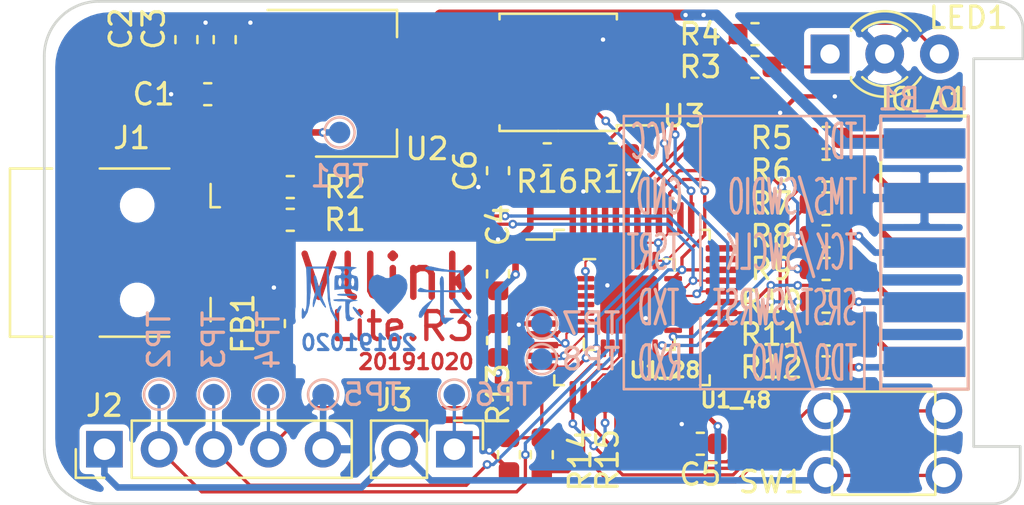
<source format=kicad_pcb>
(kicad_pcb (version 20171130) (host pcbnew "(5.1.4)-1")

  (general
    (thickness 1.6)
    (drawings 28)
    (tracks 466)
    (zones 0)
    (modules 44)
    (nets 61)
  )

  (page A4)
  (layers
    (0 F.Cu signal)
    (31 B.Cu signal)
    (32 B.Adhes user hide)
    (33 F.Adhes user hide)
    (34 B.Paste user)
    (35 F.Paste user hide)
    (36 B.SilkS user)
    (37 F.SilkS user hide)
    (38 B.Mask user)
    (39 F.Mask user hide)
    (40 Dwgs.User user hide)
    (41 Cmts.User user hide)
    (42 Eco1.User user hide)
    (43 Eco2.User user hide)
    (44 Edge.Cuts user)
    (45 Margin user hide)
    (46 B.CrtYd user hide)
    (47 F.CrtYd user hide)
    (48 B.Fab user hide)
    (49 F.Fab user hide)
  )

  (setup
    (last_trace_width 0.1016)
    (user_trace_width 0.1524)
    (user_trace_width 0.2032)
    (user_trace_width 0.3048)
    (user_trace_width 0.4064)
    (user_trace_width 0.508)
    (user_trace_width 0.6096)
    (trace_clearance 0.1016)
    (zone_clearance 0.3048)
    (zone_45_only no)
    (trace_min 0.1016)
    (via_size 0.4064)
    (via_drill 0.2032)
    (via_min_size 0.4064)
    (via_min_drill 0.2032)
    (uvia_size 0.3048)
    (uvia_drill 0.1016)
    (uvias_allowed no)
    (uvia_min_size 0.3048)
    (uvia_min_drill 0.1016)
    (edge_width 0.05)
    (segment_width 0.2)
    (pcb_text_width 0.3)
    (pcb_text_size 1.5 1.5)
    (mod_edge_width 0.12)
    (mod_text_size 1 1)
    (mod_text_width 0.15)
    (pad_size 1.524 1.524)
    (pad_drill 0.762)
    (pad_to_mask_clearance 0.051)
    (solder_mask_min_width 0.25)
    (aux_axis_origin 88.392 99.314)
    (grid_origin 88.392 99.314)
    (visible_elements 7FFFFFFF)
    (pcbplotparams
      (layerselection 0x010fc_ffffffff)
      (usegerberextensions false)
      (usegerberattributes false)
      (usegerberadvancedattributes false)
      (creategerberjobfile true)
      (excludeedgelayer true)
      (linewidth 0.150000)
      (plotframeref false)
      (viasonmask false)
      (mode 1)
      (useauxorigin false)
      (hpglpennumber 1)
      (hpglpenspeed 20)
      (hpglpendiameter 15.000000)
      (psnegative false)
      (psa4output false)
      (plotreference true)
      (plotvalue true)
      (plotinvisibletext false)
      (padsonsilk false)
      (subtractmaskfromsilk false)
      (outputformat 1)
      (mirror false)
      (drillshape 0)
      (scaleselection 1)
      (outputdirectory "gerber/"))
  )

  (net 0 "")
  (net 1 GND)
  (net 2 /USB_5V)
  (net 3 /VCC)
  (net 4 /RST)
  (net 5 "Net-(FB1-Pad1)")
  (net 6 "Net-(IO_A1-Pad5)")
  (net 7 "Net-(IO_A1-Pad4)")
  (net 8 "Net-(IO_A1-Pad3)")
  (net 9 "Net-(IO_A1-Pad2)")
  (net 10 "Net-(IO_A1-Pad1)")
  (net 11 "Net-(IO_B1-Pad5)")
  (net 12 "Net-(IO_B1-Pad4)")
  (net 13 "Net-(IO_B1-Pad3)")
  (net 14 "Net-(J1-Pad4)")
  (net 15 "Net-(J1-Pad3)")
  (net 16 "Net-(J1-Pad2)")
  (net 17 /SPI1_MOSI)
  (net 18 /SPI1_MISO)
  (net 19 /BOOT0)
  (net 20 "Net-(LED1-Pad3)")
  (net 21 "Net-(LED1-Pad1)")
  (net 22 /USBD_DP)
  (net 23 /USBD_DM)
  (net 24 /LED_R)
  (net 25 /LED_G)
  (net 26 /SPI00_MOSI)
  (net 27 /SPI01_MISO)
  (net 28 /SPI0_CLK)
  (net 29 /IO_TRST)
  (net 30 /IO_RST)
  (net 31 /CK_OUT)
  (net 32 /SPI00_MISO)
  (net 33 /RXD)
  (net 34 /KEY)
  (net 35 "Net-(R16-Pad2)")
  (net 36 /USART1_CTS)
  (net 37 /USART1_RTS)
  (net 38 "Net-(U3-Pad7)")
  (net 39 /SPI1_CLK)
  (net 40 "Net-(U3-Pad3)")
  (net 41 "Net-(U1_LQFP48-Pad46)")
  (net 42 "Net-(U1_LQFP48-Pad45)")
  (net 43 "Net-(U1_LQFP48-Pad38)")
  (net 44 "Net-(U1_LQFP48-Pad36)")
  (net 45 "Net-(U1_LQFP48-Pad35)")
  (net 46 "Net-(U1_LQFP48-Pad28)")
  (net 47 "Net-(U1_LQFP48-Pad27)")
  (net 48 "Net-(U1_LQFP48-Pad26)")
  (net 49 "Net-(U1_LQFP48-Pad25)")
  (net 50 "Net-(U1_LQFP48-Pad22)")
  (net 51 "Net-(U1_LQFP48-Pad21)")
  (net 52 "Net-(U1_LQFP48-Pad20)")
  (net 53 "Net-(U1_LQFP48-Pad6)")
  (net 54 "Net-(U1_LQFP48-Pad5)")
  (net 55 "Net-(U1_LQFP48-Pad4)")
  (net 56 "Net-(U1_LQFP48-Pad3)")
  (net 57 "Net-(U1_LQFP48-Pad2)")
  (net 58 "Net-(U1_QFN28-Pad23)")
  (net 59 "Net-(U1_QFN28-Pad3)")
  (net 60 "Net-(U1_QFN28-Pad2)")

  (net_class Default 这是默认网络类。
    (clearance 0.1016)
    (trace_width 0.1016)
    (via_dia 0.4064)
    (via_drill 0.2032)
    (uvia_dia 0.3048)
    (uvia_drill 0.1016)
    (diff_pair_width 0.1016)
    (diff_pair_gap 0.1016)
    (add_net /BOOT0)
    (add_net /CK_OUT)
    (add_net /IO_RST)
    (add_net /IO_TRST)
    (add_net /KEY)
    (add_net /LED_G)
    (add_net /LED_R)
    (add_net /RST)
    (add_net /RXD)
    (add_net /SPI00_MISO)
    (add_net /SPI00_MOSI)
    (add_net /SPI01_MISO)
    (add_net /SPI0_CLK)
    (add_net /SPI1_CLK)
    (add_net /SPI1_MISO)
    (add_net /SPI1_MOSI)
    (add_net /USART1_CTS)
    (add_net /USART1_RTS)
    (add_net /USBD_DM)
    (add_net /USBD_DP)
    (add_net /USB_5V)
    (add_net /VCC)
    (add_net GND)
    (add_net "Net-(FB1-Pad1)")
    (add_net "Net-(IO_A1-Pad1)")
    (add_net "Net-(IO_A1-Pad2)")
    (add_net "Net-(IO_A1-Pad3)")
    (add_net "Net-(IO_A1-Pad4)")
    (add_net "Net-(IO_A1-Pad5)")
    (add_net "Net-(IO_B1-Pad3)")
    (add_net "Net-(IO_B1-Pad4)")
    (add_net "Net-(IO_B1-Pad5)")
    (add_net "Net-(J1-Pad2)")
    (add_net "Net-(J1-Pad3)")
    (add_net "Net-(J1-Pad4)")
    (add_net "Net-(LED1-Pad1)")
    (add_net "Net-(LED1-Pad3)")
    (add_net "Net-(R16-Pad2)")
    (add_net "Net-(U1_LQFP48-Pad2)")
    (add_net "Net-(U1_LQFP48-Pad20)")
    (add_net "Net-(U1_LQFP48-Pad21)")
    (add_net "Net-(U1_LQFP48-Pad22)")
    (add_net "Net-(U1_LQFP48-Pad25)")
    (add_net "Net-(U1_LQFP48-Pad26)")
    (add_net "Net-(U1_LQFP48-Pad27)")
    (add_net "Net-(U1_LQFP48-Pad28)")
    (add_net "Net-(U1_LQFP48-Pad3)")
    (add_net "Net-(U1_LQFP48-Pad35)")
    (add_net "Net-(U1_LQFP48-Pad36)")
    (add_net "Net-(U1_LQFP48-Pad38)")
    (add_net "Net-(U1_LQFP48-Pad4)")
    (add_net "Net-(U1_LQFP48-Pad45)")
    (add_net "Net-(U1_LQFP48-Pad46)")
    (add_net "Net-(U1_LQFP48-Pad5)")
    (add_net "Net-(U1_LQFP48-Pad6)")
    (add_net "Net-(U1_QFN28-Pad2)")
    (add_net "Net-(U1_QFN28-Pad23)")
    (add_net "Net-(U1_QFN28-Pad3)")
    (add_net "Net-(U3-Pad3)")
    (add_net "Net-(U3-Pad7)")
  )

  (module vllogic:love_log (layer B.Cu) (tedit 5DD7DA3F) (tstamp 5DD82E0E)
    (at 104.648 113.157 180)
    (attr smd)
    (fp_text reference G*** (at 0 0) (layer B.SilkS) hide
      (effects (font (size 1.524 1.524) (thickness 0.3)) (justify mirror))
    )
    (fp_text value love_log (at 0.75 0) (layer B.SilkS) hide
      (effects (font (size 1.524 1.524) (thickness 0.3)) (justify mirror))
    )
    (fp_poly (pts (xy -1.716772 1.210531) (xy -1.710255 1.203017) (xy -1.701903 1.150477) (xy -1.791245 1.10973)
      (xy -2.00032 1.075878) (xy -2.351168 1.044028) (xy -2.462778 1.035863) (xy -3.304501 0.976188)
      (xy -3.355319 0.668927) (xy -3.39632 0.38544) (xy -3.38165 0.230274) (xy -3.283685 0.164754)
      (xy -3.074802 0.150206) (xy -2.984667 0.15) (xy -2.561333 0.15) (xy -2.561333 0.495722)
      (xy -2.541431 0.73038) (xy -2.479533 0.809915) (xy -2.456382 0.80646) (xy -2.387071 0.699524)
      (xy -2.377714 0.46655) (xy -2.378202 0.460738) (xy -2.404974 0.15) (xy -2.03442 0.15)
      (xy -1.786833 0.168931) (xy -1.609018 0.21641) (xy -1.575612 0.238255) (xy -1.463545 0.267816)
      (xy -1.378978 0.195921) (xy -1.339517 0.126335) (xy -1.38509 0.086843) (xy -1.544106 0.069245)
      (xy -1.8313 0.065333) (xy -2.392 0.065333) (xy -2.392 -0.601633) (xy -2.404526 -0.997704)
      (xy -2.444268 -1.246945) (xy -2.511462 -1.367744) (xy -2.631571 -1.421886) (xy -2.68946 -1.372178)
      (xy -2.810082 -1.266462) (xy -2.929831 -1.2041) (xy -3.031655 -1.154472) (xy -2.99211 -1.132238)
      (xy -2.8365 -1.125367) (xy -2.561333 -1.12) (xy -2.561333 0.077311) (xy -3.048167 0.057442)
      (xy -3.315272 0.05579) (xy -3.503229 0.072047) (xy -3.562165 0.094536) (xy -3.567439 0.203898)
      (xy -3.552245 0.42516) (xy -3.531243 0.616416) (xy -3.473156 1.081333) (xy -3.078029 1.081333)
      (xy -2.750062 1.104635) (xy -2.382644 1.163438) (xy -2.241179 1.195915) (xy -1.967465 1.257145)
      (xy -1.807782 1.261815) (xy -1.716772 1.210531)) (layer B.Cu) (width 0.01))
    (fp_poly (pts (xy 3.80393 0.391135) (xy 3.797953 0.00195) (xy 3.803921 -0.344555) (xy 3.820442 -0.599714)
      (xy 3.834798 -0.688549) (xy 3.881186 -0.835228) (xy 3.920987 -0.828909) (xy 3.96175 -0.739)
      (xy 4.006062 -0.666184) (xy 4.029194 -0.737014) (xy 4.036716 -0.90531) (xy 4.033971 -1.112293)
      (xy 4.004148 -1.177461) (xy 3.930129 -1.128039) (xy 3.909437 -1.107723) (xy 3.770987 -0.874114)
      (xy 3.678089 -0.492415) (xy 3.629588 0.043505) (xy 3.621353 0.425166) (xy 3.619333 1.166)
      (xy 2.874846 1.166) (xy 2.864289 0.342345) (xy 2.817308 -0.315573) (xy 2.694812 -0.823502)
      (xy 2.496264 -1.183281) (xy 2.38774 -1.292592) (xy 2.358196 -1.2836) (xy 2.405197 -1.157523)
      (xy 2.49655 -0.981944) (xy 2.603421 -0.77288) (xy 2.674261 -0.570835) (xy 2.718376 -0.329031)
      (xy 2.74507 -0.000688) (xy 2.759606 0.3405) (xy 2.791399 1.250666) (xy 3.311199 1.250851)
      (xy 3.831 1.251035) (xy 3.80393 0.391135)) (layer B.Cu) (width 0.01))
    (fp_poly (pts (xy 2.433947 -0.265414) (xy 2.564866 -0.287161) (xy 2.57434 -0.2945) (xy 2.527023 -0.335733)
      (xy 2.360603 -0.357151) (xy 2.311997 -0.358) (xy 2.010667 -0.358) (xy 2.010667 -0.823667)
      (xy 1.993678 -1.12069) (xy 1.933142 -1.267066) (xy 1.8147 -1.278947) (xy 1.672 -1.204667)
      (xy 1.594165 -1.139053) (xy 1.674186 -1.12157) (xy 1.693167 -1.121297) (xy 1.787922 -1.086063)
      (xy 1.832022 -0.956074) (xy 1.841333 -0.744111) (xy 1.834173 -0.511324) (xy 1.786542 -0.397784)
      (xy 1.659214 -0.353408) (xy 1.523833 -0.338738) (xy 1.439304 -0.321038) (xy 1.513682 -0.300401)
      (xy 1.736617 -0.278871) (xy 1.870843 -0.270127) (xy 2.188115 -0.259234) (xy 2.433947 -0.265414)) (layer B.Cu) (width 0.01))
    (fp_poly (pts (xy -2.987895 -0.229005) (xy -2.969699 -0.313032) (xy -3.075388 -0.476659) (xy -3.251913 -0.670739)
      (xy -3.484013 -0.896711) (xy -3.667454 -1.053699) (xy -3.785802 -1.133372) (xy -3.822621 -1.127395)
      (xy -3.761477 -1.027435) (xy -3.611903 -0.853276) (xy -3.409535 -0.622824) (xy -3.247396 -0.420733)
      (xy -3.178552 -0.320212) (xy -3.065197 -0.21723) (xy -2.987895 -0.229005)) (layer B.Cu) (width 0.01))
    (fp_poly (pts (xy -1.813925 -0.433701) (xy -1.581453 -0.639857) (xy -1.433388 -0.854349) (xy -1.391203 -1.038619)
      (xy -1.429945 -1.123145) (xy -1.523252 -1.11899) (xy -1.643198 -0.952929) (xy -1.655044 -0.930348)
      (xy -1.798202 -0.675292) (xy -1.944854 -0.44645) (xy -1.946296 -0.44442) (xy -2.095667 -0.234507)
      (xy -1.813925 -0.433701)) (layer B.Cu) (width 0.01))
    (fp_poly (pts (xy 1.670677 -0.665118) (xy 1.584068 -0.803942) (xy 1.531658 -0.866) (xy 1.381848 -1.025802)
      (xy 1.284771 -1.113962) (xy 1.272218 -1.12) (xy 1.287842 -1.05658) (xy 1.369055 -0.900511)
      (xy 1.389135 -0.866) (xy 1.518862 -0.694967) (xy 1.637317 -0.613183) (xy 1.648574 -0.612)
      (xy 1.670677 -0.665118)) (layer B.Cu) (width 0.01))
    (fp_poly (pts (xy -0.349076 0.890097) (xy -0.175318 0.802843) (xy 0.008923 0.7132) (xy 0.141043 0.717819)
      (xy 0.275646 0.793209) (xy 0.52664 0.882346) (xy 0.739488 0.811143) (xy 0.891781 0.587864)
      (xy 0.901039 0.562645) (xy 0.936509 0.266671) (xy 0.832826 -0.044822) (xy 0.582294 -0.389114)
      (xy 0.387128 -0.591) (xy 0.01425 -0.951) (xy -0.33232 -0.591) (xy -0.61249 -0.275983)
      (xy -0.779239 -0.018381) (xy -0.855722 0.22449) (xy -0.868 0.396482) (xy -0.807684 0.643508)
      (xy -0.645776 0.799703) (xy -0.480321 0.891893) (xy -0.349076 0.890097)) (layer B.Cu) (width 0.01))
    (fp_poly (pts (xy 2.278456 -0.574095) (xy 2.36371 -0.682072) (xy 2.415977 -0.81786) (xy 2.413857 -0.884095)
      (xy 2.356895 -0.910495) (xy 2.271993 -0.795023) (xy 2.205922 -0.636392) (xy 2.203408 -0.560369)
      (xy 2.278456 -0.574095)) (layer B.Cu) (width 0.01))
    (fp_poly (pts (xy 3.458925 0.852275) (xy 3.48434 0.731081) (xy 3.457339 0.518653) (xy 3.44071 0.451817)
      (xy 3.39257 0.144854) (xy 3.442394 -0.078784) (xy 3.51169 -0.326813) (xy 3.525789 -0.510151)
      (xy 3.514283 -0.631595) (xy 3.485877 -0.616073) (xy 3.428106 -0.451542) (xy 3.412128 -0.400334)
      (xy 3.307345 -0.061667) (xy 3.167608 -0.331465) (xy 3.04955 -0.527916) (xy 2.945898 -0.651062)
      (xy 2.936366 -0.657816) (xy 2.917123 -0.625481) (xy 2.968249 -0.480799) (xy 3.028079 -0.355231)
      (xy 3.144849 -0.070989) (xy 3.163854 0.181889) (xy 3.089387 0.486149) (xy 3.07404 0.531)
      (xy 3.059753 0.603436) (xy 3.118519 0.525786) (xy 3.140257 0.489978) (xy 3.265544 0.279622)
      (xy 3.326047 0.602135) (xy 3.379926 0.788431) (xy 3.440963 0.860405) (xy 3.458925 0.852275)) (layer B.Cu) (width 0.01))
    (fp_poly (pts (xy 2.289515 -0.017728) (xy 2.402011 -0.043855) (xy 2.403023 -0.044801) (xy 2.359347 -0.076052)
      (xy 2.186085 -0.097505) (xy 1.968333 -0.104) (xy 1.711797 -0.098659) (xy 1.546759 -0.08479)
      (xy 1.509722 -0.069149) (xy 1.620661 -0.036543) (xy 1.832099 -0.015892) (xy 2.077298 -0.009014)
      (xy 2.289515 -0.017728)) (layer B.Cu) (width 0.01))
    (fp_poly (pts (xy 2.453662 1.257807) (xy 2.570112 1.233827) (xy 2.574328 1.2295) (xy 2.532846 1.182824)
      (xy 2.396663 1.166) (xy 2.229104 1.129098) (xy 2.180044 0.997707) (xy 2.18 0.991345)
      (xy 2.225765 0.856885) (xy 2.336356 0.843178) (xy 2.444976 0.850617) (xy 2.498741 0.79764)
      (xy 2.516876 0.643706) (xy 2.518667 0.458762) (xy 2.518667 0.174857) (xy 2.095771 0.215492)
      (xy 1.765525 0.219619) (xy 1.55975 0.160983) (xy 1.545437 0.150363) (xy 1.468122 0.107671)
      (xy 1.430142 0.167427) (xy 1.418381 0.359026) (xy 1.418 0.435966) (xy 1.422114 0.531)
      (xy 1.587333 0.531) (xy 1.616316 0.371885) (xy 1.672 0.319333) (xy 1.735646 0.391789)
      (xy 1.756667 0.531) (xy 1.841333 0.531) (xy 1.885494 0.360761) (xy 1.968333 0.319333)
      (xy 2.070476 0.392934) (xy 2.095333 0.531) (xy 2.18 0.531) (xy 2.208982 0.371885)
      (xy 2.264667 0.319333) (xy 2.328312 0.391789) (xy 2.349333 0.531) (xy 2.320351 0.690115)
      (xy 2.264667 0.742666) (xy 2.201021 0.67021) (xy 2.18 0.531) (xy 2.095333 0.531)
      (xy 2.051173 0.701238) (xy 1.968333 0.742666) (xy 1.86619 0.669066) (xy 1.841333 0.531)
      (xy 1.756667 0.531) (xy 1.727684 0.690115) (xy 1.672 0.742666) (xy 1.608354 0.67021)
      (xy 1.587333 0.531) (xy 1.422114 0.531) (xy 1.428478 0.677998) (xy 1.47224 0.794078)
      (xy 1.567774 0.82694) (xy 1.587333 0.827333) (xy 1.732728 0.876961) (xy 1.765807 0.989452)
      (xy 1.761651 0.996666) (xy 1.841333 0.996666) (xy 1.894273 0.858762) (xy 1.968333 0.827333)
      (xy 2.071761 0.897919) (xy 2.095333 0.996666) (xy 2.042394 1.134571) (xy 1.968333 1.166)
      (xy 1.864905 1.095414) (xy 1.841333 0.996666) (xy 1.761651 0.996666) (xy 1.696232 1.110214)
      (xy 1.533666 1.184658) (xy 1.523833 1.18611) (xy 1.487412 1.205065) (xy 1.596973 1.227636)
      (xy 1.829339 1.249709) (xy 1.913164 1.255234) (xy 2.219633 1.265528) (xy 2.453662 1.257807)) (layer B.Cu) (width 0.01))
  )

  (module Connector_PinHeader_2.54mm:PinHeader_1x05_P2.54mm_Vertical (layer F.Cu) (tedit 59FED5CC) (tstamp 5DD7C5A0)
    (at 91.44 120.396 90)
    (descr "Through hole straight pin header, 1x05, 2.54mm pitch, single row")
    (tags "Through hole pin header THT 1x05 2.54mm single row")
    (path /5DE85C8C)
    (fp_text reference J2 (at 2.032 0 180) (layer F.SilkS)
      (effects (font (size 1 1) (thickness 0.15)))
    )
    (fp_text value Conn_01x05 (at 0 12.49 90) (layer F.Fab)
      (effects (font (size 1 1) (thickness 0.15)))
    )
    (fp_text user %R (at 0 5.08) (layer F.Fab)
      (effects (font (size 1 1) (thickness 0.15)))
    )
    (fp_line (start 1.8 -1.8) (end -1.8 -1.8) (layer F.CrtYd) (width 0.05))
    (fp_line (start 1.8 11.95) (end 1.8 -1.8) (layer F.CrtYd) (width 0.05))
    (fp_line (start -1.8 11.95) (end 1.8 11.95) (layer F.CrtYd) (width 0.05))
    (fp_line (start -1.8 -1.8) (end -1.8 11.95) (layer F.CrtYd) (width 0.05))
    (fp_line (start -1.33 -1.33) (end 0 -1.33) (layer F.SilkS) (width 0.12))
    (fp_line (start -1.33 0) (end -1.33 -1.33) (layer F.SilkS) (width 0.12))
    (fp_line (start -1.33 1.27) (end 1.33 1.27) (layer F.SilkS) (width 0.12))
    (fp_line (start 1.33 1.27) (end 1.33 11.49) (layer F.SilkS) (width 0.12))
    (fp_line (start -1.33 1.27) (end -1.33 11.49) (layer F.SilkS) (width 0.12))
    (fp_line (start -1.33 11.49) (end 1.33 11.49) (layer F.SilkS) (width 0.12))
    (fp_line (start -1.27 -0.635) (end -0.635 -1.27) (layer F.Fab) (width 0.1))
    (fp_line (start -1.27 11.43) (end -1.27 -0.635) (layer F.Fab) (width 0.1))
    (fp_line (start 1.27 11.43) (end -1.27 11.43) (layer F.Fab) (width 0.1))
    (fp_line (start 1.27 -1.27) (end 1.27 11.43) (layer F.Fab) (width 0.1))
    (fp_line (start -0.635 -1.27) (end 1.27 -1.27) (layer F.Fab) (width 0.1))
    (pad 5 thru_hole oval (at 0 10.16 90) (size 1.7 1.7) (drill 1) (layers *.Cu *.Mask)
      (net 1 GND))
    (pad 4 thru_hole oval (at 0 7.62 90) (size 1.7 1.7) (drill 1) (layers *.Cu *.Mask)
      (net 4 /RST))
    (pad 3 thru_hole oval (at 0 5.08 90) (size 1.7 1.7) (drill 1) (layers *.Cu *.Mask)
      (net 17 /SPI1_MOSI))
    (pad 2 thru_hole oval (at 0 2.54 90) (size 1.7 1.7) (drill 1) (layers *.Cu *.Mask)
      (net 18 /SPI1_MISO))
    (pad 1 thru_hole rect (at 0 0 90) (size 1.7 1.7) (drill 1) (layers *.Cu *.Mask)
      (net 3 /VCC))
  )

  (module vllogic:SW_PUSH_4.5mm_Hxx (layer F.Cu) (tedit 5DD76646) (tstamp 5DD7D7D2)
    (at 124.942 118.614)
    (descr https://www.omron.com/ecb/products/pdf/en-b3f.pdf)
    (tags "tact sw push 6mm")
    (path /5DDEB552)
    (fp_text reference SW1 (at -2.514 3.306) (layer F.SilkS)
      (effects (font (size 1 1) (thickness 0.15)))
    )
    (fp_text value SW_Push (at 2.8 5) (layer F.Fab)
      (effects (font (size 1 1) (thickness 0.15)))
    )
    (fp_line (start 5.1 -0.9) (end 0.3 -0.9) (layer F.SilkS) (width 0.12))
    (fp_line (start 5.1 3.9) (end 5.1 -0.9) (layer F.SilkS) (width 0.12))
    (fp_line (start 0.3 3.9) (end 5.1 3.9) (layer F.SilkS) (width 0.12))
    (fp_line (start 0.3 -0.9) (end 0.3 3.9) (layer F.SilkS) (width 0.12))
    (fp_line (start 5 -0.8) (end 0.4 -0.8) (layer F.CrtYd) (width 0.12))
    (fp_line (start 5 3.8) (end 5 -0.8) (layer F.CrtYd) (width 0.12))
    (fp_line (start 0.4 3.8) (end 5 3.8) (layer F.CrtYd) (width 0.12))
    (fp_line (start 0.4 -0.8) (end 0.4 3.8) (layer F.CrtYd) (width 0.12))
    (fp_text user %R (at 2.921 1.524) (layer F.Fab)
      (effects (font (size 1 1) (thickness 0.15)))
    )
    (pad 1 thru_hole circle (at 5.5 0 90) (size 1.7 1.7) (drill 1.1) (layers *.Cu *.Mask)
      (net 34 /KEY))
    (pad 2 thru_hole circle (at 5.5 3 90) (size 1.7 1.7) (drill 1.1) (layers *.Cu *.Mask)
      (net 3 /VCC))
    (pad 1 thru_hole circle (at 0 0 90) (size 1.7 1.7) (drill 1.1) (layers *.Cu *.Mask)
      (net 34 /KEY))
    (pad 2 thru_hole circle (at 0 3 90) (size 1.7 1.7) (drill 1.1) (layers *.Cu *.Mask)
      (net 3 /VCC))
    (model ${KISYS3DMOD}/Button_Switch_THT.3dshapes/SW_PUSH_6mm.wrl
      (offset (xyz 0 0.45 0))
      (scale (xyz 0.85 0.85 1))
      (rotate (xyz 0 0 0))
    )
  )

  (module vllogic:QFN-28-1EP_4x4mm_P0.4mm_EP2.7x2.7mm (layer F.Cu) (tedit 5DD76956) (tstamp 5DD7D23C)
    (at 115.824 113.665)
    (descr "QFN, 28 Pin (http://ww1.microchip.com/downloads/en/PackagingSpec/00000049BQ.pdf#page=280), generated with kicad-footprint-generator ipc_dfn_qfn_generator.py")
    (tags "QFN DFN_QFN")
    (path /5DD5B18B)
    (attr smd)
    (fp_text reference U1_28 (at 1.651 3.048) (layer F.SilkS)
      (effects (font (size 0.7 0.7) (thickness 0.15)))
    )
    (fp_text value GD32F350Gx (at 0 3.3) (layer F.Fab)
      (effects (font (size 1 1) (thickness 0.15)))
    )
    (fp_text user %R (at 0 0) (layer F.Fab)
      (effects (font (size 1 1) (thickness 0.15)))
    )
    (fp_line (start 2.6 -2.6) (end -2.6 -2.6) (layer F.CrtYd) (width 0.05))
    (fp_line (start 2.6 2.6) (end 2.6 -2.6) (layer F.CrtYd) (width 0.05))
    (fp_line (start -2.6 2.6) (end 2.6 2.6) (layer F.CrtYd) (width 0.05))
    (fp_line (start -2.6 -2.6) (end -2.6 2.6) (layer F.CrtYd) (width 0.05))
    (fp_line (start -2 -1) (end -1 -2) (layer F.Fab) (width 0.1))
    (fp_line (start -2 2) (end -2 -1) (layer F.Fab) (width 0.1))
    (fp_line (start 2 2) (end -2 2) (layer F.Fab) (width 0.1))
    (fp_line (start 2 -2) (end 2 2) (layer F.Fab) (width 0.1))
    (fp_line (start -1 -2) (end 2 -2) (layer F.Fab) (width 0.1))
    (fp_line (start -1.585 -2.11) (end -2.11 -2.11) (layer F.SilkS) (width 0.12))
    (fp_line (start 2.11 2.11) (end 2.11 1.585) (layer F.SilkS) (width 0.12))
    (fp_line (start 1.585 2.11) (end 2.11 2.11) (layer F.SilkS) (width 0.12))
    (fp_line (start -2.11 2.11) (end -2.11 1.585) (layer F.SilkS) (width 0.12))
    (fp_line (start -1.585 2.11) (end -2.11 2.11) (layer F.SilkS) (width 0.12))
    (fp_line (start 2.11 -2.11) (end 2.11 -1.585) (layer F.SilkS) (width 0.12))
    (fp_line (start 1.585 -2.11) (end 2.11 -2.11) (layer F.SilkS) (width 0.12))
    (pad 28 smd roundrect (at -1.2 -2.0375) (size 0.25 0.825) (layers F.Cu F.Paste F.Mask) (roundrect_rratio 0.25)
      (net 25 /LED_G))
    (pad 27 smd roundrect (at -0.8 -2.0375) (size 0.25 0.825) (layers F.Cu F.Paste F.Mask) (roundrect_rratio 0.25)
      (net 24 /LED_R))
    (pad 26 smd roundrect (at -0.4 -2.0375) (size 0.25 0.825) (layers F.Cu F.Paste F.Mask) (roundrect_rratio 0.25)
      (net 27 /SPI01_MISO))
    (pad 25 smd roundrect (at 0 -2.0375) (size 0.25 0.825) (layers F.Cu F.Paste F.Mask) (roundrect_rratio 0.25)
      (net 27 /SPI01_MISO))
    (pad 24 smd roundrect (at 0.4 -2.0375) (size 0.25 0.825) (layers F.Cu F.Paste F.Mask) (roundrect_rratio 0.25)
      (net 29 /IO_TRST))
    (pad 23 smd roundrect (at 0.8 -2.0375) (size 0.25 0.825) (layers F.Cu F.Paste F.Mask) (roundrect_rratio 0.25)
      (net 58 "Net-(U1_QFN28-Pad23)"))
    (pad 22 smd roundrect (at 1.2 -2.0375) (size 0.25 0.825) (layers F.Cu F.Paste F.Mask) (roundrect_rratio 0.25)
      (net 17 /SPI1_MOSI))
    (pad 21 smd roundrect (at 2.0375 -1.2) (size 0.825 0.25) (layers F.Cu F.Paste F.Mask) (roundrect_rratio 0.25)
      (net 18 /SPI1_MISO))
    (pad 20 smd roundrect (at 2.0375 -0.8) (size 0.825 0.25) (layers F.Cu F.Paste F.Mask) (roundrect_rratio 0.25)
      (net 22 /USBD_DP))
    (pad 19 smd roundrect (at 2.0375 -0.4) (size 0.825 0.25) (layers F.Cu F.Paste F.Mask) (roundrect_rratio 0.25)
      (net 23 /USBD_DM))
    (pad 18 smd roundrect (at 2.0375 0) (size 0.825 0.25) (layers F.Cu F.Paste F.Mask) (roundrect_rratio 0.25)
      (net 33 /RXD))
    (pad 17 smd roundrect (at 2.0375 0.4) (size 0.825 0.25) (layers F.Cu F.Paste F.Mask) (roundrect_rratio 0.25)
      (net 31 /CK_OUT))
    (pad 16 smd roundrect (at 2.0375 0.8) (size 0.825 0.25) (layers F.Cu F.Paste F.Mask) (roundrect_rratio 0.25)
      (net 3 /VCC))
    (pad 15 smd roundrect (at 2.0375 1.2) (size 0.825 0.25) (layers F.Cu F.Paste F.Mask) (roundrect_rratio 0.25)
      (net 39 /SPI1_CLK))
    (pad 14 smd roundrect (at 1.2 2.0375) (size 0.25 0.825) (layers F.Cu F.Paste F.Mask) (roundrect_rratio 0.25)
      (net 30 /IO_RST))
    (pad 13 smd roundrect (at 0.8 2.0375) (size 0.25 0.825) (layers F.Cu F.Paste F.Mask) (roundrect_rratio 0.25)
      (net 26 /SPI00_MOSI))
    (pad 12 smd roundrect (at 0.4 2.0375) (size 0.25 0.825) (layers F.Cu F.Paste F.Mask) (roundrect_rratio 0.25)
      (net 32 /SPI00_MISO))
    (pad 11 smd roundrect (at 0 2.0375) (size 0.25 0.825) (layers F.Cu F.Paste F.Mask) (roundrect_rratio 0.25)
      (net 28 /SPI0_CLK))
    (pad 10 smd roundrect (at -0.4 2.0375) (size 0.25 0.825) (layers F.Cu F.Paste F.Mask) (roundrect_rratio 0.25)
      (net 34 /KEY))
    (pad 9 smd roundrect (at -0.8 2.0375) (size 0.25 0.825) (layers F.Cu F.Paste F.Mask) (roundrect_rratio 0.25)
      (net 32 /SPI00_MISO))
    (pad 8 smd roundrect (at -1.2 2.0375) (size 0.25 0.825) (layers F.Cu F.Paste F.Mask) (roundrect_rratio 0.25)
      (net 29 /IO_TRST))
    (pad 7 smd roundrect (at -2.0375 1.2) (size 0.825 0.25) (layers F.Cu F.Paste F.Mask) (roundrect_rratio 0.25)
      (net 37 /USART1_RTS))
    (pad 6 smd roundrect (at -2.0375 0.8) (size 0.825 0.25) (layers F.Cu F.Paste F.Mask) (roundrect_rratio 0.25)
      (net 36 /USART1_CTS))
    (pad 5 smd roundrect (at -2.0375 0.4) (size 0.825 0.25) (layers F.Cu F.Paste F.Mask) (roundrect_rratio 0.25)
      (net 3 /VCC))
    (pad 4 smd roundrect (at -2.0375 0) (size 0.825 0.25) (layers F.Cu F.Paste F.Mask) (roundrect_rratio 0.25)
      (net 4 /RST))
    (pad 3 smd roundrect (at -2.0375 -0.4) (size 0.825 0.25) (layers F.Cu F.Paste F.Mask) (roundrect_rratio 0.25)
      (net 59 "Net-(U1_QFN28-Pad3)"))
    (pad 2 smd roundrect (at -2.0375 -0.8) (size 0.825 0.25) (layers F.Cu F.Paste F.Mask) (roundrect_rratio 0.25)
      (net 60 "Net-(U1_QFN28-Pad2)"))
    (pad 1 smd roundrect (at -2.0375 -1.2) (size 0.825 0.25) (layers F.Cu F.Paste F.Mask) (roundrect_rratio 0.25)
      (net 19 /BOOT0))
    (pad "" smd roundrect (at 0.6 0.6) (size 0.97 0.97) (layers F.Paste) (roundrect_rratio 0.25))
    (pad "" smd roundrect (at 0.6 -0.6) (size 0.97 0.97) (layers F.Paste) (roundrect_rratio 0.25))
    (pad "" smd roundrect (at -0.6 0.6) (size 0.97 0.97) (layers F.Paste) (roundrect_rratio 0.25))
    (pad "" smd roundrect (at -0.6 -0.6) (size 0.97 0.97) (layers F.Paste) (roundrect_rratio 0.25))
    (pad 29 smd roundrect (at 0 0) (size 2.7 2.7) (layers F.Cu F.Mask) (roundrect_rratio 0.104)
      (net 1 GND))
    (model ${KISYS3DMOD}/Package_DFN_QFN.3dshapes/QFN-28-1EP_4x4mm_P0.4mm_EP2.4x2.4mm.wrl
      (at (xyz 0 0 0))
      (scale (xyz 1 1 1))
      (rotate (xyz 0 0 0))
    )
  )

  (module Package_QFP:LQFP-48_7x7mm_P0.5mm (layer F.Cu) (tedit 5C18330E) (tstamp 5DD9ECF1)
    (at 115.951 113.804)
    (descr "LQFP, 48 Pin (https://www.analog.com/media/en/technical-documentation/data-sheets/ltc2358-16.pdf), generated with kicad-footprint-generator ipc_gullwing_generator.py")
    (tags "LQFP QFP")
    (path /5DD52AC8)
    (attr smd)
    (fp_text reference U1_48 (at 4.826 4.306) (layer F.SilkS)
      (effects (font (size 0.7 0.7) (thickness 0.15)))
    )
    (fp_text value GD32F350Cx (at 0 5.85) (layer F.Fab)
      (effects (font (size 1 1) (thickness 0.15)))
    )
    (fp_text user %R (at 0 0) (layer F.Fab)
      (effects (font (size 1 1) (thickness 0.15)))
    )
    (fp_line (start 5.15 3.15) (end 5.15 0) (layer F.CrtYd) (width 0.05))
    (fp_line (start 3.75 3.15) (end 5.15 3.15) (layer F.CrtYd) (width 0.05))
    (fp_line (start 3.75 3.75) (end 3.75 3.15) (layer F.CrtYd) (width 0.05))
    (fp_line (start 3.15 3.75) (end 3.75 3.75) (layer F.CrtYd) (width 0.05))
    (fp_line (start 3.15 5.15) (end 3.15 3.75) (layer F.CrtYd) (width 0.05))
    (fp_line (start 0 5.15) (end 3.15 5.15) (layer F.CrtYd) (width 0.05))
    (fp_line (start -5.15 3.15) (end -5.15 0) (layer F.CrtYd) (width 0.05))
    (fp_line (start -3.75 3.15) (end -5.15 3.15) (layer F.CrtYd) (width 0.05))
    (fp_line (start -3.75 3.75) (end -3.75 3.15) (layer F.CrtYd) (width 0.05))
    (fp_line (start -3.15 3.75) (end -3.75 3.75) (layer F.CrtYd) (width 0.05))
    (fp_line (start -3.15 5.15) (end -3.15 3.75) (layer F.CrtYd) (width 0.05))
    (fp_line (start 0 5.15) (end -3.15 5.15) (layer F.CrtYd) (width 0.05))
    (fp_line (start 5.15 -3.15) (end 5.15 0) (layer F.CrtYd) (width 0.05))
    (fp_line (start 3.75 -3.15) (end 5.15 -3.15) (layer F.CrtYd) (width 0.05))
    (fp_line (start 3.75 -3.75) (end 3.75 -3.15) (layer F.CrtYd) (width 0.05))
    (fp_line (start 3.15 -3.75) (end 3.75 -3.75) (layer F.CrtYd) (width 0.05))
    (fp_line (start 3.15 -5.15) (end 3.15 -3.75) (layer F.CrtYd) (width 0.05))
    (fp_line (start 0 -5.15) (end 3.15 -5.15) (layer F.CrtYd) (width 0.05))
    (fp_line (start -5.15 -3.15) (end -5.15 0) (layer F.CrtYd) (width 0.05))
    (fp_line (start -3.75 -3.15) (end -5.15 -3.15) (layer F.CrtYd) (width 0.05))
    (fp_line (start -3.75 -3.75) (end -3.75 -3.15) (layer F.CrtYd) (width 0.05))
    (fp_line (start -3.15 -3.75) (end -3.75 -3.75) (layer F.CrtYd) (width 0.05))
    (fp_line (start -3.15 -5.15) (end -3.15 -3.75) (layer F.CrtYd) (width 0.05))
    (fp_line (start 0 -5.15) (end -3.15 -5.15) (layer F.CrtYd) (width 0.05))
    (fp_line (start -3.5 -2.5) (end -2.5 -3.5) (layer F.Fab) (width 0.1))
    (fp_line (start -3.5 3.5) (end -3.5 -2.5) (layer F.Fab) (width 0.1))
    (fp_line (start 3.5 3.5) (end -3.5 3.5) (layer F.Fab) (width 0.1))
    (fp_line (start 3.5 -3.5) (end 3.5 3.5) (layer F.Fab) (width 0.1))
    (fp_line (start -2.5 -3.5) (end 3.5 -3.5) (layer F.Fab) (width 0.1))
    (fp_line (start -3.61 -3.16) (end -4.9 -3.16) (layer F.SilkS) (width 0.12))
    (fp_line (start -3.61 -3.61) (end -3.61 -3.16) (layer F.SilkS) (width 0.12))
    (fp_line (start -3.16 -3.61) (end -3.61 -3.61) (layer F.SilkS) (width 0.12))
    (fp_line (start 3.61 -3.61) (end 3.61 -3.16) (layer F.SilkS) (width 0.12))
    (fp_line (start 3.16 -3.61) (end 3.61 -3.61) (layer F.SilkS) (width 0.12))
    (fp_line (start -3.61 3.61) (end -3.61 3.16) (layer F.SilkS) (width 0.12))
    (fp_line (start -3.16 3.61) (end -3.61 3.61) (layer F.SilkS) (width 0.12))
    (fp_line (start 3.61 3.61) (end 3.61 3.16) (layer F.SilkS) (width 0.12))
    (fp_line (start 3.16 3.61) (end 3.61 3.61) (layer F.SilkS) (width 0.12))
    (pad 48 smd roundrect (at -2.75 -4.1625) (size 0.3 1.475) (layers F.Cu F.Paste F.Mask) (roundrect_rratio 0.25)
      (net 3 /VCC))
    (pad 47 smd roundrect (at -2.25 -4.1625) (size 0.3 1.475) (layers F.Cu F.Paste F.Mask) (roundrect_rratio 0.25)
      (net 1 GND))
    (pad 46 smd roundrect (at -1.75 -4.1625) (size 0.3 1.475) (layers F.Cu F.Paste F.Mask) (roundrect_rratio 0.25)
      (net 41 "Net-(U1_LQFP48-Pad46)"))
    (pad 45 smd roundrect (at -1.25 -4.1625) (size 0.3 1.475) (layers F.Cu F.Paste F.Mask) (roundrect_rratio 0.25)
      (net 42 "Net-(U1_LQFP48-Pad45)"))
    (pad 44 smd roundrect (at -0.75 -4.1625) (size 0.3 1.475) (layers F.Cu F.Paste F.Mask) (roundrect_rratio 0.25)
      (net 19 /BOOT0))
    (pad 43 smd roundrect (at -0.25 -4.1625) (size 0.3 1.475) (layers F.Cu F.Paste F.Mask) (roundrect_rratio 0.25)
      (net 25 /LED_G))
    (pad 42 smd roundrect (at 0.25 -4.1625) (size 0.3 1.475) (layers F.Cu F.Paste F.Mask) (roundrect_rratio 0.25)
      (net 24 /LED_R))
    (pad 41 smd roundrect (at 0.75 -4.1625) (size 0.3 1.475) (layers F.Cu F.Paste F.Mask) (roundrect_rratio 0.25)
      (net 27 /SPI01_MISO))
    (pad 40 smd roundrect (at 1.25 -4.1625) (size 0.3 1.475) (layers F.Cu F.Paste F.Mask) (roundrect_rratio 0.25)
      (net 27 /SPI01_MISO))
    (pad 39 smd roundrect (at 1.75 -4.1625) (size 0.3 1.475) (layers F.Cu F.Paste F.Mask) (roundrect_rratio 0.25)
      (net 29 /IO_TRST))
    (pad 38 smd roundrect (at 2.25 -4.1625) (size 0.3 1.475) (layers F.Cu F.Paste F.Mask) (roundrect_rratio 0.25)
      (net 43 "Net-(U1_LQFP48-Pad38)"))
    (pad 37 smd roundrect (at 2.75 -4.1625) (size 0.3 1.475) (layers F.Cu F.Paste F.Mask) (roundrect_rratio 0.25)
      (net 17 /SPI1_MOSI))
    (pad 36 smd roundrect (at 4.1625 -2.75) (size 1.475 0.3) (layers F.Cu F.Paste F.Mask) (roundrect_rratio 0.25)
      (net 44 "Net-(U1_LQFP48-Pad36)"))
    (pad 35 smd roundrect (at 4.1625 -2.25) (size 1.475 0.3) (layers F.Cu F.Paste F.Mask) (roundrect_rratio 0.25)
      (net 45 "Net-(U1_LQFP48-Pad35)"))
    (pad 34 smd roundrect (at 4.1625 -1.75) (size 1.475 0.3) (layers F.Cu F.Paste F.Mask) (roundrect_rratio 0.25)
      (net 18 /SPI1_MISO))
    (pad 33 smd roundrect (at 4.1625 -1.25) (size 1.475 0.3) (layers F.Cu F.Paste F.Mask) (roundrect_rratio 0.25)
      (net 22 /USBD_DP))
    (pad 32 smd roundrect (at 4.1625 -0.75) (size 1.475 0.3) (layers F.Cu F.Paste F.Mask) (roundrect_rratio 0.25)
      (net 23 /USBD_DM))
    (pad 31 smd roundrect (at 4.1625 -0.25) (size 1.475 0.3) (layers F.Cu F.Paste F.Mask) (roundrect_rratio 0.25)
      (net 33 /RXD))
    (pad 30 smd roundrect (at 4.1625 0.25) (size 1.475 0.3) (layers F.Cu F.Paste F.Mask) (roundrect_rratio 0.25)
      (net 31 /CK_OUT))
    (pad 29 smd roundrect (at 4.1625 0.75) (size 1.475 0.3) (layers F.Cu F.Paste F.Mask) (roundrect_rratio 0.25)
      (net 31 /CK_OUT))
    (pad 28 smd roundrect (at 4.1625 1.25) (size 1.475 0.3) (layers F.Cu F.Paste F.Mask) (roundrect_rratio 0.25)
      (net 46 "Net-(U1_LQFP48-Pad28)"))
    (pad 27 smd roundrect (at 4.1625 1.75) (size 1.475 0.3) (layers F.Cu F.Paste F.Mask) (roundrect_rratio 0.25)
      (net 47 "Net-(U1_LQFP48-Pad27)"))
    (pad 26 smd roundrect (at 4.1625 2.25) (size 1.475 0.3) (layers F.Cu F.Paste F.Mask) (roundrect_rratio 0.25)
      (net 48 "Net-(U1_LQFP48-Pad26)"))
    (pad 25 smd roundrect (at 4.1625 2.75) (size 1.475 0.3) (layers F.Cu F.Paste F.Mask) (roundrect_rratio 0.25)
      (net 49 "Net-(U1_LQFP48-Pad25)"))
    (pad 24 smd roundrect (at 2.75 4.1625) (size 0.3 1.475) (layers F.Cu F.Paste F.Mask) (roundrect_rratio 0.25)
      (net 3 /VCC))
    (pad 23 smd roundrect (at 2.25 4.1625) (size 0.3 1.475) (layers F.Cu F.Paste F.Mask) (roundrect_rratio 0.25)
      (net 1 GND))
    (pad 22 smd roundrect (at 1.75 4.1625) (size 0.3 1.475) (layers F.Cu F.Paste F.Mask) (roundrect_rratio 0.25)
      (net 50 "Net-(U1_LQFP48-Pad22)"))
    (pad 21 smd roundrect (at 1.25 4.1625) (size 0.3 1.475) (layers F.Cu F.Paste F.Mask) (roundrect_rratio 0.25)
      (net 51 "Net-(U1_LQFP48-Pad21)"))
    (pad 20 smd roundrect (at 0.75 4.1625) (size 0.3 1.475) (layers F.Cu F.Paste F.Mask) (roundrect_rratio 0.25)
      (net 52 "Net-(U1_LQFP48-Pad20)"))
    (pad 19 smd roundrect (at 0.25 4.1625) (size 0.3 1.475) (layers F.Cu F.Paste F.Mask) (roundrect_rratio 0.25)
      (net 39 /SPI1_CLK))
    (pad 18 smd roundrect (at -0.25 4.1625) (size 0.3 1.475) (layers F.Cu F.Paste F.Mask) (roundrect_rratio 0.25)
      (net 30 /IO_RST))
    (pad 17 smd roundrect (at -0.75 4.1625) (size 0.3 1.475) (layers F.Cu F.Paste F.Mask) (roundrect_rratio 0.25)
      (net 26 /SPI00_MOSI))
    (pad 16 smd roundrect (at -1.25 4.1625) (size 0.3 1.475) (layers F.Cu F.Paste F.Mask) (roundrect_rratio 0.25)
      (net 32 /SPI00_MISO))
    (pad 15 smd roundrect (at -1.75 4.1625) (size 0.3 1.475) (layers F.Cu F.Paste F.Mask) (roundrect_rratio 0.25)
      (net 28 /SPI0_CLK))
    (pad 14 smd roundrect (at -2.25 4.1625) (size 0.3 1.475) (layers F.Cu F.Paste F.Mask) (roundrect_rratio 0.25)
      (net 34 /KEY))
    (pad 13 smd roundrect (at -2.75 4.1625) (size 0.3 1.475) (layers F.Cu F.Paste F.Mask) (roundrect_rratio 0.25)
      (net 32 /SPI00_MISO))
    (pad 12 smd roundrect (at -4.1625 2.75) (size 1.475 0.3) (layers F.Cu F.Paste F.Mask) (roundrect_rratio 0.25)
      (net 29 /IO_TRST))
    (pad 11 smd roundrect (at -4.1625 2.25) (size 1.475 0.3) (layers F.Cu F.Paste F.Mask) (roundrect_rratio 0.25)
      (net 37 /USART1_RTS))
    (pad 10 smd roundrect (at -4.1625 1.75) (size 1.475 0.3) (layers F.Cu F.Paste F.Mask) (roundrect_rratio 0.25)
      (net 36 /USART1_CTS))
    (pad 9 smd roundrect (at -4.1625 1.25) (size 1.475 0.3) (layers F.Cu F.Paste F.Mask) (roundrect_rratio 0.25)
      (net 3 /VCC))
    (pad 8 smd roundrect (at -4.1625 0.75) (size 1.475 0.3) (layers F.Cu F.Paste F.Mask) (roundrect_rratio 0.25)
      (net 1 GND))
    (pad 7 smd roundrect (at -4.1625 0.25) (size 1.475 0.3) (layers F.Cu F.Paste F.Mask) (roundrect_rratio 0.25)
      (net 4 /RST))
    (pad 6 smd roundrect (at -4.1625 -0.25) (size 1.475 0.3) (layers F.Cu F.Paste F.Mask) (roundrect_rratio 0.25)
      (net 53 "Net-(U1_LQFP48-Pad6)"))
    (pad 5 smd roundrect (at -4.1625 -0.75) (size 1.475 0.3) (layers F.Cu F.Paste F.Mask) (roundrect_rratio 0.25)
      (net 54 "Net-(U1_LQFP48-Pad5)"))
    (pad 4 smd roundrect (at -4.1625 -1.25) (size 1.475 0.3) (layers F.Cu F.Paste F.Mask) (roundrect_rratio 0.25)
      (net 55 "Net-(U1_LQFP48-Pad4)"))
    (pad 3 smd roundrect (at -4.1625 -1.75) (size 1.475 0.3) (layers F.Cu F.Paste F.Mask) (roundrect_rratio 0.25)
      (net 56 "Net-(U1_LQFP48-Pad3)"))
    (pad 2 smd roundrect (at -4.1625 -2.25) (size 1.475 0.3) (layers F.Cu F.Paste F.Mask) (roundrect_rratio 0.25)
      (net 57 "Net-(U1_LQFP48-Pad2)"))
    (pad 1 smd roundrect (at -4.1625 -2.75) (size 1.475 0.3) (layers F.Cu F.Paste F.Mask) (roundrect_rratio 0.25)
      (net 3 /VCC))
    (model ${KISYS3DMOD}/Package_QFP.3dshapes/LQFP-48_7x7mm_P0.5mm.wrl
      (at (xyz 0 0 0))
      (scale (xyz 1 1 1))
      (rotate (xyz 0 0 0))
    )
  )

  (module Connector_PinHeader_2.54mm:PinHeader_1x02_P2.54mm_Vertical (layer F.Cu) (tedit 59FED5CC) (tstamp 5DD7EEA9)
    (at 107.696 120.396 270)
    (descr "Through hole straight pin header, 1x02, 2.54mm pitch, single row")
    (tags "Through hole pin header THT 1x02 2.54mm single row")
    (path /5DE8CE89)
    (fp_text reference J3 (at -2.286 2.794 180) (layer F.SilkS)
      (effects (font (size 1 1) (thickness 0.15)))
    )
    (fp_text value Conn_01x02 (at 0 4.87 90) (layer F.Fab)
      (effects (font (size 1 1) (thickness 0.15)))
    )
    (fp_text user %R (at 0 1.27) (layer F.Fab)
      (effects (font (size 1 1) (thickness 0.15)))
    )
    (fp_line (start 1.8 -1.8) (end -1.8 -1.8) (layer F.CrtYd) (width 0.05))
    (fp_line (start 1.8 4.35) (end 1.8 -1.8) (layer F.CrtYd) (width 0.05))
    (fp_line (start -1.8 4.35) (end 1.8 4.35) (layer F.CrtYd) (width 0.05))
    (fp_line (start -1.8 -1.8) (end -1.8 4.35) (layer F.CrtYd) (width 0.05))
    (fp_line (start -1.33 -1.33) (end 0 -1.33) (layer F.SilkS) (width 0.12))
    (fp_line (start -1.33 0) (end -1.33 -1.33) (layer F.SilkS) (width 0.12))
    (fp_line (start -1.33 1.27) (end 1.33 1.27) (layer F.SilkS) (width 0.12))
    (fp_line (start 1.33 1.27) (end 1.33 3.87) (layer F.SilkS) (width 0.12))
    (fp_line (start -1.33 1.27) (end -1.33 3.87) (layer F.SilkS) (width 0.12))
    (fp_line (start -1.33 3.87) (end 1.33 3.87) (layer F.SilkS) (width 0.12))
    (fp_line (start -1.27 -0.635) (end -0.635 -1.27) (layer F.Fab) (width 0.1))
    (fp_line (start -1.27 3.81) (end -1.27 -0.635) (layer F.Fab) (width 0.1))
    (fp_line (start 1.27 3.81) (end -1.27 3.81) (layer F.Fab) (width 0.1))
    (fp_line (start 1.27 -1.27) (end 1.27 3.81) (layer F.Fab) (width 0.1))
    (fp_line (start -0.635 -1.27) (end 1.27 -1.27) (layer F.Fab) (width 0.1))
    (pad 2 thru_hole oval (at 0 2.54 270) (size 1.7 1.7) (drill 1) (layers *.Cu *.Mask)
      (net 3 /VCC))
    (pad 1 thru_hole rect (at 0 0 270) (size 1.7 1.7) (drill 1) (layers *.Cu *.Mask)
      (net 19 /BOOT0))
  )

  (module Package_SO:SOIC-8_5.23x5.23mm_P1.27mm (layer F.Cu) (tedit 5DD780B5) (tstamp 5DD7C771)
    (at 112.522 102.87 180)
    (descr "SOIC, 8 Pin (http://www.winbond.com/resource-files/w25q32jv%20revg%2003272018%20plus.pdf#page=68), generated with kicad-footprint-generator ipc_gullwing_generator.py")
    (tags "SOIC SO")
    (path /5DD56EF8)
    (attr smd)
    (fp_text reference U3 (at -5.842 -2.032) (layer F.SilkS)
      (effects (font (size 1 1) (thickness 0.15)))
    )
    (fp_text value W25Q64 (at 0 3.56) (layer F.Fab)
      (effects (font (size 1 1) (thickness 0.15)))
    )
    (fp_text user %R (at 0 0) (layer F.Fab)
      (effects (font (size 1 1) (thickness 0.15)))
    )
    (fp_line (start 4.65 -2.86) (end -4.65 -2.86) (layer F.CrtYd) (width 0.05))
    (fp_line (start 4.65 2.86) (end 4.65 -2.86) (layer F.CrtYd) (width 0.05))
    (fp_line (start -4.65 2.86) (end 4.65 2.86) (layer F.CrtYd) (width 0.05))
    (fp_line (start -4.65 -2.86) (end -4.65 2.86) (layer F.CrtYd) (width 0.05))
    (fp_line (start -2.615 -1.615) (end -1.615 -2.615) (layer F.Fab) (width 0.1))
    (fp_line (start -2.615 2.615) (end -2.615 -1.615) (layer F.Fab) (width 0.1))
    (fp_line (start 2.615 2.615) (end -2.615 2.615) (layer F.Fab) (width 0.1))
    (fp_line (start 2.615 -2.615) (end 2.615 2.615) (layer F.Fab) (width 0.1))
    (fp_line (start -1.615 -2.615) (end 2.615 -2.615) (layer F.Fab) (width 0.1))
    (fp_line (start -2.725 -2.465) (end -4.4 -2.465) (layer F.SilkS) (width 0.12))
    (fp_line (start -2.725 -2.725) (end -2.725 -2.465) (layer F.SilkS) (width 0.12))
    (fp_line (start 0 -2.725) (end -2.725 -2.725) (layer F.SilkS) (width 0.12))
    (fp_line (start 2.725 -2.725) (end 2.725 -2.465) (layer F.SilkS) (width 0.12))
    (fp_line (start 0 -2.725) (end 2.725 -2.725) (layer F.SilkS) (width 0.12))
    (fp_line (start -2.725 2.725) (end -2.725 2.465) (layer F.SilkS) (width 0.12))
    (fp_line (start 0 2.725) (end -2.725 2.725) (layer F.SilkS) (width 0.12))
    (fp_line (start 2.725 2.725) (end 2.725 2.465) (layer F.SilkS) (width 0.12))
    (fp_line (start 0 2.725) (end 2.725 2.725) (layer F.SilkS) (width 0.12))
    (pad 8 smd roundrect (at 3.6 -1.905 180) (size 1.6 0.6) (layers F.Cu F.Paste F.Mask) (roundrect_rratio 0.25)
      (net 3 /VCC))
    (pad 7 smd roundrect (at 3.6 -0.635 180) (size 1.6 0.6) (layers F.Cu F.Paste F.Mask) (roundrect_rratio 0.25)
      (net 38 "Net-(U3-Pad7)"))
    (pad 6 smd roundrect (at 3.6 0.635 180) (size 1.6 0.6) (layers F.Cu F.Paste F.Mask) (roundrect_rratio 0.25)
      (net 39 /SPI1_CLK))
    (pad 5 smd roundrect (at 3.6 1.905 180) (size 1.6 0.6) (layers F.Cu F.Paste F.Mask) (roundrect_rratio 0.25)
      (net 17 /SPI1_MOSI))
    (pad 4 smd roundrect (at -3.6 1.905 180) (size 1.6 0.6) (layers F.Cu F.Paste F.Mask) (roundrect_rratio 0.25)
      (net 1 GND))
    (pad 3 smd roundrect (at -3.6 0.635 180) (size 1.6 0.6) (layers F.Cu F.Paste F.Mask) (roundrect_rratio 0.25)
      (net 40 "Net-(U3-Pad3)"))
    (pad 2 smd roundrect (at -3.6 -0.635 180) (size 1.6 0.6) (layers F.Cu F.Paste F.Mask) (roundrect_rratio 0.25)
      (net 18 /SPI1_MISO))
    (pad 1 smd roundrect (at -3.6 -1.905 180) (size 1.6 0.6) (layers F.Cu F.Paste F.Mask) (roundrect_rratio 0.25)
      (net 35 "Net-(R16-Pad2)"))
    (model ${KISYS3DMOD}/Package_SO.3dshapes/SOIC-8_5.275x5.275mm_P1.27mm.wrl
      (at (xyz 0 0 0))
      (scale (xyz 1 1 1))
      (rotate (xyz 0 0 0))
    )
  )

  (module Package_TO_SOT_SMD:SOT-223-3_TabPin2 (layer F.Cu) (tedit 5A02FF57) (tstamp 5DD7C752)
    (at 103.124 103.378)
    (descr "module CMS SOT223 4 pins")
    (tags "CMS SOT")
    (path /5DDC0CA4)
    (attr smd)
    (fp_text reference U2 (at 3.302 3.048) (layer F.SilkS)
      (effects (font (size 1 1) (thickness 0.15)))
    )
    (fp_text value AP1117-33 (at 0 4.5) (layer F.Fab)
      (effects (font (size 1 1) (thickness 0.15)))
    )
    (fp_line (start 1.85 -3.35) (end 1.85 3.35) (layer F.Fab) (width 0.1))
    (fp_line (start -1.85 3.35) (end 1.85 3.35) (layer F.Fab) (width 0.1))
    (fp_line (start -4.1 -3.41) (end 1.91 -3.41) (layer F.SilkS) (width 0.12))
    (fp_line (start -0.85 -3.35) (end 1.85 -3.35) (layer F.Fab) (width 0.1))
    (fp_line (start -1.85 3.41) (end 1.91 3.41) (layer F.SilkS) (width 0.12))
    (fp_line (start -1.85 -2.35) (end -1.85 3.35) (layer F.Fab) (width 0.1))
    (fp_line (start -1.85 -2.35) (end -0.85 -3.35) (layer F.Fab) (width 0.1))
    (fp_line (start -4.4 -3.6) (end -4.4 3.6) (layer F.CrtYd) (width 0.05))
    (fp_line (start -4.4 3.6) (end 4.4 3.6) (layer F.CrtYd) (width 0.05))
    (fp_line (start 4.4 3.6) (end 4.4 -3.6) (layer F.CrtYd) (width 0.05))
    (fp_line (start 4.4 -3.6) (end -4.4 -3.6) (layer F.CrtYd) (width 0.05))
    (fp_line (start 1.91 -3.41) (end 1.91 -2.15) (layer F.SilkS) (width 0.12))
    (fp_line (start 1.91 3.41) (end 1.91 2.15) (layer F.SilkS) (width 0.12))
    (fp_text user %R (at 0 0 90) (layer F.Fab)
      (effects (font (size 0.8 0.8) (thickness 0.12)))
    )
    (pad 1 smd rect (at -3.15 -2.3) (size 2 1.5) (layers F.Cu F.Paste F.Mask)
      (net 1 GND))
    (pad 3 smd rect (at -3.15 2.3) (size 2 1.5) (layers F.Cu F.Paste F.Mask)
      (net 2 /USB_5V))
    (pad 2 smd rect (at -3.15 0) (size 2 1.5) (layers F.Cu F.Paste F.Mask)
      (net 3 /VCC))
    (pad 2 smd rect (at 3.15 0) (size 2 3.8) (layers F.Cu F.Paste F.Mask)
      (net 3 /VCC))
    (model ${KISYS3DMOD}/Package_TO_SOT_SMD.3dshapes/SOT-223.wrl
      (at (xyz 0 0 0))
      (scale (xyz 1 1 1))
      (rotate (xyz 0 0 0))
    )
  )

  (module TestPoint:TestPoint_Pad_D1.0mm (layer B.Cu) (tedit 5A0F774F) (tstamp 5DD7C73C)
    (at 111.76 116.205)
    (descr "SMD pad as test Point, diameter 1.0mm")
    (tags "test point SMD pad")
    (path /5DE800C0)
    (attr virtual)
    (fp_text reference TP8 (at 2.286 0 180) (layer B.SilkS)
      (effects (font (size 1 1) (thickness 0.15)) (justify mirror))
    )
    (fp_text value TestPoint (at 0 -1.55) (layer B.Fab)
      (effects (font (size 1 1) (thickness 0.15)) (justify mirror))
    )
    (fp_circle (center 0 0) (end 0 -0.7) (layer B.SilkS) (width 0.12))
    (fp_circle (center 0 0) (end 1 0) (layer B.CrtYd) (width 0.05))
    (fp_text user %R (at 0 1.45) (layer B.Fab)
      (effects (font (size 1 1) (thickness 0.15)) (justify mirror))
    )
    (pad 1 smd circle (at 0 0) (size 1 1) (layers B.Cu B.Mask)
      (net 37 /USART1_RTS))
  )

  (module TestPoint:TestPoint_Pad_D1.0mm (layer B.Cu) (tedit 5A0F774F) (tstamp 5DD7C734)
    (at 111.76 114.554)
    (descr "SMD pad as test Point, diameter 1.0mm")
    (tags "test point SMD pad")
    (path /5DE800BA)
    (attr virtual)
    (fp_text reference TP7 (at 2.286 0 180) (layer B.SilkS)
      (effects (font (size 1 1) (thickness 0.15)) (justify mirror))
    )
    (fp_text value TestPoint (at 0 -1.55) (layer B.Fab)
      (effects (font (size 1 1) (thickness 0.15)) (justify mirror))
    )
    (fp_circle (center 0 0) (end 0 -0.7) (layer B.SilkS) (width 0.12))
    (fp_circle (center 0 0) (end 1 0) (layer B.CrtYd) (width 0.05))
    (fp_text user %R (at 0 1.45) (layer B.Fab)
      (effects (font (size 1 1) (thickness 0.15)) (justify mirror))
    )
    (pad 1 smd circle (at 0 0) (size 1 1) (layers B.Cu B.Mask)
      (net 36 /USART1_CTS))
  )

  (module TestPoint:TestPoint_Pad_D1.0mm (layer B.Cu) (tedit 5A0F774F) (tstamp 5DD9F74F)
    (at 107.696 117.856)
    (descr "SMD pad as test Point, diameter 1.0mm")
    (tags "test point SMD pad")
    (path /5DE3B23F)
    (attr virtual)
    (fp_text reference TP6 (at 2.286 0 180) (layer B.SilkS)
      (effects (font (size 1 1) (thickness 0.15)) (justify mirror))
    )
    (fp_text value TestPoint (at 0 -1.55) (layer B.Fab)
      (effects (font (size 1 1) (thickness 0.15)) (justify mirror))
    )
    (fp_circle (center 0 0) (end 0 -0.7) (layer B.SilkS) (width 0.12))
    (fp_circle (center 0 0) (end 1 0) (layer B.CrtYd) (width 0.05))
    (fp_text user %R (at 0 1.45) (layer B.Fab)
      (effects (font (size 1 1) (thickness 0.15)) (justify mirror))
    )
    (pad 1 smd circle (at 0 0) (size 1 1) (layers B.Cu B.Mask)
      (net 19 /BOOT0))
  )

  (module TestPoint:TestPoint_Pad_D1.0mm (layer B.Cu) (tedit 5A0F774F) (tstamp 5DD7C724)
    (at 101.6 117.856)
    (descr "SMD pad as test Point, diameter 1.0mm")
    (tags "test point SMD pad")
    (path /5DE37E19)
    (attr virtual)
    (fp_text reference TP5 (at 2.286 0 180) (layer B.SilkS)
      (effects (font (size 1 1) (thickness 0.15)) (justify mirror))
    )
    (fp_text value TestPoint (at 0 -1.55) (layer B.Fab)
      (effects (font (size 1 1) (thickness 0.15)) (justify mirror))
    )
    (fp_circle (center 0 0) (end 0 -0.7) (layer B.SilkS) (width 0.12))
    (fp_circle (center 0 0) (end 1 0) (layer B.CrtYd) (width 0.05))
    (fp_text user %R (at 0 1.45) (layer B.Fab)
      (effects (font (size 1 1) (thickness 0.15)) (justify mirror))
    )
    (pad 1 smd circle (at 0 0) (size 1 1) (layers B.Cu B.Mask)
      (net 1 GND))
  )

  (module TestPoint:TestPoint_Pad_D1.0mm (layer B.Cu) (tedit 5A0F774F) (tstamp 5DD7C71C)
    (at 99.06 117.856)
    (descr "SMD pad as test Point, diameter 1.0mm")
    (tags "test point SMD pad")
    (path /5DE34C33)
    (attr virtual)
    (fp_text reference TP4 (at 0 -2.54 270) (layer B.SilkS)
      (effects (font (size 1 1) (thickness 0.15)) (justify mirror))
    )
    (fp_text value TestPoint (at 0 -1.55) (layer B.Fab)
      (effects (font (size 1 1) (thickness 0.15)) (justify mirror))
    )
    (fp_circle (center 0 0) (end 0 -0.7) (layer B.SilkS) (width 0.12))
    (fp_circle (center 0 0) (end 1 0) (layer B.CrtYd) (width 0.05))
    (fp_text user %R (at 0 1.45) (layer B.Fab)
      (effects (font (size 1 1) (thickness 0.15)) (justify mirror))
    )
    (pad 1 smd circle (at 0 0) (size 1 1) (layers B.Cu B.Mask)
      (net 4 /RST))
  )

  (module TestPoint:TestPoint_Pad_D1.0mm (layer B.Cu) (tedit 5A0F774F) (tstamp 5DD9F846)
    (at 96.52 117.856)
    (descr "SMD pad as test Point, diameter 1.0mm")
    (tags "test point SMD pad")
    (path /5DE319A8)
    (attr virtual)
    (fp_text reference TP3 (at 0 -2.54 270) (layer B.SilkS)
      (effects (font (size 1 1) (thickness 0.15)) (justify mirror))
    )
    (fp_text value TestPoint (at 0 -1.55) (layer B.Fab)
      (effects (font (size 1 1) (thickness 0.15)) (justify mirror))
    )
    (fp_circle (center 0 0) (end 0 -0.7) (layer B.SilkS) (width 0.12))
    (fp_circle (center 0 0) (end 1 0) (layer B.CrtYd) (width 0.05))
    (fp_text user %R (at 0 1.45) (layer B.Fab)
      (effects (font (size 1 1) (thickness 0.15)) (justify mirror))
    )
    (pad 1 smd circle (at 0 0) (size 1 1) (layers B.Cu B.Mask)
      (net 17 /SPI1_MOSI))
  )

  (module TestPoint:TestPoint_Pad_D1.0mm (layer B.Cu) (tedit 5A0F774F) (tstamp 5DD7C70C)
    (at 93.98 117.856)
    (descr "SMD pad as test Point, diameter 1.0mm")
    (tags "test point SMD pad")
    (path /5DE2E7DE)
    (attr virtual)
    (fp_text reference TP2 (at 0 -2.54 90) (layer B.SilkS)
      (effects (font (size 1 1) (thickness 0.15)) (justify mirror))
    )
    (fp_text value TestPoint (at 0 -1.55) (layer B.Fab)
      (effects (font (size 1 1) (thickness 0.15)) (justify mirror))
    )
    (fp_circle (center 0 0) (end 0 -0.7) (layer B.SilkS) (width 0.12))
    (fp_circle (center 0 0) (end 1 0) (layer B.CrtYd) (width 0.05))
    (fp_text user %R (at 0 1.45) (layer B.Fab)
      (effects (font (size 1 1) (thickness 0.15)) (justify mirror))
    )
    (pad 1 smd circle (at 0 0) (size 1 1) (layers B.Cu B.Mask)
      (net 18 /SPI1_MISO))
  )

  (module TestPoint:TestPoint_Pad_D1.0mm (layer B.Cu) (tedit 5A0F774F) (tstamp 5DD9FE3E)
    (at 102.362 105.664)
    (descr "SMD pad as test Point, diameter 1.0mm")
    (tags "test point SMD pad")
    (path /5DE2DC45)
    (attr virtual)
    (fp_text reference TP1 (at 0 2.032 180) (layer B.SilkS)
      (effects (font (size 1 1) (thickness 0.15)) (justify mirror))
    )
    (fp_text value TestPoint (at 0 -1.55) (layer B.Fab)
      (effects (font (size 1 1) (thickness 0.15)) (justify mirror))
    )
    (fp_text user %R (at 0 1.45) (layer B.Fab)
      (effects (font (size 1 1) (thickness 0.15)) (justify mirror))
    )
    (fp_circle (center 0 0) (end 1 0) (layer B.CrtYd) (width 0.05))
    (fp_circle (center 0 0) (end 0 -0.7) (layer B.SilkS) (width 0.12))
    (pad 1 smd circle (at 0 0) (size 1 1) (layers B.Cu B.Mask)
      (net 2 /USB_5V))
  )

  (module Resistor_SMD:R_0603_1608Metric (layer F.Cu) (tedit 5B301BBD) (tstamp 5DD7C6EB)
    (at 115.062 106.68)
    (descr "Resistor SMD 0603 (1608 Metric), square (rectangular) end terminal, IPC_7351 nominal, (Body size source: http://www.tortai-tech.com/upload/download/2011102023233369053.pdf), generated with kicad-footprint-generator")
    (tags resistor)
    (path /5DD6DD79)
    (attr smd)
    (fp_text reference R17 (at 0 1.27) (layer F.SilkS)
      (effects (font (size 1 1) (thickness 0.15)))
    )
    (fp_text value 22 (at 0 1.43) (layer F.Fab)
      (effects (font (size 1 1) (thickness 0.15)))
    )
    (fp_text user %R (at 0 0) (layer F.Fab)
      (effects (font (size 0.4 0.4) (thickness 0.06)))
    )
    (fp_line (start 1.48 0.73) (end -1.48 0.73) (layer F.CrtYd) (width 0.05))
    (fp_line (start 1.48 -0.73) (end 1.48 0.73) (layer F.CrtYd) (width 0.05))
    (fp_line (start -1.48 -0.73) (end 1.48 -0.73) (layer F.CrtYd) (width 0.05))
    (fp_line (start -1.48 0.73) (end -1.48 -0.73) (layer F.CrtYd) (width 0.05))
    (fp_line (start -0.162779 0.51) (end 0.162779 0.51) (layer F.SilkS) (width 0.12))
    (fp_line (start -0.162779 -0.51) (end 0.162779 -0.51) (layer F.SilkS) (width 0.12))
    (fp_line (start 0.8 0.4) (end -0.8 0.4) (layer F.Fab) (width 0.1))
    (fp_line (start 0.8 -0.4) (end 0.8 0.4) (layer F.Fab) (width 0.1))
    (fp_line (start -0.8 -0.4) (end 0.8 -0.4) (layer F.Fab) (width 0.1))
    (fp_line (start -0.8 0.4) (end -0.8 -0.4) (layer F.Fab) (width 0.1))
    (pad 2 smd roundrect (at 0.7875 0) (size 0.875 0.95) (layers F.Cu F.Paste F.Mask) (roundrect_rratio 0.25)
      (net 1 GND))
    (pad 1 smd roundrect (at -0.7875 0) (size 0.875 0.95) (layers F.Cu F.Paste F.Mask) (roundrect_rratio 0.25)
      (net 35 "Net-(R16-Pad2)"))
    (model ${KISYS3DMOD}/Resistor_SMD.3dshapes/R_0603_1608Metric.wrl
      (at (xyz 0 0 0))
      (scale (xyz 1 1 1))
      (rotate (xyz 0 0 0))
    )
  )

  (module Resistor_SMD:R_0603_1608Metric (layer F.Cu) (tedit 5B301BBD) (tstamp 5DD7C6DA)
    (at 112.014 106.68)
    (descr "Resistor SMD 0603 (1608 Metric), square (rectangular) end terminal, IPC_7351 nominal, (Body size source: http://www.tortai-tech.com/upload/download/2011102023233369053.pdf), generated with kicad-footprint-generator")
    (tags resistor)
    (path /5DD6D149)
    (attr smd)
    (fp_text reference R16 (at 0 1.27) (layer F.SilkS)
      (effects (font (size 1 1) (thickness 0.15)))
    )
    (fp_text value "22, NC" (at 0 1.43) (layer F.Fab)
      (effects (font (size 1 1) (thickness 0.15)))
    )
    (fp_text user %R (at 0 0) (layer F.Fab)
      (effects (font (size 0.4 0.4) (thickness 0.06)))
    )
    (fp_line (start 1.48 0.73) (end -1.48 0.73) (layer F.CrtYd) (width 0.05))
    (fp_line (start 1.48 -0.73) (end 1.48 0.73) (layer F.CrtYd) (width 0.05))
    (fp_line (start -1.48 -0.73) (end 1.48 -0.73) (layer F.CrtYd) (width 0.05))
    (fp_line (start -1.48 0.73) (end -1.48 -0.73) (layer F.CrtYd) (width 0.05))
    (fp_line (start -0.162779 0.51) (end 0.162779 0.51) (layer F.SilkS) (width 0.12))
    (fp_line (start -0.162779 -0.51) (end 0.162779 -0.51) (layer F.SilkS) (width 0.12))
    (fp_line (start 0.8 0.4) (end -0.8 0.4) (layer F.Fab) (width 0.1))
    (fp_line (start 0.8 -0.4) (end 0.8 0.4) (layer F.Fab) (width 0.1))
    (fp_line (start -0.8 -0.4) (end 0.8 -0.4) (layer F.Fab) (width 0.1))
    (fp_line (start -0.8 0.4) (end -0.8 -0.4) (layer F.Fab) (width 0.1))
    (pad 2 smd roundrect (at 0.7875 0) (size 0.875 0.95) (layers F.Cu F.Paste F.Mask) (roundrect_rratio 0.25)
      (net 35 "Net-(R16-Pad2)"))
    (pad 1 smd roundrect (at -0.7875 0) (size 0.875 0.95) (layers F.Cu F.Paste F.Mask) (roundrect_rratio 0.25)
      (net 3 /VCC))
    (model ${KISYS3DMOD}/Resistor_SMD.3dshapes/R_0603_1608Metric.wrl
      (at (xyz 0 0 0))
      (scale (xyz 1 1 1))
      (rotate (xyz 0 0 0))
    )
  )

  (module Resistor_SMD:R_0603_1608Metric (layer F.Cu) (tedit 5B301BBD) (tstamp 5DD7C6C9)
    (at 111.76 120.65 270)
    (descr "Resistor SMD 0603 (1608 Metric), square (rectangular) end terminal, IPC_7351 nominal, (Body size source: http://www.tortai-tech.com/upload/download/2011102023233369053.pdf), generated with kicad-footprint-generator")
    (tags resistor)
    (path /5DDE11E1)
    (attr smd)
    (fp_text reference R15 (at 0.254 -3.048 90) (layer F.SilkS)
      (effects (font (size 1 1) (thickness 0.15)))
    )
    (fp_text value "22, NC" (at 0 1.43 90) (layer F.Fab)
      (effects (font (size 1 1) (thickness 0.15)))
    )
    (fp_text user %R (at 0 0 90) (layer F.Fab)
      (effects (font (size 0.4 0.4) (thickness 0.06)))
    )
    (fp_line (start 1.48 0.73) (end -1.48 0.73) (layer F.CrtYd) (width 0.05))
    (fp_line (start 1.48 -0.73) (end 1.48 0.73) (layer F.CrtYd) (width 0.05))
    (fp_line (start -1.48 -0.73) (end 1.48 -0.73) (layer F.CrtYd) (width 0.05))
    (fp_line (start -1.48 0.73) (end -1.48 -0.73) (layer F.CrtYd) (width 0.05))
    (fp_line (start -0.162779 0.51) (end 0.162779 0.51) (layer F.SilkS) (width 0.12))
    (fp_line (start -0.162779 -0.51) (end 0.162779 -0.51) (layer F.SilkS) (width 0.12))
    (fp_line (start 0.8 0.4) (end -0.8 0.4) (layer F.Fab) (width 0.1))
    (fp_line (start 0.8 -0.4) (end 0.8 0.4) (layer F.Fab) (width 0.1))
    (fp_line (start -0.8 -0.4) (end 0.8 -0.4) (layer F.Fab) (width 0.1))
    (fp_line (start -0.8 0.4) (end -0.8 -0.4) (layer F.Fab) (width 0.1))
    (pad 2 smd roundrect (at 0.7875 0 270) (size 0.875 0.95) (layers F.Cu F.Paste F.Mask) (roundrect_rratio 0.25)
      (net 34 /KEY))
    (pad 1 smd roundrect (at -0.7875 0 270) (size 0.875 0.95) (layers F.Cu F.Paste F.Mask) (roundrect_rratio 0.25)
      (net 19 /BOOT0))
    (model ${KISYS3DMOD}/Resistor_SMD.3dshapes/R_0603_1608Metric.wrl
      (at (xyz 0 0 0))
      (scale (xyz 1 1 1))
      (rotate (xyz 0 0 0))
    )
  )

  (module Resistor_SMD:R_0603_1608Metric (layer F.Cu) (tedit 5B301BBD) (tstamp 5DD9DF09)
    (at 110.236 120.65 270)
    (descr "Resistor SMD 0603 (1608 Metric), square (rectangular) end terminal, IPC_7351 nominal, (Body size source: http://www.tortai-tech.com/upload/download/2011102023233369053.pdf), generated with kicad-footprint-generator")
    (tags resistor)
    (path /5DDD1B69)
    (attr smd)
    (fp_text reference R14 (at 0.254 -3.302 90) (layer F.SilkS)
      (effects (font (size 1 1) (thickness 0.15)))
    )
    (fp_text value 4.7k (at 0 1.43 90) (layer F.Fab)
      (effects (font (size 1 1) (thickness 0.15)))
    )
    (fp_text user %R (at 0 0 90) (layer F.Fab)
      (effects (font (size 0.4 0.4) (thickness 0.06)))
    )
    (fp_line (start 1.48 0.73) (end -1.48 0.73) (layer F.CrtYd) (width 0.05))
    (fp_line (start 1.48 -0.73) (end 1.48 0.73) (layer F.CrtYd) (width 0.05))
    (fp_line (start -1.48 -0.73) (end 1.48 -0.73) (layer F.CrtYd) (width 0.05))
    (fp_line (start -1.48 0.73) (end -1.48 -0.73) (layer F.CrtYd) (width 0.05))
    (fp_line (start -0.162779 0.51) (end 0.162779 0.51) (layer F.SilkS) (width 0.12))
    (fp_line (start -0.162779 -0.51) (end 0.162779 -0.51) (layer F.SilkS) (width 0.12))
    (fp_line (start 0.8 0.4) (end -0.8 0.4) (layer F.Fab) (width 0.1))
    (fp_line (start 0.8 -0.4) (end 0.8 0.4) (layer F.Fab) (width 0.1))
    (fp_line (start -0.8 -0.4) (end 0.8 -0.4) (layer F.Fab) (width 0.1))
    (fp_line (start -0.8 0.4) (end -0.8 -0.4) (layer F.Fab) (width 0.1))
    (pad 2 smd roundrect (at 0.7875 0 270) (size 0.875 0.95) (layers F.Cu F.Paste F.Mask) (roundrect_rratio 0.25)
      (net 1 GND))
    (pad 1 smd roundrect (at -0.7875 0 270) (size 0.875 0.95) (layers F.Cu F.Paste F.Mask) (roundrect_rratio 0.25)
      (net 19 /BOOT0))
    (model ${KISYS3DMOD}/Resistor_SMD.3dshapes/R_0603_1608Metric.wrl
      (at (xyz 0 0 0))
      (scale (xyz 1 1 1))
      (rotate (xyz 0 0 0))
    )
  )

  (module Resistor_SMD:R_0603_1608Metric (layer F.Cu) (tedit 5B301BBD) (tstamp 5DD97496)
    (at 109.728 115.3415 90)
    (descr "Resistor SMD 0603 (1608 Metric), square (rectangular) end terminal, IPC_7351 nominal, (Body size source: http://www.tortai-tech.com/upload/download/2011102023233369053.pdf), generated with kicad-footprint-generator")
    (tags resistor)
    (path /5DDCE74C)
    (attr smd)
    (fp_text reference R13 (at -2.5145 0 90) (layer F.SilkS)
      (effects (font (size 1 1) (thickness 0.15)))
    )
    (fp_text value 4.7k (at 0 1.43 90) (layer F.Fab)
      (effects (font (size 1 1) (thickness 0.15)))
    )
    (fp_text user %R (at 0 0 90) (layer F.Fab)
      (effects (font (size 0.4 0.4) (thickness 0.06)))
    )
    (fp_line (start 1.48 0.73) (end -1.48 0.73) (layer F.CrtYd) (width 0.05))
    (fp_line (start 1.48 -0.73) (end 1.48 0.73) (layer F.CrtYd) (width 0.05))
    (fp_line (start -1.48 -0.73) (end 1.48 -0.73) (layer F.CrtYd) (width 0.05))
    (fp_line (start -1.48 0.73) (end -1.48 -0.73) (layer F.CrtYd) (width 0.05))
    (fp_line (start -0.162779 0.51) (end 0.162779 0.51) (layer F.SilkS) (width 0.12))
    (fp_line (start -0.162779 -0.51) (end 0.162779 -0.51) (layer F.SilkS) (width 0.12))
    (fp_line (start 0.8 0.4) (end -0.8 0.4) (layer F.Fab) (width 0.1))
    (fp_line (start 0.8 -0.4) (end 0.8 0.4) (layer F.Fab) (width 0.1))
    (fp_line (start -0.8 -0.4) (end 0.8 -0.4) (layer F.Fab) (width 0.1))
    (fp_line (start -0.8 0.4) (end -0.8 -0.4) (layer F.Fab) (width 0.1))
    (pad 2 smd roundrect (at 0.7875 0 90) (size 0.875 0.95) (layers F.Cu F.Paste F.Mask) (roundrect_rratio 0.25)
      (net 4 /RST))
    (pad 1 smd roundrect (at -0.7875 0 90) (size 0.875 0.95) (layers F.Cu F.Paste F.Mask) (roundrect_rratio 0.25)
      (net 3 /VCC))
    (model ${KISYS3DMOD}/Resistor_SMD.3dshapes/R_0603_1608Metric.wrl
      (at (xyz 0 0 0))
      (scale (xyz 1 1 1))
      (rotate (xyz 0 0 0))
    )
  )

  (module Resistor_SMD:R_0603_1608Metric (layer F.Cu) (tedit 5B301BBD) (tstamp 5DD7C696)
    (at 124.968 116.586)
    (descr "Resistor SMD 0603 (1608 Metric), square (rectangular) end terminal, IPC_7351 nominal, (Body size source: http://www.tortai-tech.com/upload/download/2011102023233369053.pdf), generated with kicad-footprint-generator")
    (tags resistor)
    (path /5DDAF9BE)
    (attr smd)
    (fp_text reference R12 (at -2.54 0) (layer F.SilkS)
      (effects (font (size 1 1) (thickness 0.15)))
    )
    (fp_text value 150 (at 0 1.43) (layer F.Fab)
      (effects (font (size 1 1) (thickness 0.15)))
    )
    (fp_text user %R (at 0 0) (layer F.Fab)
      (effects (font (size 0.4 0.4) (thickness 0.06)))
    )
    (fp_line (start 1.48 0.73) (end -1.48 0.73) (layer F.CrtYd) (width 0.05))
    (fp_line (start 1.48 -0.73) (end 1.48 0.73) (layer F.CrtYd) (width 0.05))
    (fp_line (start -1.48 -0.73) (end 1.48 -0.73) (layer F.CrtYd) (width 0.05))
    (fp_line (start -1.48 0.73) (end -1.48 -0.73) (layer F.CrtYd) (width 0.05))
    (fp_line (start -0.162779 0.51) (end 0.162779 0.51) (layer F.SilkS) (width 0.12))
    (fp_line (start -0.162779 -0.51) (end 0.162779 -0.51) (layer F.SilkS) (width 0.12))
    (fp_line (start 0.8 0.4) (end -0.8 0.4) (layer F.Fab) (width 0.1))
    (fp_line (start 0.8 -0.4) (end 0.8 0.4) (layer F.Fab) (width 0.1))
    (fp_line (start -0.8 -0.4) (end 0.8 -0.4) (layer F.Fab) (width 0.1))
    (fp_line (start -0.8 0.4) (end -0.8 -0.4) (layer F.Fab) (width 0.1))
    (pad 2 smd roundrect (at 0.7875 0) (size 0.875 0.95) (layers F.Cu F.Paste F.Mask) (roundrect_rratio 0.25)
      (net 11 "Net-(IO_B1-Pad5)"))
    (pad 1 smd roundrect (at -0.7875 0) (size 0.875 0.95) (layers F.Cu F.Paste F.Mask) (roundrect_rratio 0.25)
      (net 33 /RXD))
    (model ${KISYS3DMOD}/Resistor_SMD.3dshapes/R_0603_1608Metric.wrl
      (at (xyz 0 0 0))
      (scale (xyz 1 1 1))
      (rotate (xyz 0 0 0))
    )
  )

  (module Resistor_SMD:R_0603_1608Metric (layer F.Cu) (tedit 5B301BBD) (tstamp 5DD7C685)
    (at 124.968 115.062 180)
    (descr "Resistor SMD 0603 (1608 Metric), square (rectangular) end terminal, IPC_7351 nominal, (Body size source: http://www.tortai-tech.com/upload/download/2011102023233369053.pdf), generated with kicad-footprint-generator")
    (tags resistor)
    (path /5DDA3F23)
    (attr smd)
    (fp_text reference R11 (at 2.54 0) (layer F.SilkS)
      (effects (font (size 1 1) (thickness 0.15)))
    )
    (fp_text value 150 (at 0 1.43) (layer F.Fab)
      (effects (font (size 1 1) (thickness 0.15)))
    )
    (fp_text user %R (at 0 0) (layer F.Fab)
      (effects (font (size 0.4 0.4) (thickness 0.06)))
    )
    (fp_line (start 1.48 0.73) (end -1.48 0.73) (layer F.CrtYd) (width 0.05))
    (fp_line (start 1.48 -0.73) (end 1.48 0.73) (layer F.CrtYd) (width 0.05))
    (fp_line (start -1.48 -0.73) (end 1.48 -0.73) (layer F.CrtYd) (width 0.05))
    (fp_line (start -1.48 0.73) (end -1.48 -0.73) (layer F.CrtYd) (width 0.05))
    (fp_line (start -0.162779 0.51) (end 0.162779 0.51) (layer F.SilkS) (width 0.12))
    (fp_line (start -0.162779 -0.51) (end 0.162779 -0.51) (layer F.SilkS) (width 0.12))
    (fp_line (start 0.8 0.4) (end -0.8 0.4) (layer F.Fab) (width 0.1))
    (fp_line (start 0.8 -0.4) (end 0.8 0.4) (layer F.Fab) (width 0.1))
    (fp_line (start -0.8 -0.4) (end 0.8 -0.4) (layer F.Fab) (width 0.1))
    (fp_line (start -0.8 0.4) (end -0.8 -0.4) (layer F.Fab) (width 0.1))
    (pad 2 smd roundrect (at 0.7875 0 180) (size 0.875 0.95) (layers F.Cu F.Paste F.Mask) (roundrect_rratio 0.25)
      (net 32 /SPI00_MISO))
    (pad 1 smd roundrect (at -0.7875 0 180) (size 0.875 0.95) (layers F.Cu F.Paste F.Mask) (roundrect_rratio 0.25)
      (net 6 "Net-(IO_A1-Pad5)"))
    (model ${KISYS3DMOD}/Resistor_SMD.3dshapes/R_0603_1608Metric.wrl
      (at (xyz 0 0 0))
      (scale (xyz 1 1 1))
      (rotate (xyz 0 0 0))
    )
  )

  (module Resistor_SMD:R_0603_1608Metric (layer F.Cu) (tedit 5B301BBD) (tstamp 5DD7C674)
    (at 124.968 113.538)
    (descr "Resistor SMD 0603 (1608 Metric), square (rectangular) end terminal, IPC_7351 nominal, (Body size source: http://www.tortai-tech.com/upload/download/2011102023233369053.pdf), generated with kicad-footprint-generator")
    (tags resistor)
    (path /5DDAD7AF)
    (attr smd)
    (fp_text reference R10 (at -2.54 0) (layer F.SilkS)
      (effects (font (size 1 1) (thickness 0.15)))
    )
    (fp_text value 150 (at 0 1.43) (layer F.Fab)
      (effects (font (size 1 1) (thickness 0.15)))
    )
    (fp_text user %R (at 0 0) (layer F.Fab)
      (effects (font (size 0.4 0.4) (thickness 0.06)))
    )
    (fp_line (start 1.48 0.73) (end -1.48 0.73) (layer F.CrtYd) (width 0.05))
    (fp_line (start 1.48 -0.73) (end 1.48 0.73) (layer F.CrtYd) (width 0.05))
    (fp_line (start -1.48 -0.73) (end 1.48 -0.73) (layer F.CrtYd) (width 0.05))
    (fp_line (start -1.48 0.73) (end -1.48 -0.73) (layer F.CrtYd) (width 0.05))
    (fp_line (start -0.162779 0.51) (end 0.162779 0.51) (layer F.SilkS) (width 0.12))
    (fp_line (start -0.162779 -0.51) (end 0.162779 -0.51) (layer F.SilkS) (width 0.12))
    (fp_line (start 0.8 0.4) (end -0.8 0.4) (layer F.Fab) (width 0.1))
    (fp_line (start 0.8 -0.4) (end 0.8 0.4) (layer F.Fab) (width 0.1))
    (fp_line (start -0.8 -0.4) (end 0.8 -0.4) (layer F.Fab) (width 0.1))
    (fp_line (start -0.8 0.4) (end -0.8 -0.4) (layer F.Fab) (width 0.1))
    (pad 2 smd roundrect (at 0.7875 0) (size 0.875 0.95) (layers F.Cu F.Paste F.Mask) (roundrect_rratio 0.25)
      (net 12 "Net-(IO_B1-Pad4)"))
    (pad 1 smd roundrect (at -0.7875 0) (size 0.875 0.95) (layers F.Cu F.Paste F.Mask) (roundrect_rratio 0.25)
      (net 31 /CK_OUT))
    (model ${KISYS3DMOD}/Resistor_SMD.3dshapes/R_0603_1608Metric.wrl
      (at (xyz 0 0 0))
      (scale (xyz 1 1 1))
      (rotate (xyz 0 0 0))
    )
  )

  (module Resistor_SMD:R_0603_1608Metric (layer F.Cu) (tedit 5B301BBD) (tstamp 5DD8FB59)
    (at 124.968 112.014 180)
    (descr "Resistor SMD 0603 (1608 Metric), square (rectangular) end terminal, IPC_7351 nominal, (Body size source: http://www.tortai-tech.com/upload/download/2011102023233369053.pdf), generated with kicad-footprint-generator")
    (tags resistor)
    (path /5DDA1AC4)
    (attr smd)
    (fp_text reference R9 (at 2.54 0) (layer F.SilkS)
      (effects (font (size 1 1) (thickness 0.15)))
    )
    (fp_text value 150 (at 0 1.43) (layer F.Fab)
      (effects (font (size 1 1) (thickness 0.15)))
    )
    (fp_text user %R (at 0 0) (layer F.Fab)
      (effects (font (size 0.4 0.4) (thickness 0.06)))
    )
    (fp_line (start 1.48 0.73) (end -1.48 0.73) (layer F.CrtYd) (width 0.05))
    (fp_line (start 1.48 -0.73) (end 1.48 0.73) (layer F.CrtYd) (width 0.05))
    (fp_line (start -1.48 -0.73) (end 1.48 -0.73) (layer F.CrtYd) (width 0.05))
    (fp_line (start -1.48 0.73) (end -1.48 -0.73) (layer F.CrtYd) (width 0.05))
    (fp_line (start -0.162779 0.51) (end 0.162779 0.51) (layer F.SilkS) (width 0.12))
    (fp_line (start -0.162779 -0.51) (end 0.162779 -0.51) (layer F.SilkS) (width 0.12))
    (fp_line (start 0.8 0.4) (end -0.8 0.4) (layer F.Fab) (width 0.1))
    (fp_line (start 0.8 -0.4) (end 0.8 0.4) (layer F.Fab) (width 0.1))
    (fp_line (start -0.8 -0.4) (end 0.8 -0.4) (layer F.Fab) (width 0.1))
    (fp_line (start -0.8 0.4) (end -0.8 -0.4) (layer F.Fab) (width 0.1))
    (pad 2 smd roundrect (at 0.7875 0 180) (size 0.875 0.95) (layers F.Cu F.Paste F.Mask) (roundrect_rratio 0.25)
      (net 30 /IO_RST))
    (pad 1 smd roundrect (at -0.7875 0 180) (size 0.875 0.95) (layers F.Cu F.Paste F.Mask) (roundrect_rratio 0.25)
      (net 7 "Net-(IO_A1-Pad4)"))
    (model ${KISYS3DMOD}/Resistor_SMD.3dshapes/R_0603_1608Metric.wrl
      (at (xyz 0 0 0))
      (scale (xyz 1 1 1))
      (rotate (xyz 0 0 0))
    )
  )

  (module Resistor_SMD:R_0603_1608Metric (layer F.Cu) (tedit 5B301BBD) (tstamp 5DD7C652)
    (at 124.968 110.49)
    (descr "Resistor SMD 0603 (1608 Metric), square (rectangular) end terminal, IPC_7351 nominal, (Body size source: http://www.tortai-tech.com/upload/download/2011102023233369053.pdf), generated with kicad-footprint-generator")
    (tags resistor)
    (path /5DDAB4C9)
    (attr smd)
    (fp_text reference R8 (at -2.54 0) (layer F.SilkS)
      (effects (font (size 1 1) (thickness 0.15)))
    )
    (fp_text value 150 (at 0 1.43) (layer F.Fab)
      (effects (font (size 1 1) (thickness 0.15)))
    )
    (fp_text user %R (at 0 0) (layer F.Fab)
      (effects (font (size 0.4 0.4) (thickness 0.06)))
    )
    (fp_line (start 1.48 0.73) (end -1.48 0.73) (layer F.CrtYd) (width 0.05))
    (fp_line (start 1.48 -0.73) (end 1.48 0.73) (layer F.CrtYd) (width 0.05))
    (fp_line (start -1.48 -0.73) (end 1.48 -0.73) (layer F.CrtYd) (width 0.05))
    (fp_line (start -1.48 0.73) (end -1.48 -0.73) (layer F.CrtYd) (width 0.05))
    (fp_line (start -0.162779 0.51) (end 0.162779 0.51) (layer F.SilkS) (width 0.12))
    (fp_line (start -0.162779 -0.51) (end 0.162779 -0.51) (layer F.SilkS) (width 0.12))
    (fp_line (start 0.8 0.4) (end -0.8 0.4) (layer F.Fab) (width 0.1))
    (fp_line (start 0.8 -0.4) (end 0.8 0.4) (layer F.Fab) (width 0.1))
    (fp_line (start -0.8 -0.4) (end 0.8 -0.4) (layer F.Fab) (width 0.1))
    (fp_line (start -0.8 0.4) (end -0.8 -0.4) (layer F.Fab) (width 0.1))
    (pad 2 smd roundrect (at 0.7875 0) (size 0.875 0.95) (layers F.Cu F.Paste F.Mask) (roundrect_rratio 0.25)
      (net 13 "Net-(IO_B1-Pad3)"))
    (pad 1 smd roundrect (at -0.7875 0) (size 0.875 0.95) (layers F.Cu F.Paste F.Mask) (roundrect_rratio 0.25)
      (net 29 /IO_TRST))
    (model ${KISYS3DMOD}/Resistor_SMD.3dshapes/R_0603_1608Metric.wrl
      (at (xyz 0 0 0))
      (scale (xyz 1 1 1))
      (rotate (xyz 0 0 0))
    )
  )

  (module Resistor_SMD:R_0603_1608Metric (layer F.Cu) (tedit 5B301BBD) (tstamp 5DD7C641)
    (at 124.968 108.966 180)
    (descr "Resistor SMD 0603 (1608 Metric), square (rectangular) end terminal, IPC_7351 nominal, (Body size source: http://www.tortai-tech.com/upload/download/2011102023233369053.pdf), generated with kicad-footprint-generator")
    (tags resistor)
    (path /5DDA1ABD)
    (attr smd)
    (fp_text reference R7 (at 2.54 0) (layer F.SilkS)
      (effects (font (size 1 1) (thickness 0.15)))
    )
    (fp_text value 150 (at 0 1.43) (layer F.Fab)
      (effects (font (size 1 1) (thickness 0.15)))
    )
    (fp_text user %R (at 0 0) (layer F.Fab)
      (effects (font (size 0.4 0.4) (thickness 0.06)))
    )
    (fp_line (start 1.48 0.73) (end -1.48 0.73) (layer F.CrtYd) (width 0.05))
    (fp_line (start 1.48 -0.73) (end 1.48 0.73) (layer F.CrtYd) (width 0.05))
    (fp_line (start -1.48 -0.73) (end 1.48 -0.73) (layer F.CrtYd) (width 0.05))
    (fp_line (start -1.48 0.73) (end -1.48 -0.73) (layer F.CrtYd) (width 0.05))
    (fp_line (start -0.162779 0.51) (end 0.162779 0.51) (layer F.SilkS) (width 0.12))
    (fp_line (start -0.162779 -0.51) (end 0.162779 -0.51) (layer F.SilkS) (width 0.12))
    (fp_line (start 0.8 0.4) (end -0.8 0.4) (layer F.Fab) (width 0.1))
    (fp_line (start 0.8 -0.4) (end 0.8 0.4) (layer F.Fab) (width 0.1))
    (fp_line (start -0.8 -0.4) (end 0.8 -0.4) (layer F.Fab) (width 0.1))
    (fp_line (start -0.8 0.4) (end -0.8 -0.4) (layer F.Fab) (width 0.1))
    (pad 2 smd roundrect (at 0.7875 0 180) (size 0.875 0.95) (layers F.Cu F.Paste F.Mask) (roundrect_rratio 0.25)
      (net 28 /SPI0_CLK))
    (pad 1 smd roundrect (at -0.7875 0 180) (size 0.875 0.95) (layers F.Cu F.Paste F.Mask) (roundrect_rratio 0.25)
      (net 8 "Net-(IO_A1-Pad3)"))
    (model ${KISYS3DMOD}/Resistor_SMD.3dshapes/R_0603_1608Metric.wrl
      (at (xyz 0 0 0))
      (scale (xyz 1 1 1))
      (rotate (xyz 0 0 0))
    )
  )

  (module Resistor_SMD:R_0603_1608Metric (layer F.Cu) (tedit 5B301BBD) (tstamp 5DD8F941)
    (at 124.968 107.442 180)
    (descr "Resistor SMD 0603 (1608 Metric), square (rectangular) end terminal, IPC_7351 nominal, (Body size source: http://www.tortai-tech.com/upload/download/2011102023233369053.pdf), generated with kicad-footprint-generator")
    (tags resistor)
    (path /5DD89C9D)
    (attr smd)
    (fp_text reference R6 (at 2.54 0) (layer F.SilkS)
      (effects (font (size 1 1) (thickness 0.15)))
    )
    (fp_text value 150 (at 0 1.43) (layer F.Fab)
      (effects (font (size 1 1) (thickness 0.15)))
    )
    (fp_text user %R (at 0 0) (layer F.Fab)
      (effects (font (size 0.4 0.4) (thickness 0.06)))
    )
    (fp_line (start 1.48 0.73) (end -1.48 0.73) (layer F.CrtYd) (width 0.05))
    (fp_line (start 1.48 -0.73) (end 1.48 0.73) (layer F.CrtYd) (width 0.05))
    (fp_line (start -1.48 -0.73) (end 1.48 -0.73) (layer F.CrtYd) (width 0.05))
    (fp_line (start -1.48 0.73) (end -1.48 -0.73) (layer F.CrtYd) (width 0.05))
    (fp_line (start -0.162779 0.51) (end 0.162779 0.51) (layer F.SilkS) (width 0.12))
    (fp_line (start -0.162779 -0.51) (end 0.162779 -0.51) (layer F.SilkS) (width 0.12))
    (fp_line (start 0.8 0.4) (end -0.8 0.4) (layer F.Fab) (width 0.1))
    (fp_line (start 0.8 -0.4) (end 0.8 0.4) (layer F.Fab) (width 0.1))
    (fp_line (start -0.8 -0.4) (end 0.8 -0.4) (layer F.Fab) (width 0.1))
    (fp_line (start -0.8 0.4) (end -0.8 -0.4) (layer F.Fab) (width 0.1))
    (pad 2 smd roundrect (at 0.7875 0 180) (size 0.875 0.95) (layers F.Cu F.Paste F.Mask) (roundrect_rratio 0.25)
      (net 27 /SPI01_MISO))
    (pad 1 smd roundrect (at -0.7875 0 180) (size 0.875 0.95) (layers F.Cu F.Paste F.Mask) (roundrect_rratio 0.25)
      (net 9 "Net-(IO_A1-Pad2)"))
    (model ${KISYS3DMOD}/Resistor_SMD.3dshapes/R_0603_1608Metric.wrl
      (at (xyz 0 0 0))
      (scale (xyz 1 1 1))
      (rotate (xyz 0 0 0))
    )
  )

  (module Resistor_SMD:R_0603_1608Metric (layer F.Cu) (tedit 5B301BBD) (tstamp 5DD8FA64)
    (at 124.968 105.918 180)
    (descr "Resistor SMD 0603 (1608 Metric), square (rectangular) end terminal, IPC_7351 nominal, (Body size source: http://www.tortai-tech.com/upload/download/2011102023233369053.pdf), generated with kicad-footprint-generator")
    (tags resistor)
    (path /5DD7F23B)
    (attr smd)
    (fp_text reference R5 (at 2.54 0) (layer F.SilkS)
      (effects (font (size 1 1) (thickness 0.15)))
    )
    (fp_text value 150 (at 0 1.43) (layer F.Fab)
      (effects (font (size 1 1) (thickness 0.15)))
    )
    (fp_text user %R (at 0 0) (layer F.Fab)
      (effects (font (size 0.4 0.4) (thickness 0.06)))
    )
    (fp_line (start 1.48 0.73) (end -1.48 0.73) (layer F.CrtYd) (width 0.05))
    (fp_line (start 1.48 -0.73) (end 1.48 0.73) (layer F.CrtYd) (width 0.05))
    (fp_line (start -1.48 -0.73) (end 1.48 -0.73) (layer F.CrtYd) (width 0.05))
    (fp_line (start -1.48 0.73) (end -1.48 -0.73) (layer F.CrtYd) (width 0.05))
    (fp_line (start -0.162779 0.51) (end 0.162779 0.51) (layer F.SilkS) (width 0.12))
    (fp_line (start -0.162779 -0.51) (end 0.162779 -0.51) (layer F.SilkS) (width 0.12))
    (fp_line (start 0.8 0.4) (end -0.8 0.4) (layer F.Fab) (width 0.1))
    (fp_line (start 0.8 -0.4) (end 0.8 0.4) (layer F.Fab) (width 0.1))
    (fp_line (start -0.8 -0.4) (end 0.8 -0.4) (layer F.Fab) (width 0.1))
    (fp_line (start -0.8 0.4) (end -0.8 -0.4) (layer F.Fab) (width 0.1))
    (pad 2 smd roundrect (at 0.7875 0 180) (size 0.875 0.95) (layers F.Cu F.Paste F.Mask) (roundrect_rratio 0.25)
      (net 26 /SPI00_MOSI))
    (pad 1 smd roundrect (at -0.7875 0 180) (size 0.875 0.95) (layers F.Cu F.Paste F.Mask) (roundrect_rratio 0.25)
      (net 10 "Net-(IO_A1-Pad1)"))
    (model ${KISYS3DMOD}/Resistor_SMD.3dshapes/R_0603_1608Metric.wrl
      (at (xyz 0 0 0))
      (scale (xyz 1 1 1))
      (rotate (xyz 0 0 0))
    )
  )

  (module Resistor_SMD:R_0603_1608Metric (layer F.Cu) (tedit 5B301BBD) (tstamp 5DD7C60E)
    (at 121.666 101.092)
    (descr "Resistor SMD 0603 (1608 Metric), square (rectangular) end terminal, IPC_7351 nominal, (Body size source: http://www.tortai-tech.com/upload/download/2011102023233369053.pdf), generated with kicad-footprint-generator")
    (tags resistor)
    (path /5DDFB725)
    (attr smd)
    (fp_text reference R4 (at -2.54 0) (layer F.SilkS)
      (effects (font (size 1 1) (thickness 0.15)))
    )
    (fp_text value 4.7k (at 0 1.43) (layer F.Fab)
      (effects (font (size 1 1) (thickness 0.15)))
    )
    (fp_text user %R (at 0 0) (layer F.Fab)
      (effects (font (size 0.4 0.4) (thickness 0.06)))
    )
    (fp_line (start 1.48 0.73) (end -1.48 0.73) (layer F.CrtYd) (width 0.05))
    (fp_line (start 1.48 -0.73) (end 1.48 0.73) (layer F.CrtYd) (width 0.05))
    (fp_line (start -1.48 -0.73) (end 1.48 -0.73) (layer F.CrtYd) (width 0.05))
    (fp_line (start -1.48 0.73) (end -1.48 -0.73) (layer F.CrtYd) (width 0.05))
    (fp_line (start -0.162779 0.51) (end 0.162779 0.51) (layer F.SilkS) (width 0.12))
    (fp_line (start -0.162779 -0.51) (end 0.162779 -0.51) (layer F.SilkS) (width 0.12))
    (fp_line (start 0.8 0.4) (end -0.8 0.4) (layer F.Fab) (width 0.1))
    (fp_line (start 0.8 -0.4) (end 0.8 0.4) (layer F.Fab) (width 0.1))
    (fp_line (start -0.8 -0.4) (end 0.8 -0.4) (layer F.Fab) (width 0.1))
    (fp_line (start -0.8 0.4) (end -0.8 -0.4) (layer F.Fab) (width 0.1))
    (pad 2 smd roundrect (at 0.7875 0) (size 0.875 0.95) (layers F.Cu F.Paste F.Mask) (roundrect_rratio 0.25)
      (net 20 "Net-(LED1-Pad3)"))
    (pad 1 smd roundrect (at -0.7875 0) (size 0.875 0.95) (layers F.Cu F.Paste F.Mask) (roundrect_rratio 0.25)
      (net 25 /LED_G))
    (model ${KISYS3DMOD}/Resistor_SMD.3dshapes/R_0603_1608Metric.wrl
      (at (xyz 0 0 0))
      (scale (xyz 1 1 1))
      (rotate (xyz 0 0 0))
    )
  )

  (module Resistor_SMD:R_0603_1608Metric (layer F.Cu) (tedit 5B301BBD) (tstamp 5DD7C5FD)
    (at 121.666 102.616)
    (descr "Resistor SMD 0603 (1608 Metric), square (rectangular) end terminal, IPC_7351 nominal, (Body size source: http://www.tortai-tech.com/upload/download/2011102023233369053.pdf), generated with kicad-footprint-generator")
    (tags resistor)
    (path /5DDFA58B)
    (attr smd)
    (fp_text reference R3 (at -2.54 0) (layer F.SilkS)
      (effects (font (size 1 1) (thickness 0.15)))
    )
    (fp_text value 4.7k (at 0 1.43) (layer F.Fab)
      (effects (font (size 1 1) (thickness 0.15)))
    )
    (fp_text user %R (at 0 0) (layer F.Fab)
      (effects (font (size 0.4 0.4) (thickness 0.06)))
    )
    (fp_line (start 1.48 0.73) (end -1.48 0.73) (layer F.CrtYd) (width 0.05))
    (fp_line (start 1.48 -0.73) (end 1.48 0.73) (layer F.CrtYd) (width 0.05))
    (fp_line (start -1.48 -0.73) (end 1.48 -0.73) (layer F.CrtYd) (width 0.05))
    (fp_line (start -1.48 0.73) (end -1.48 -0.73) (layer F.CrtYd) (width 0.05))
    (fp_line (start -0.162779 0.51) (end 0.162779 0.51) (layer F.SilkS) (width 0.12))
    (fp_line (start -0.162779 -0.51) (end 0.162779 -0.51) (layer F.SilkS) (width 0.12))
    (fp_line (start 0.8 0.4) (end -0.8 0.4) (layer F.Fab) (width 0.1))
    (fp_line (start 0.8 -0.4) (end 0.8 0.4) (layer F.Fab) (width 0.1))
    (fp_line (start -0.8 -0.4) (end 0.8 -0.4) (layer F.Fab) (width 0.1))
    (fp_line (start -0.8 0.4) (end -0.8 -0.4) (layer F.Fab) (width 0.1))
    (pad 2 smd roundrect (at 0.7875 0) (size 0.875 0.95) (layers F.Cu F.Paste F.Mask) (roundrect_rratio 0.25)
      (net 21 "Net-(LED1-Pad1)"))
    (pad 1 smd roundrect (at -0.7875 0) (size 0.875 0.95) (layers F.Cu F.Paste F.Mask) (roundrect_rratio 0.25)
      (net 24 /LED_R))
    (model ${KISYS3DMOD}/Resistor_SMD.3dshapes/R_0603_1608Metric.wrl
      (at (xyz 0 0 0))
      (scale (xyz 1 1 1))
      (rotate (xyz 0 0 0))
    )
  )

  (module Resistor_SMD:R_0603_1608Metric (layer F.Cu) (tedit 5B301BBD) (tstamp 5DD7C5EC)
    (at 100.076 108.204 180)
    (descr "Resistor SMD 0603 (1608 Metric), square (rectangular) end terminal, IPC_7351 nominal, (Body size source: http://www.tortai-tech.com/upload/download/2011102023233369053.pdf), generated with kicad-footprint-generator")
    (tags resistor)
    (path /5DE14219)
    (attr smd)
    (fp_text reference R2 (at -2.54 0) (layer F.SilkS)
      (effects (font (size 1 1) (thickness 0.15)))
    )
    (fp_text value 22 (at 0 1.43) (layer F.Fab)
      (effects (font (size 1 1) (thickness 0.15)))
    )
    (fp_text user %R (at 0 0) (layer F.Fab)
      (effects (font (size 0.4 0.4) (thickness 0.06)))
    )
    (fp_line (start 1.48 0.73) (end -1.48 0.73) (layer F.CrtYd) (width 0.05))
    (fp_line (start 1.48 -0.73) (end 1.48 0.73) (layer F.CrtYd) (width 0.05))
    (fp_line (start -1.48 -0.73) (end 1.48 -0.73) (layer F.CrtYd) (width 0.05))
    (fp_line (start -1.48 0.73) (end -1.48 -0.73) (layer F.CrtYd) (width 0.05))
    (fp_line (start -0.162779 0.51) (end 0.162779 0.51) (layer F.SilkS) (width 0.12))
    (fp_line (start -0.162779 -0.51) (end 0.162779 -0.51) (layer F.SilkS) (width 0.12))
    (fp_line (start 0.8 0.4) (end -0.8 0.4) (layer F.Fab) (width 0.1))
    (fp_line (start 0.8 -0.4) (end 0.8 0.4) (layer F.Fab) (width 0.1))
    (fp_line (start -0.8 -0.4) (end 0.8 -0.4) (layer F.Fab) (width 0.1))
    (fp_line (start -0.8 0.4) (end -0.8 -0.4) (layer F.Fab) (width 0.1))
    (pad 2 smd roundrect (at 0.7875 0 180) (size 0.875 0.95) (layers F.Cu F.Paste F.Mask) (roundrect_rratio 0.25)
      (net 16 "Net-(J1-Pad2)"))
    (pad 1 smd roundrect (at -0.7875 0 180) (size 0.875 0.95) (layers F.Cu F.Paste F.Mask) (roundrect_rratio 0.25)
      (net 23 /USBD_DM))
    (model ${KISYS3DMOD}/Resistor_SMD.3dshapes/R_0603_1608Metric.wrl
      (at (xyz 0 0 0))
      (scale (xyz 1 1 1))
      (rotate (xyz 0 0 0))
    )
  )

  (module Resistor_SMD:R_0603_1608Metric (layer F.Cu) (tedit 5B301BBD) (tstamp 5DD7C5DB)
    (at 100.076 109.728 180)
    (descr "Resistor SMD 0603 (1608 Metric), square (rectangular) end terminal, IPC_7351 nominal, (Body size source: http://www.tortai-tech.com/upload/download/2011102023233369053.pdf), generated with kicad-footprint-generator")
    (tags resistor)
    (path /5DE1206A)
    (attr smd)
    (fp_text reference R1 (at -2.54 0) (layer F.SilkS)
      (effects (font (size 1 1) (thickness 0.15)))
    )
    (fp_text value 22 (at 0 1.43) (layer F.Fab)
      (effects (font (size 1 1) (thickness 0.15)))
    )
    (fp_text user %R (at 0 0) (layer F.Fab)
      (effects (font (size 0.4 0.4) (thickness 0.06)))
    )
    (fp_line (start 1.48 0.73) (end -1.48 0.73) (layer F.CrtYd) (width 0.05))
    (fp_line (start 1.48 -0.73) (end 1.48 0.73) (layer F.CrtYd) (width 0.05))
    (fp_line (start -1.48 -0.73) (end 1.48 -0.73) (layer F.CrtYd) (width 0.05))
    (fp_line (start -1.48 0.73) (end -1.48 -0.73) (layer F.CrtYd) (width 0.05))
    (fp_line (start -0.162779 0.51) (end 0.162779 0.51) (layer F.SilkS) (width 0.12))
    (fp_line (start -0.162779 -0.51) (end 0.162779 -0.51) (layer F.SilkS) (width 0.12))
    (fp_line (start 0.8 0.4) (end -0.8 0.4) (layer F.Fab) (width 0.1))
    (fp_line (start 0.8 -0.4) (end 0.8 0.4) (layer F.Fab) (width 0.1))
    (fp_line (start -0.8 -0.4) (end 0.8 -0.4) (layer F.Fab) (width 0.1))
    (fp_line (start -0.8 0.4) (end -0.8 -0.4) (layer F.Fab) (width 0.1))
    (pad 2 smd roundrect (at 0.7875 0 180) (size 0.875 0.95) (layers F.Cu F.Paste F.Mask) (roundrect_rratio 0.25)
      (net 15 "Net-(J1-Pad3)"))
    (pad 1 smd roundrect (at -0.7875 0 180) (size 0.875 0.95) (layers F.Cu F.Paste F.Mask) (roundrect_rratio 0.25)
      (net 22 /USBD_DP))
    (model ${KISYS3DMOD}/Resistor_SMD.3dshapes/R_0603_1608Metric.wrl
      (at (xyz 0 0 0))
      (scale (xyz 1 1 1))
      (rotate (xyz 0 0 0))
    )
  )

  (module LED_THT:LED_D3.0mm-3 (layer F.Cu) (tedit 587A3A7B) (tstamp 5DD7C5CA)
    (at 125.152 102.014)
    (descr "LED, diameter 3.0mm, 2 pins, diameter 3.0mm, 3 pins, http://www.kingbright.com/attachments/file/psearch/000/00/00/L-3VSURKCGKC(Ver.8A).pdf")
    (tags "LED diameter 3.0mm 2 pins diameter 3.0mm 3 pins")
    (path /5DDF0ABD)
    (fp_text reference LED1 (at 6.42 -1.684) (layer F.SilkS)
      (effects (font (size 1 1) (thickness 0.15)))
    )
    (fp_text value LED_Dual_ACA (at 2.54 2.96) (layer F.Fab)
      (effects (font (size 1 1) (thickness 0.15)))
    )
    (fp_line (start 6.25 -2.25) (end -1.15 -2.25) (layer F.CrtYd) (width 0.05))
    (fp_line (start 6.25 2.25) (end 6.25 -2.25) (layer F.CrtYd) (width 0.05))
    (fp_line (start -1.15 2.25) (end 6.25 2.25) (layer F.CrtYd) (width 0.05))
    (fp_line (start -1.15 -2.25) (end -1.15 2.25) (layer F.CrtYd) (width 0.05))
    (fp_line (start 0.98 1.08) (end 0.98 1.236) (layer F.SilkS) (width 0.12))
    (fp_line (start 0.98 -1.236) (end 0.98 -1.08) (layer F.SilkS) (width 0.12))
    (fp_line (start 1.04 -1.16619) (end 1.04 1.16619) (layer F.Fab) (width 0.1))
    (fp_circle (center 2.54 0) (end 4.04 0) (layer F.Fab) (width 0.1))
    (fp_arc (start 2.54 0) (end 1.499039 1.08) (angle -87.9) (layer F.SilkS) (width 0.12))
    (fp_arc (start 2.54 0) (end 1.499039 -1.08) (angle 87.9) (layer F.SilkS) (width 0.12))
    (fp_arc (start 2.54 0) (end 0.98 1.235516) (angle -108.8) (layer F.SilkS) (width 0.12))
    (fp_arc (start 2.54 0) (end 0.98 -1.235516) (angle 108.8) (layer F.SilkS) (width 0.12))
    (fp_arc (start 2.54 0) (end 1.04 -1.16619) (angle 284.3) (layer F.Fab) (width 0.1))
    (pad 3 thru_hole circle (at 5.08 0) (size 1.8 1.8) (drill 0.9) (layers *.Cu *.Mask)
      (net 20 "Net-(LED1-Pad3)"))
    (pad 2 thru_hole circle (at 2.54 0) (size 1.8 1.8) (drill 0.9) (layers *.Cu *.Mask)
      (net 1 GND))
    (pad 1 thru_hole rect (at 0 0) (size 1.8 1.8) (drill 0.9) (layers *.Cu *.Mask)
      (net 21 "Net-(LED1-Pad1)"))
    (model ${KISYS3DMOD}/LED_THT.3dshapes/LED_D3.0mm-3.wrl
      (at (xyz 0 0 0))
      (scale (xyz 1 1 1))
      (rotate (xyz 0 0 0))
    )
  )

  (module Connector_USB:USB_Mini-B_Lumberg_2486_01_Horizontal (layer F.Cu) (tedit 5AC6B535) (tstamp 5DD7C587)
    (at 92.964 111.252 270)
    (descr "USB Mini-B 5-pin SMD connector, http://downloads.lumberg.com/datenblaetter/en/2486_01.pdf")
    (tags "USB USB_B USB_Mini connector")
    (path /5DE0D4AE)
    (attr smd)
    (fp_text reference J1 (at -5.334 0.254 180) (layer F.SilkS)
      (effects (font (size 1 1) (thickness 0.15)))
    )
    (fp_text value USB_B_Mini (at 0 7.5 90) (layer F.Fab)
      (effects (font (size 1 1) (thickness 0.15)))
    )
    (fp_line (start -4.35 6.35) (end -4.35 4.2) (layer F.CrtYd) (width 0.05))
    (fp_line (start -4.35 4.2) (end -5.95 4.2) (layer F.CrtYd) (width 0.05))
    (fp_line (start -5.95 1.5) (end -5.95 4.2) (layer F.CrtYd) (width 0.05))
    (fp_line (start -4.35 1.5) (end -5.95 1.5) (layer F.CrtYd) (width 0.05))
    (fp_line (start -4.35 -1.25) (end -4.35 1.5) (layer F.CrtYd) (width 0.05))
    (fp_line (start -4.35 -1.25) (end -5.95 -1.25) (layer F.CrtYd) (width 0.05))
    (fp_line (start -5.95 -3.95) (end -5.95 -1.25) (layer F.CrtYd) (width 0.05))
    (fp_line (start -5.95 -3.95) (end -2.35 -3.95) (layer F.CrtYd) (width 0.05))
    (fp_line (start -2.35 -3.95) (end -2.35 -4.2) (layer F.CrtYd) (width 0.05))
    (fp_line (start 5.95 -3.95) (end 5.95 -1.25) (layer F.CrtYd) (width 0.05))
    (fp_line (start 4.35 -1.25) (end 5.95 -1.25) (layer F.CrtYd) (width 0.05))
    (fp_line (start 4.35 -1.25) (end 4.35 1.5) (layer F.CrtYd) (width 0.05))
    (fp_line (start -1.95 -3.35) (end -1.6 -2.85) (layer F.Fab) (width 0.1))
    (fp_line (start 5.95 1.5) (end 5.95 4.2) (layer F.CrtYd) (width 0.05))
    (fp_line (start 5.95 -3.95) (end 2.35 -3.95) (layer F.CrtYd) (width 0.05))
    (fp_line (start -4.35 6.35) (end 4.35 6.35) (layer F.CrtYd) (width 0.05))
    (fp_line (start -3.85 -3.35) (end 3.85 -3.35) (layer F.Fab) (width 0.1))
    (fp_line (start -3.85 -3.35) (end -3.85 5.85) (layer F.Fab) (width 0.1))
    (fp_line (start -3.85 5.85) (end 3.85 5.85) (layer F.Fab) (width 0.1))
    (fp_line (start 3.85 5.85) (end 3.85 -3.35) (layer F.Fab) (width 0.1))
    (fp_line (start -3.91 5.91) (end -3.91 3.96) (layer F.SilkS) (width 0.12))
    (fp_line (start -3.91 1.74) (end -3.91 -1.49) (layer F.SilkS) (width 0.12))
    (fp_line (start -3.19 -3.41) (end -2.11 -3.41) (layer F.SilkS) (width 0.12))
    (fp_line (start 2.11 -3.41) (end 3.19 -3.41) (layer F.SilkS) (width 0.12))
    (fp_line (start 3.91 1.74) (end 3.91 -1.49) (layer F.SilkS) (width 0.12))
    (fp_line (start 3.91 5.91) (end 3.91 3.96) (layer F.SilkS) (width 0.12))
    (fp_text user %R (at 0 1.6 270) (layer F.Fab)
      (effects (font (size 1 1) (thickness 0.15)))
    )
    (fp_line (start -2.11 -3.41) (end -2.11 -3.84) (layer F.SilkS) (width 0.12))
    (fp_line (start -1.6 -2.85) (end -1.25 -3.35) (layer F.Fab) (width 0.1))
    (fp_line (start 3.91 5.91) (end -3.91 5.91) (layer F.SilkS) (width 0.12))
    (fp_line (start 4.35 6.35) (end 4.35 4.2) (layer F.CrtYd) (width 0.05))
    (fp_line (start 4.35 4.2) (end 5.95 4.2) (layer F.CrtYd) (width 0.05))
    (fp_line (start 4.35 1.5) (end 5.95 1.5) (layer F.CrtYd) (width 0.05))
    (fp_line (start 2.35 -3.95) (end 2.35 -4.2) (layer F.CrtYd) (width 0.05))
    (fp_line (start 2.35 -4.2) (end -2.35 -4.2) (layer F.CrtYd) (width 0.05))
    (pad "" np_thru_hole circle (at 2.2 0 270) (size 1 1) (drill 1) (layers *.Cu *.Mask))
    (pad "" np_thru_hole circle (at -2.2 0 270) (size 1 1) (drill 1) (layers *.Cu *.Mask))
    (pad 6 smd rect (at 4.45 2.85 270) (size 2 1.7) (layers F.Cu F.Paste F.Mask)
      (net 5 "Net-(FB1-Pad1)"))
    (pad 6 smd rect (at 4.45 -2.6 270) (size 2 1.7) (layers F.Cu F.Paste F.Mask)
      (net 5 "Net-(FB1-Pad1)"))
    (pad 6 smd rect (at -4.45 2.85 270) (size 2 1.7) (layers F.Cu F.Paste F.Mask)
      (net 5 "Net-(FB1-Pad1)"))
    (pad 6 smd rect (at -4.45 -2.6 270) (size 2 1.7) (layers F.Cu F.Paste F.Mask)
      (net 5 "Net-(FB1-Pad1)"))
    (pad 5 smd rect (at 1.6 -2.7 270) (size 0.5 2) (layers F.Cu F.Paste F.Mask)
      (net 1 GND))
    (pad 4 smd rect (at 0.8 -2.7 270) (size 0.5 2) (layers F.Cu F.Paste F.Mask)
      (net 14 "Net-(J1-Pad4)"))
    (pad 3 smd rect (at 0 -2.7 270) (size 0.5 2) (layers F.Cu F.Paste F.Mask)
      (net 15 "Net-(J1-Pad3)"))
    (pad 2 smd rect (at -0.8 -2.7 270) (size 0.5 2) (layers F.Cu F.Paste F.Mask)
      (net 16 "Net-(J1-Pad2)"))
    (pad 1 smd rect (at -1.6 -2.7 270) (size 0.5 2) (layers F.Cu F.Paste F.Mask)
      (net 2 /USB_5V))
    (model ${KISYS3DMOD}/Connector_USB.3dshapes/USB_Mini-B_Lumberg_2486_01_Horizontal.wrl
      (at (xyz 0 0 0))
      (scale (xyz 1 1 1))
      (rotate (xyz 0 0 0))
    )
  )

  (module vllogic:PinSocket_1x5_P2.54mm_SMD (layer B.Cu) (tedit 5DD75F2D) (tstamp 5DD7D3A8)
    (at 129.54 106.172 180)
    (path /5DD7BB56)
    (attr smd)
    (fp_text reference IO_B1 (at 0.048 2.058 180) (layer B.SilkS)
      (effects (font (size 1 1) (thickness 0.15)) (justify mirror))
    )
    (fp_text value Conn_01x05 (at 0 -12.446) (layer B.Fab)
      (effects (font (size 1 1) (thickness 0.15)) (justify mirror))
    )
    (fp_line (start 2.032 -1.905) (end 2.032 -11.43) (layer B.SilkS) (width 0.15))
    (fp_line (start 1.905 -11.43) (end 1.905 1.27) (layer B.CrtYd) (width 0.12))
    (fp_line (start -1.905 -11.43) (end -1.905 1.27) (layer B.CrtYd) (width 0.12))
    (fp_line (start -2.032 -11.43) (end -2.032 1.27) (layer B.SilkS) (width 0.15))
    (fp_line (start 2.032 1.27) (end 2.032 -0.762) (layer B.SilkS) (width 0.15))
    (fp_line (start 0 1.27) (end 2.032 1.27) (layer B.SilkS) (width 0.15))
    (fp_line (start -2.032 -11.43) (end 2.032 -11.43) (layer B.SilkS) (width 0.15))
    (fp_line (start 1.905 -11.43) (end -1.905 -11.43) (layer B.CrtYd) (width 0.12))
    (fp_line (start -1.905 1.27) (end 1.905 1.27) (layer B.CrtYd) (width 0.12))
    (fp_text user %R (at 0 -4.953 270) (layer B.Fab)
      (effects (font (size 1 1) (thickness 0.15)) (justify mirror))
    )
    (pad 5 smd rect (at 0 -10.16 180) (size 3.8 1.4) (layers B.Cu B.Paste B.Mask)
      (net 11 "Net-(IO_B1-Pad5)"))
    (pad 4 smd rect (at 0 -7.62 180) (size 3.8 1.4) (layers B.Cu B.Paste B.Mask)
      (net 12 "Net-(IO_B1-Pad4)"))
    (pad 3 smd rect (at 0 -5.08 180) (size 3.8 1.4) (layers B.Cu B.Paste B.Mask)
      (net 13 "Net-(IO_B1-Pad3)"))
    (pad 2 smd rect (at 0 -2.54 180) (size 3.8 1.4) (layers B.Cu B.Paste B.Mask)
      (net 1 GND))
    (pad 1 smd rect (at 0 0 180) (size 3.8 1.4) (layers B.Cu B.Paste B.Mask)
      (net 3 /VCC))
  )

  (module vllogic:PinSocket_1x5_P2.54mm_SMD (layer F.Cu) (tedit 5DD75F2D) (tstamp 5DD9F0F1)
    (at 129.54 106.172)
    (path /5DD7A106)
    (attr smd)
    (fp_text reference IO_A1 (at 0 -2.058) (layer F.SilkS)
      (effects (font (size 1 1) (thickness 0.15)))
    )
    (fp_text value Conn_01x05 (at 0 12.446) (layer F.Fab)
      (effects (font (size 1 1) (thickness 0.15)))
    )
    (fp_line (start 2.032 1.905) (end 2.032 11.43) (layer F.SilkS) (width 0.15))
    (fp_line (start 1.905 11.43) (end 1.905 -1.27) (layer F.CrtYd) (width 0.12))
    (fp_line (start -1.905 11.43) (end -1.905 -1.27) (layer F.CrtYd) (width 0.12))
    (fp_line (start -2.032 11.43) (end -2.032 -1.27) (layer F.SilkS) (width 0.15))
    (fp_line (start 2.032 -1.27) (end 2.032 0.762) (layer F.SilkS) (width 0.15))
    (fp_line (start 0 -1.27) (end 2.032 -1.27) (layer F.SilkS) (width 0.15))
    (fp_line (start -2.032 11.43) (end 2.032 11.43) (layer F.SilkS) (width 0.15))
    (fp_line (start 1.905 11.43) (end -1.905 11.43) (layer F.CrtYd) (width 0.12))
    (fp_line (start -1.905 -1.27) (end 1.905 -1.27) (layer F.CrtYd) (width 0.12))
    (fp_text user %R (at 0 4.953 90) (layer F.Fab)
      (effects (font (size 1 1) (thickness 0.15)))
    )
    (pad 5 smd rect (at 0 10.16) (size 3.8 1.4) (layers F.Cu F.Paste F.Mask)
      (net 6 "Net-(IO_A1-Pad5)"))
    (pad 4 smd rect (at 0 7.62) (size 3.8 1.4) (layers F.Cu F.Paste F.Mask)
      (net 7 "Net-(IO_A1-Pad4)"))
    (pad 3 smd rect (at 0 5.08) (size 3.8 1.4) (layers F.Cu F.Paste F.Mask)
      (net 8 "Net-(IO_A1-Pad3)"))
    (pad 2 smd rect (at 0 2.54) (size 3.8 1.4) (layers F.Cu F.Paste F.Mask)
      (net 9 "Net-(IO_A1-Pad2)"))
    (pad 1 smd rect (at 0 0) (size 3.8 1.4) (layers F.Cu F.Paste F.Mask)
      (net 10 "Net-(IO_A1-Pad1)"))
  )

  (module Inductor_SMD:L_0603_1608Metric (layer F.Cu) (tedit 5B301BBE) (tstamp 5DD7C52F)
    (at 99.314 114.554 90)
    (descr "Inductor SMD 0603 (1608 Metric), square (rectangular) end terminal, IPC_7351 nominal, (Body size source: http://www.tortai-tech.com/upload/download/2011102023233369053.pdf), generated with kicad-footprint-generator")
    (tags inductor)
    (path /5DE0E5A5)
    (attr smd)
    (fp_text reference FB1 (at 0 -1.43 90) (layer F.SilkS)
      (effects (font (size 1 1) (thickness 0.15)))
    )
    (fp_text value 100R@100M (at 0 1.43 90) (layer F.Fab)
      (effects (font (size 1 1) (thickness 0.15)))
    )
    (fp_text user %R (at 0 0 90) (layer F.Fab)
      (effects (font (size 0.4 0.4) (thickness 0.06)))
    )
    (fp_line (start 1.48 0.73) (end -1.48 0.73) (layer F.CrtYd) (width 0.05))
    (fp_line (start 1.48 -0.73) (end 1.48 0.73) (layer F.CrtYd) (width 0.05))
    (fp_line (start -1.48 -0.73) (end 1.48 -0.73) (layer F.CrtYd) (width 0.05))
    (fp_line (start -1.48 0.73) (end -1.48 -0.73) (layer F.CrtYd) (width 0.05))
    (fp_line (start -0.162779 0.51) (end 0.162779 0.51) (layer F.SilkS) (width 0.12))
    (fp_line (start -0.162779 -0.51) (end 0.162779 -0.51) (layer F.SilkS) (width 0.12))
    (fp_line (start 0.8 0.4) (end -0.8 0.4) (layer F.Fab) (width 0.1))
    (fp_line (start 0.8 -0.4) (end 0.8 0.4) (layer F.Fab) (width 0.1))
    (fp_line (start -0.8 -0.4) (end 0.8 -0.4) (layer F.Fab) (width 0.1))
    (fp_line (start -0.8 0.4) (end -0.8 -0.4) (layer F.Fab) (width 0.1))
    (pad 2 smd roundrect (at 0.7875 0 90) (size 0.875 0.95) (layers F.Cu F.Paste F.Mask) (roundrect_rratio 0.25)
      (net 1 GND))
    (pad 1 smd roundrect (at -0.7875 0 90) (size 0.875 0.95) (layers F.Cu F.Paste F.Mask) (roundrect_rratio 0.25)
      (net 5 "Net-(FB1-Pad1)"))
    (model ${KISYS3DMOD}/Inductor_SMD.3dshapes/L_0603_1608Metric.wrl
      (at (xyz 0 0 0))
      (scale (xyz 1 1 1))
      (rotate (xyz 0 0 0))
    )
  )

  (module Capacitor_SMD:C_0603_1608Metric (layer F.Cu) (tedit 5B301BBE) (tstamp 5DD7C51E)
    (at 109.728 107.442 270)
    (descr "Capacitor SMD 0603 (1608 Metric), square (rectangular) end terminal, IPC_7351 nominal, (Body size source: http://www.tortai-tech.com/upload/download/2011102023233369053.pdf), generated with kicad-footprint-generator")
    (tags capacitor)
    (path /5DDD8A98)
    (attr smd)
    (fp_text reference C6 (at 0 1.524 90) (layer F.SilkS)
      (effects (font (size 1 1) (thickness 0.15)))
    )
    (fp_text value 0.1uF (at 0 1.43 90) (layer F.Fab)
      (effects (font (size 1 1) (thickness 0.15)))
    )
    (fp_text user %R (at 0 0 90) (layer F.Fab)
      (effects (font (size 0.4 0.4) (thickness 0.06)))
    )
    (fp_line (start 1.48 0.73) (end -1.48 0.73) (layer F.CrtYd) (width 0.05))
    (fp_line (start 1.48 -0.73) (end 1.48 0.73) (layer F.CrtYd) (width 0.05))
    (fp_line (start -1.48 -0.73) (end 1.48 -0.73) (layer F.CrtYd) (width 0.05))
    (fp_line (start -1.48 0.73) (end -1.48 -0.73) (layer F.CrtYd) (width 0.05))
    (fp_line (start -0.162779 0.51) (end 0.162779 0.51) (layer F.SilkS) (width 0.12))
    (fp_line (start -0.162779 -0.51) (end 0.162779 -0.51) (layer F.SilkS) (width 0.12))
    (fp_line (start 0.8 0.4) (end -0.8 0.4) (layer F.Fab) (width 0.1))
    (fp_line (start 0.8 -0.4) (end 0.8 0.4) (layer F.Fab) (width 0.1))
    (fp_line (start -0.8 -0.4) (end 0.8 -0.4) (layer F.Fab) (width 0.1))
    (fp_line (start -0.8 0.4) (end -0.8 -0.4) (layer F.Fab) (width 0.1))
    (pad 2 smd roundrect (at 0.7875 0 270) (size 0.875 0.95) (layers F.Cu F.Paste F.Mask) (roundrect_rratio 0.25)
      (net 1 GND))
    (pad 1 smd roundrect (at -0.7875 0 270) (size 0.875 0.95) (layers F.Cu F.Paste F.Mask) (roundrect_rratio 0.25)
      (net 3 /VCC))
    (model ${KISYS3DMOD}/Capacitor_SMD.3dshapes/C_0603_1608Metric.wrl
      (at (xyz 0 0 0))
      (scale (xyz 1 1 1))
      (rotate (xyz 0 0 0))
    )
  )

  (module Capacitor_SMD:C_0603_1608Metric (layer F.Cu) (tedit 5B301BBE) (tstamp 5DD7C50D)
    (at 119.126 120.142 180)
    (descr "Capacitor SMD 0603 (1608 Metric), square (rectangular) end terminal, IPC_7351 nominal, (Body size source: http://www.tortai-tech.com/upload/download/2011102023233369053.pdf), generated with kicad-footprint-generator")
    (tags capacitor)
    (path /5DDD8157)
    (attr smd)
    (fp_text reference C5 (at 0 -1.43) (layer F.SilkS)
      (effects (font (size 1 1) (thickness 0.15)))
    )
    (fp_text value 0.1uF (at 0 1.43) (layer F.Fab)
      (effects (font (size 1 1) (thickness 0.15)))
    )
    (fp_text user %R (at 0 0) (layer F.Fab)
      (effects (font (size 0.4 0.4) (thickness 0.06)))
    )
    (fp_line (start 1.48 0.73) (end -1.48 0.73) (layer F.CrtYd) (width 0.05))
    (fp_line (start 1.48 -0.73) (end 1.48 0.73) (layer F.CrtYd) (width 0.05))
    (fp_line (start -1.48 -0.73) (end 1.48 -0.73) (layer F.CrtYd) (width 0.05))
    (fp_line (start -1.48 0.73) (end -1.48 -0.73) (layer F.CrtYd) (width 0.05))
    (fp_line (start -0.162779 0.51) (end 0.162779 0.51) (layer F.SilkS) (width 0.12))
    (fp_line (start -0.162779 -0.51) (end 0.162779 -0.51) (layer F.SilkS) (width 0.12))
    (fp_line (start 0.8 0.4) (end -0.8 0.4) (layer F.Fab) (width 0.1))
    (fp_line (start 0.8 -0.4) (end 0.8 0.4) (layer F.Fab) (width 0.1))
    (fp_line (start -0.8 -0.4) (end 0.8 -0.4) (layer F.Fab) (width 0.1))
    (fp_line (start -0.8 0.4) (end -0.8 -0.4) (layer F.Fab) (width 0.1))
    (pad 2 smd roundrect (at 0.7875 0 180) (size 0.875 0.95) (layers F.Cu F.Paste F.Mask) (roundrect_rratio 0.25)
      (net 1 GND))
    (pad 1 smd roundrect (at -0.7875 0 180) (size 0.875 0.95) (layers F.Cu F.Paste F.Mask) (roundrect_rratio 0.25)
      (net 3 /VCC))
    (model ${KISYS3DMOD}/Capacitor_SMD.3dshapes/C_0603_1608Metric.wrl
      (at (xyz 0 0 0))
      (scale (xyz 1 1 1))
      (rotate (xyz 0 0 0))
    )
  )

  (module Capacitor_SMD:C_0603_1608Metric (layer F.Cu) (tedit 5B301BBE) (tstamp 5DD7C4FC)
    (at 109.728 112.2425 90)
    (descr "Capacitor SMD 0603 (1608 Metric), square (rectangular) end terminal, IPC_7351 nominal, (Body size source: http://www.tortai-tech.com/upload/download/2011102023233369053.pdf), generated with kicad-footprint-generator")
    (tags capacitor)
    (path /5DDCEE6D)
    (attr smd)
    (fp_text reference C4 (at 2.2605 0 90) (layer F.SilkS)
      (effects (font (size 1 1) (thickness 0.15)))
    )
    (fp_text value 0.1uF (at 0 1.43 90) (layer F.Fab)
      (effects (font (size 1 1) (thickness 0.15)))
    )
    (fp_text user %R (at 0 0 90) (layer F.Fab)
      (effects (font (size 0.4 0.4) (thickness 0.06)))
    )
    (fp_line (start 1.48 0.73) (end -1.48 0.73) (layer F.CrtYd) (width 0.05))
    (fp_line (start 1.48 -0.73) (end 1.48 0.73) (layer F.CrtYd) (width 0.05))
    (fp_line (start -1.48 -0.73) (end 1.48 -0.73) (layer F.CrtYd) (width 0.05))
    (fp_line (start -1.48 0.73) (end -1.48 -0.73) (layer F.CrtYd) (width 0.05))
    (fp_line (start -0.162779 0.51) (end 0.162779 0.51) (layer F.SilkS) (width 0.12))
    (fp_line (start -0.162779 -0.51) (end 0.162779 -0.51) (layer F.SilkS) (width 0.12))
    (fp_line (start 0.8 0.4) (end -0.8 0.4) (layer F.Fab) (width 0.1))
    (fp_line (start 0.8 -0.4) (end 0.8 0.4) (layer F.Fab) (width 0.1))
    (fp_line (start -0.8 -0.4) (end 0.8 -0.4) (layer F.Fab) (width 0.1))
    (fp_line (start -0.8 0.4) (end -0.8 -0.4) (layer F.Fab) (width 0.1))
    (pad 2 smd roundrect (at 0.7875 0 90) (size 0.875 0.95) (layers F.Cu F.Paste F.Mask) (roundrect_rratio 0.25)
      (net 1 GND))
    (pad 1 smd roundrect (at -0.7875 0 90) (size 0.875 0.95) (layers F.Cu F.Paste F.Mask) (roundrect_rratio 0.25)
      (net 4 /RST))
    (model ${KISYS3DMOD}/Capacitor_SMD.3dshapes/C_0603_1608Metric.wrl
      (at (xyz 0 0 0))
      (scale (xyz 1 1 1))
      (rotate (xyz 0 0 0))
    )
  )

  (module Capacitor_SMD:C_0603_1608Metric (layer F.Cu) (tedit 5B301BBE) (tstamp 5DD7DAE1)
    (at 97.028 101.346 90)
    (descr "Capacitor SMD 0603 (1608 Metric), square (rectangular) end terminal, IPC_7351 nominal, (Body size source: http://www.tortai-tech.com/upload/download/2011102023233369053.pdf), generated with kicad-footprint-generator")
    (tags capacitor)
    (path /5DDC3A4B)
    (attr smd)
    (fp_text reference C3 (at 0.508 -3.302 90) (layer F.SilkS)
      (effects (font (size 1 1) (thickness 0.15)))
    )
    (fp_text value 0.1uF (at 0 1.43 90) (layer F.Fab)
      (effects (font (size 1 1) (thickness 0.15)))
    )
    (fp_text user %R (at 0 0 90) (layer F.Fab)
      (effects (font (size 0.4 0.4) (thickness 0.06)))
    )
    (fp_line (start 1.48 0.73) (end -1.48 0.73) (layer F.CrtYd) (width 0.05))
    (fp_line (start 1.48 -0.73) (end 1.48 0.73) (layer F.CrtYd) (width 0.05))
    (fp_line (start -1.48 -0.73) (end 1.48 -0.73) (layer F.CrtYd) (width 0.05))
    (fp_line (start -1.48 0.73) (end -1.48 -0.73) (layer F.CrtYd) (width 0.05))
    (fp_line (start -0.162779 0.51) (end 0.162779 0.51) (layer F.SilkS) (width 0.12))
    (fp_line (start -0.162779 -0.51) (end 0.162779 -0.51) (layer F.SilkS) (width 0.12))
    (fp_line (start 0.8 0.4) (end -0.8 0.4) (layer F.Fab) (width 0.1))
    (fp_line (start 0.8 -0.4) (end 0.8 0.4) (layer F.Fab) (width 0.1))
    (fp_line (start -0.8 -0.4) (end 0.8 -0.4) (layer F.Fab) (width 0.1))
    (fp_line (start -0.8 0.4) (end -0.8 -0.4) (layer F.Fab) (width 0.1))
    (pad 2 smd roundrect (at 0.7875 0 90) (size 0.875 0.95) (layers F.Cu F.Paste F.Mask) (roundrect_rratio 0.25)
      (net 1 GND))
    (pad 1 smd roundrect (at -0.7875 0 90) (size 0.875 0.95) (layers F.Cu F.Paste F.Mask) (roundrect_rratio 0.25)
      (net 3 /VCC))
    (model ${KISYS3DMOD}/Capacitor_SMD.3dshapes/C_0603_1608Metric.wrl
      (at (xyz 0 0 0))
      (scale (xyz 1 1 1))
      (rotate (xyz 0 0 0))
    )
  )

  (module Capacitor_SMD:C_0603_1608Metric (layer F.Cu) (tedit 5B301BBE) (tstamp 5DD7C4DA)
    (at 95.25 101.346 90)
    (descr "Capacitor SMD 0603 (1608 Metric), square (rectangular) end terminal, IPC_7351 nominal, (Body size source: http://www.tortai-tech.com/upload/download/2011102023233369053.pdf), generated with kicad-footprint-generator")
    (tags capacitor)
    (path /5DDC32DE)
    (attr smd)
    (fp_text reference C2 (at 0.508 -3.048 90) (layer F.SilkS)
      (effects (font (size 1 1) (thickness 0.15)))
    )
    (fp_text value 4.7uF (at 0 1.43 90) (layer F.Fab)
      (effects (font (size 1 1) (thickness 0.15)))
    )
    (fp_text user %R (at 0 0 90) (layer F.Fab)
      (effects (font (size 0.4 0.4) (thickness 0.06)))
    )
    (fp_line (start 1.48 0.73) (end -1.48 0.73) (layer F.CrtYd) (width 0.05))
    (fp_line (start 1.48 -0.73) (end 1.48 0.73) (layer F.CrtYd) (width 0.05))
    (fp_line (start -1.48 -0.73) (end 1.48 -0.73) (layer F.CrtYd) (width 0.05))
    (fp_line (start -1.48 0.73) (end -1.48 -0.73) (layer F.CrtYd) (width 0.05))
    (fp_line (start -0.162779 0.51) (end 0.162779 0.51) (layer F.SilkS) (width 0.12))
    (fp_line (start -0.162779 -0.51) (end 0.162779 -0.51) (layer F.SilkS) (width 0.12))
    (fp_line (start 0.8 0.4) (end -0.8 0.4) (layer F.Fab) (width 0.1))
    (fp_line (start 0.8 -0.4) (end 0.8 0.4) (layer F.Fab) (width 0.1))
    (fp_line (start -0.8 -0.4) (end 0.8 -0.4) (layer F.Fab) (width 0.1))
    (fp_line (start -0.8 0.4) (end -0.8 -0.4) (layer F.Fab) (width 0.1))
    (pad 2 smd roundrect (at 0.7875 0 90) (size 0.875 0.95) (layers F.Cu F.Paste F.Mask) (roundrect_rratio 0.25)
      (net 1 GND))
    (pad 1 smd roundrect (at -0.7875 0 90) (size 0.875 0.95) (layers F.Cu F.Paste F.Mask) (roundrect_rratio 0.25)
      (net 3 /VCC))
    (model ${KISYS3DMOD}/Capacitor_SMD.3dshapes/C_0603_1608Metric.wrl
      (at (xyz 0 0 0))
      (scale (xyz 1 1 1))
      (rotate (xyz 0 0 0))
    )
  )

  (module Capacitor_SMD:C_0603_1608Metric (layer F.Cu) (tedit 5B301BBE) (tstamp 5DD7C4C9)
    (at 96.2405 103.886 180)
    (descr "Capacitor SMD 0603 (1608 Metric), square (rectangular) end terminal, IPC_7351 nominal, (Body size source: http://www.tortai-tech.com/upload/download/2011102023233369053.pdf), generated with kicad-footprint-generator")
    (tags capacitor)
    (path /5DDC2ACC)
    (attr smd)
    (fp_text reference C1 (at 2.5145 0) (layer F.SilkS)
      (effects (font (size 1 1) (thickness 0.15)))
    )
    (fp_text value 4.7uF (at 0 1.43) (layer F.Fab)
      (effects (font (size 1 1) (thickness 0.15)))
    )
    (fp_text user %R (at 0 0) (layer F.Fab)
      (effects (font (size 0.4 0.4) (thickness 0.06)))
    )
    (fp_line (start 1.48 0.73) (end -1.48 0.73) (layer F.CrtYd) (width 0.05))
    (fp_line (start 1.48 -0.73) (end 1.48 0.73) (layer F.CrtYd) (width 0.05))
    (fp_line (start -1.48 -0.73) (end 1.48 -0.73) (layer F.CrtYd) (width 0.05))
    (fp_line (start -1.48 0.73) (end -1.48 -0.73) (layer F.CrtYd) (width 0.05))
    (fp_line (start -0.162779 0.51) (end 0.162779 0.51) (layer F.SilkS) (width 0.12))
    (fp_line (start -0.162779 -0.51) (end 0.162779 -0.51) (layer F.SilkS) (width 0.12))
    (fp_line (start 0.8 0.4) (end -0.8 0.4) (layer F.Fab) (width 0.1))
    (fp_line (start 0.8 -0.4) (end 0.8 0.4) (layer F.Fab) (width 0.1))
    (fp_line (start -0.8 -0.4) (end 0.8 -0.4) (layer F.Fab) (width 0.1))
    (fp_line (start -0.8 0.4) (end -0.8 -0.4) (layer F.Fab) (width 0.1))
    (pad 2 smd roundrect (at 0.7875 0 180) (size 0.875 0.95) (layers F.Cu F.Paste F.Mask) (roundrect_rratio 0.25)
      (net 1 GND))
    (pad 1 smd roundrect (at -0.7875 0 180) (size 0.875 0.95) (layers F.Cu F.Paste F.Mask) (roundrect_rratio 0.25)
      (net 2 /USB_5V))
    (model ${KISYS3DMOD}/Capacitor_SMD.3dshapes/C_0603_1608Metric.wrl
      (at (xyz 0 0 0))
      (scale (xyz 1 1 1))
      (rotate (xyz 0 0 0))
    )
  )

  (gr_text 20191020 (at 103.251 115.443) (layer B.Cu) (tstamp 5DD82FE5)
    (effects (font (size 0.7 0.7) (thickness 0.15)) (justify mirror))
  )
  (gr_line (start 119.126 114.3) (end 119.126 117.602) (layer B.SilkS) (width 0.12) (tstamp 5DDA3B2C))
  (gr_line (start 119.126 109.474) (end 119.126 112.776) (layer B.SilkS) (width 0.12) (tstamp 5DDA3B2A))
  (gr_line (start 119.126 104.902) (end 119.126 108.204) (layer B.SilkS) (width 0.12))
  (gr_line (start 126.746 117.602) (end 126.746 113.792) (layer B.SilkS) (width 0.12))
  (gr_line (start 115.57 117.602) (end 126.746 117.602) (layer B.SilkS) (width 0.12))
  (gr_line (start 115.57 104.902) (end 115.57 117.602) (layer B.SilkS) (width 0.12))
  (gr_line (start 126.746 104.902) (end 115.57 104.902) (layer B.SilkS) (width 0.12))
  (gr_line (start 126.746 108.458) (end 126.746 104.902) (layer B.SilkS) (width 0.12))
  (gr_text "TDI             VCC\nTMS/SWDIO    GND\nTCK/SWCLK    TSRT\nSRST/SWRST   TXD\nTDO/SWO      RXD" (at 126.492 111.252) (layer B.SilkS)
    (effects (font (size 1.6 0.7) (thickness 0.15)) (justify left mirror))
  )
  (gr_text 20191020 (at 105.918 116.332) (layer F.Cu)
    (effects (font (size 0.7 0.7) (thickness 0.15)))
  )
  (gr_text Lite.R3 (at 105.283 114.681) (layer F.Cu)
    (effects (font (size 1.3 1.3) (thickness 0.2)))
  )
  (gr_text Vllink (at 104.648 112.395) (layer F.Cu)
    (effects (font (size 2 2) (thickness 0.3)))
  )
  (gr_poly (pts (xy 100.33 110.744) (xy 108.712 110.744) (xy 108.712 117.094) (xy 100.33 117.094)) (layer B.Mask) (width 0.1))
  (gr_poly (pts (xy 100.33 110.744) (xy 108.712 110.744) (xy 108.712 117.094) (xy 100.33 117.094)) (layer F.Mask) (width 0.1))
  (gr_line (start 88.392 111.252) (end 134.62 111.252) (layer Eco1.User) (width 0.15) (tstamp 5DD7E584))
  (gr_line (start 132.842 99.568) (end 91.186 99.568) (layer Edge.Cuts) (width 0.127) (tstamp 5DD76EBF))
  (gr_line (start 134.112 102.235) (end 134.112 100.838) (layer Edge.Cuts) (width 0.127) (tstamp 5DD76EBE))
  (gr_arc (start 91.186 102.108) (end 88.646 102.108) (angle 90) (layer Edge.Cuts) (width 0.127) (tstamp 5DD76EBD))
  (gr_arc (start 132.715 121.666) (end 133.985 121.666) (angle 90) (layer Edge.Cuts) (width 0.127) (tstamp 5DD76EBC))
  (gr_line (start 131.826 102.235) (end 134.112 102.235) (layer Edge.Cuts) (width 0.127) (tstamp 5DD76EBB))
  (gr_arc (start 91.186 120.396) (end 91.186 122.936) (angle 90) (layer Edge.Cuts) (width 0.127) (tstamp 5DD76EBA))
  (gr_line (start 133.985 121.666) (end 133.985 120.269) (layer Edge.Cuts) (width 0.127) (tstamp 5DD76EB9))
  (gr_line (start 88.646 102.108) (end 88.646 120.396) (layer Edge.Cuts) (width 0.127) (tstamp 5DD76EB8))
  (gr_line (start 133.985 120.269) (end 131.826 120.269) (layer Edge.Cuts) (width 0.127) (tstamp 5DD76EB7))
  (gr_line (start 131.826 120.269) (end 131.826 102.235) (layer Edge.Cuts) (width 0.127) (tstamp 5DD76EB6))
  (gr_arc (start 132.842 100.838) (end 132.842 99.568) (angle 90) (layer Edge.Cuts) (width 0.127) (tstamp 5DD76EB5))
  (gr_line (start 91.186 122.936) (end 132.715 122.936) (layer Edge.Cuts) (width 0.127) (tstamp 5DD76EB4))

  (via (at 116.586 114.3) (size 0.4064) (drill 0.2032) (layers F.Cu B.Cu) (net 1))
  (via (at 114.808 112.776) (size 0.4064) (drill 0.2032) (layers F.Cu B.Cu) (net 1))
  (segment (start 99.4545 100.5585) (end 99.974 101.078) (width 0.508) (layer F.Cu) (net 1))
  (segment (start 97.028 100.5585) (end 98.2219 100.5585) (width 0.508) (layer F.Cu) (net 1))
  (segment (start 97.028 100.5585) (end 96.1391 100.5585) (width 0.508) (layer F.Cu) (net 1))
  (segment (start 101.6 117.856) (end 101.6 120.396) (width 0.3048) (layer B.Cu) (net 1))
  (segment (start 97.3285 113.7665) (end 99.314 113.7665) (width 0.3048) (layer F.Cu) (net 1))
  (segment (start 95.664 112.852) (end 96.414 112.852) (width 0.3048) (layer F.Cu) (net 1))
  (segment (start 96.414 112.852) (end 97.3285 113.7665) (width 0.3048) (layer F.Cu) (net 1))
  (via (at 113.6904 108.4072) (size 0.4064) (drill 0.2032) (layers F.Cu B.Cu) (net 1))
  (segment (start 113.701 109.6415) (end 113.701 108.4178) (width 0.2032) (layer F.Cu) (net 1))
  (segment (start 113.701 108.4178) (end 113.6904 108.4072) (width 0.2032) (layer F.Cu) (net 1))
  (via (at 115.824 107.5944) (size 0.4064) (drill 0.2032) (layers F.Cu B.Cu) (net 1))
  (segment (start 115.8495 106.68) (end 115.8495 107.5689) (width 0.2032) (layer F.Cu) (net 1))
  (segment (start 115.8495 107.5689) (end 115.824 107.5944) (width 0.2032) (layer F.Cu) (net 1))
  (via (at 108.8136 108.204) (size 0.4064) (drill 0.2032) (layers F.Cu B.Cu) (net 1))
  (segment (start 109.728 108.2295) (end 108.8391 108.2295) (width 0.2032) (layer F.Cu) (net 1))
  (segment (start 108.8391 108.2295) (end 108.8136 108.204) (width 0.2032) (layer F.Cu) (net 1))
  (via (at 109.728 110.6424) (size 0.4064) (drill 0.2032) (layers F.Cu B.Cu) (net 1))
  (segment (start 109.728 111.455) (end 109.728 110.6424) (width 0.2032) (layer F.Cu) (net 1))
  (via (at 99.314 112.8776) (size 0.4064) (drill 0.2032) (layers F.Cu B.Cu) (net 1))
  (segment (start 99.314 113.7665) (end 99.314 112.8776) (width 0.2032) (layer F.Cu) (net 1))
  (via (at 109.3216 120.4468) (size 0.4064) (drill 0.2032) (layers F.Cu B.Cu) (net 1))
  (segment (start 110.236 121.4375) (end 110.236 121.3612) (width 0.2032) (layer F.Cu) (net 1))
  (segment (start 110.236 121.3612) (end 109.3216 120.4468) (width 0.2032) (layer F.Cu) (net 1))
  (segment (start 109.3216 120.4468) (end 109.1184 120.2436) (width 0.2032) (layer B.Cu) (net 1))
  (segment (start 109.1184 120.2436) (end 109.1184 119.9388) (width 0.2032) (layer B.Cu) (net 1))
  (via (at 125.3744 103.9876) (size 0.4064) (drill 0.2032) (layers F.Cu B.Cu) (net 1))
  (via (at 122.8344 104.7496) (size 0.4064) (drill 0.2032) (layers F.Cu B.Cu) (net 1))
  (segment (start 125.3744 103.9876) (end 123.5964 103.9876) (width 0.2032) (layer F.Cu) (net 1))
  (segment (start 123.5964 103.9876) (end 122.8344 104.7496) (width 0.2032) (layer F.Cu) (net 1))
  (via (at 114.6048 101.346) (size 0.4064) (drill 0.2032) (layers F.Cu B.Cu) (net 1))
  (segment (start 116.122 100.965) (end 114.9858 100.965) (width 0.2032) (layer F.Cu) (net 1))
  (segment (start 114.9858 100.965) (end 114.6048 101.346) (width 0.2032) (layer F.Cu) (net 1))
  (via (at 118.2624 119.2276) (size 0.4064) (drill 0.2032) (layers F.Cu B.Cu) (net 1))
  (segment (start 118.3385 120.142) (end 118.3385 119.3037) (width 0.2032) (layer F.Cu) (net 1))
  (segment (start 118.3385 119.3037) (end 118.2624 119.2276) (width 0.2032) (layer F.Cu) (net 1))
  (segment (start 118.201 119.1662) (end 118.2624 119.2276) (width 0.2032) (layer F.Cu) (net 1))
  (segment (start 118.201 117.9665) (end 118.201 119.1662) (width 0.2032) (layer F.Cu) (net 1))
  (via (at 110.6932 114.6048) (size 0.4064) (drill 0.2032) (layers F.Cu B.Cu) (net 1))
  (segment (start 111.7885 114.554) (end 110.744 114.554) (width 0.2032) (layer F.Cu) (net 1))
  (segment (start 110.744 114.554) (end 110.6932 114.6048) (width 0.2032) (layer F.Cu) (net 1))
  (segment (start 98.2219 100.5585) (end 99.4545 100.5585) (width 0.508) (layer F.Cu) (net 1) (tstamp 5DD9D6B4))
  (via (at 98.2219 100.5585) (size 0.4064) (drill 0.2032) (layers F.Cu B.Cu) (net 1))
  (segment (start 96.1391 100.5585) (end 95.25 100.5585) (width 0.508) (layer F.Cu) (net 1) (tstamp 5DD9D6B6))
  (via (at 96.1391 100.5585) (size 0.4064) (drill 0.2032) (layers F.Cu B.Cu) (net 1))
  (via (at 94.5388 103.886) (size 0.4064) (drill 0.2032) (layers F.Cu B.Cu) (net 1))
  (segment (start 95.453 103.886) (end 94.5388 103.886) (width 0.3048) (layer F.Cu) (net 1))
  (segment (start 95.8852 109.652) (end 95.664 109.652) (width 0.4064) (layer F.Cu) (net 2))
  (segment (start 99.974 105.678) (end 99.8592 105.678) (width 0.4064) (layer F.Cu) (net 2))
  (segment (start 99.8592 105.678) (end 95.8852 109.652) (width 0.4064) (layer F.Cu) (net 2))
  (segment (start 98.82 105.678) (end 99.974 105.678) (width 0.508) (layer F.Cu) (net 2))
  (segment (start 97.028 103.886) (end 98.82 105.678) (width 0.508) (layer F.Cu) (net 2))
  (via (at 101.6 105.664) (size 0.4064) (drill 0.2032) (layers F.Cu B.Cu) (net 2))
  (segment (start 102.362 105.664) (end 101.6 105.664) (width 0.3048) (layer B.Cu) (net 2))
  (segment (start 99.988 105.664) (end 99.974 105.678) (width 0.3048) (layer F.Cu) (net 2))
  (segment (start 101.6 105.664) (end 99.988 105.664) (width 0.3048) (layer F.Cu) (net 2))
  (segment (start 95.25 102.1335) (end 97.028 102.1335) (width 0.508) (layer F.Cu) (net 3))
  (segment (start 97.603 102.1335) (end 97.028 102.1335) (width 0.508) (layer F.Cu) (net 3))
  (segment (start 99.974 103.378) (end 98.8475 103.378) (width 0.508) (layer F.Cu) (net 3))
  (segment (start 98.8475 103.378) (end 97.603 102.1335) (width 0.508) (layer F.Cu) (net 3))
  (segment (start 99.974 103.378) (end 106.274 103.378) (width 0.508) (layer F.Cu) (net 3))
  (segment (start 107.671 104.775) (end 106.274 103.378) (width 0.508) (layer F.Cu) (net 3))
  (segment (start 108.922 104.775) (end 107.671 104.775) (width 0.508) (layer F.Cu) (net 3))
  (segment (start 109.7535 106.68) (end 109.728 106.6545) (width 0.508) (layer F.Cu) (net 3))
  (segment (start 111.2265 106.68) (end 109.7535 106.68) (width 0.508) (layer F.Cu) (net 3))
  (segment (start 108.922 105.8485) (end 109.728 106.6545) (width 0.508) (layer F.Cu) (net 3))
  (segment (start 108.922 104.775) (end 108.922 105.8485) (width 0.508) (layer F.Cu) (net 3))
  (segment (start 113.7865 114.065) (end 113.434148 114.065) (width 0.1524) (layer F.Cu) (net 3))
  (segment (start 112.445148 115.054) (end 111.7885 115.054) (width 0.1524) (layer F.Cu) (net 3))
  (segment (start 113.434148 114.065) (end 112.445148 115.054) (width 0.1524) (layer F.Cu) (net 3))
  (segment (start 124.942 121.614) (end 130.442 121.614) (width 0.1524) (layer F.Cu) (net 3))
  (segment (start 105.156 120.396) (end 103.378 122.174) (width 0.3048) (layer B.Cu) (net 3))
  (segment (start 91.44 121.5508) (end 91.44 120.396) (width 0.3048) (layer B.Cu) (net 3))
  (segment (start 92.0632 122.174) (end 91.44 121.5508) (width 0.3048) (layer B.Cu) (net 3))
  (segment (start 103.378 122.174) (end 92.0632 122.174) (width 0.3048) (layer B.Cu) (net 3))
  (segment (start 106.274 100.97) (end 107.0156 100.2284) (width 0.508) (layer F.Cu) (net 3))
  (segment (start 106.274 103.378) (end 106.274 100.97) (width 0.508) (layer F.Cu) (net 3))
  (segment (start 107.0156 100.2284) (end 107.041 100.203) (width 0.508) (layer F.Cu) (net 3))
  (segment (start 107.041 100.203) (end 118.4402 100.203) (width 0.508) (layer F.Cu) (net 3))
  (segment (start 119.2784 100.203) (end 119.2784 100.203) (width 0.508) (layer F.Cu) (net 3) (tstamp 5DD9AFC4))
  (via (at 119.2784 100.203) (size 0.4064) (drill 0.2032) (layers F.Cu B.Cu) (net 3))
  (segment (start 118.4402 100.203) (end 119.2784 100.203) (width 0.508) (layer F.Cu) (net 3) (tstamp 5DD9AFC6))
  (via (at 118.4402 100.203) (size 0.4064) (drill 0.2032) (layers F.Cu B.Cu) (net 3))
  (segment (start 118.4402 100.203) (end 119.8626 100.203) (width 0.508) (layer B.Cu) (net 3))
  (segment (start 125.8316 106.172) (end 129.54 106.172) (width 0.508) (layer B.Cu) (net 3))
  (segment (start 119.8626 100.203) (end 125.8316 106.172) (width 0.508) (layer B.Cu) (net 3))
  (via (at 110.5408 112.268) (size 0.4064) (drill 0.2032) (layers F.Cu B.Cu) (net 3))
  (segment (start 111.2265 110.0837) (end 110.5408 110.7694) (width 0.3048) (layer F.Cu) (net 3))
  (segment (start 106.5276 119.0244) (end 105.156 120.396) (width 0.3048) (layer F.Cu) (net 3))
  (segment (start 108.6358 119.0244) (end 106.5276 119.0244) (width 0.3048) (layer F.Cu) (net 3))
  (segment (start 109.728 116.129) (end 109.728 116.84) (width 0.3048) (layer F.Cu) (net 3))
  (segment (start 109.728 117.9322) (end 108.6358 119.0244) (width 0.3048) (layer F.Cu) (net 3))
  (segment (start 124.7122 121.8438) (end 124.942 121.614) (width 0.3048) (layer B.Cu) (net 3))
  (segment (start 105.156 120.396) (end 106.6038 121.8438) (width 0.3048) (layer B.Cu) (net 3))
  (via (at 119.9388 119.3292) (size 0.4064) (drill 0.2032) (layers F.Cu B.Cu) (net 3))
  (segment (start 119.9388 121.8438) (end 119.9388 119.3292) (width 0.3048) (layer B.Cu) (net 3))
  (segment (start 119.9388 121.8438) (end 124.7122 121.8438) (width 0.3048) (layer B.Cu) (net 3))
  (segment (start 106.6038 121.8438) (end 119.9388 121.8438) (width 0.3048) (layer B.Cu) (net 3))
  (segment (start 119.9388 120.1167) (end 119.9135 120.142) (width 0.3048) (layer F.Cu) (net 3))
  (segment (start 119.9388 119.3292) (end 119.9388 120.1167) (width 0.3048) (layer F.Cu) (net 3))
  (segment (start 118.701 118.0914) (end 119.9388 119.3292) (width 0.2032) (layer F.Cu) (net 3))
  (segment (start 118.701 117.9665) (end 118.701 118.0914) (width 0.2032) (layer F.Cu) (net 3))
  (segment (start 118.701 117.129) (end 118.701 117.9665) (width 0.2032) (layer F.Cu) (net 3))
  (segment (start 118.701 114.637) (end 118.701 117.129) (width 0.2032) (layer F.Cu) (net 3))
  (segment (start 117.8615 114.465) (end 118.529 114.465) (width 0.2032) (layer F.Cu) (net 3))
  (segment (start 118.529 114.465) (end 118.701 114.637) (width 0.2032) (layer F.Cu) (net 3))
  (segment (start 111.7885 111.054) (end 111.30722 111.054) (width 0.2032) (layer F.Cu) (net 3))
  (segment (start 110.5408 110.7694) (end 110.5408 111.1504) (width 0.3048) (layer F.Cu) (net 3))
  (segment (start 110.5408 111.1504) (end 110.5408 112.268) (width 0.3048) (layer F.Cu) (net 3))
  (segment (start 110.6372 111.054) (end 110.5408 111.1504) (width 0.2032) (layer F.Cu) (net 3))
  (segment (start 111.7885 111.054) (end 110.6372 111.054) (width 0.2032) (layer F.Cu) (net 3))
  (segment (start 111.2671 109.6415) (end 111.2265 109.6009) (width 0.2032) (layer F.Cu) (net 3))
  (segment (start 113.201 109.6415) (end 111.2671 109.6415) (width 0.2032) (layer F.Cu) (net 3))
  (segment (start 111.2265 106.68) (end 111.2265 109.6009) (width 0.3048) (layer F.Cu) (net 3))
  (segment (start 111.2265 109.6009) (end 111.2265 110.0837) (width 0.3048) (layer F.Cu) (net 3))
  (segment (start 109.728 116.84) (end 109.728 117.9322) (width 0.3048) (layer F.Cu) (net 3) (tstamp 5DD9CF15))
  (via (at 109.728 116.84) (size 0.4064) (drill 0.2032) (layers F.Cu B.Cu) (net 3))
  (segment (start 110.08255 116.129) (end 109.728 116.129) (width 0.2032) (layer F.Cu) (net 3))
  (segment (start 111.7885 115.054) (end 111.15755 115.054) (width 0.2032) (layer F.Cu) (net 3))
  (segment (start 111.15755 115.054) (end 110.08255 116.129) (width 0.2032) (layer F.Cu) (net 3))
  (segment (start 109.728 113.0808) (end 109.728 116.84) (width 0.3048) (layer B.Cu) (net 3))
  (segment (start 110.5408 112.268) (end 109.728 113.0808) (width 0.3048) (layer B.Cu) (net 3))
  (segment (start 113.274 113.665) (end 113.7865 113.665) (width 0.1016) (layer F.Cu) (net 4))
  (segment (start 113.015 113.665) (end 113.274 113.665) (width 0.1016) (layer F.Cu) (net 4))
  (segment (start 112.626 114.054) (end 113.015 113.665) (width 0.1016) (layer F.Cu) (net 4))
  (segment (start 111.7885 114.054) (end 112.626 114.054) (width 0.1016) (layer F.Cu) (net 4))
  (segment (start 99.06 117.856) (end 99.06 120.396) (width 0.1524) (layer B.Cu) (net 4))
  (segment (start 109.728 113.5675) (end 109.728 114.554) (width 0.1524) (layer F.Cu) (net 4))
  (segment (start 109.728 113.03) (end 109.728 113.5675) (width 0.1524) (layer F.Cu) (net 4))
  (segment (start 110.228 114.054) (end 109.728 114.554) (width 0.1524) (layer F.Cu) (net 4))
  (segment (start 111.7885 114.054) (end 110.228 114.054) (width 0.1524) (layer F.Cu) (net 4))
  (segment (start 100.9904 118.4656) (end 99.06 120.396) (width 0.1524) (layer F.Cu) (net 4))
  (segment (start 108.3564 118.4656) (end 100.9904 118.4656) (width 0.1524) (layer F.Cu) (net 4))
  (segment (start 108.9914 117.8306) (end 108.3564 118.4656) (width 0.1524) (layer F.Cu) (net 4))
  (segment (start 109.728 114.554) (end 108.9914 115.2906) (width 0.1524) (layer F.Cu) (net 4))
  (segment (start 108.9914 115.2906) (end 108.9914 117.8306) (width 0.1524) (layer F.Cu) (net 4))
  (segment (start 95.9245 115.3415) (end 95.564 115.702) (width 0.3048) (layer F.Cu) (net 5))
  (segment (start 99.314 115.3415) (end 95.9245 115.3415) (width 0.3048) (layer F.Cu) (net 5))
  (segment (start 94.4092 115.702) (end 90.114 115.702) (width 0.3048) (layer F.Cu) (net 5))
  (segment (start 95.564 115.702) (end 94.4092 115.702) (width 0.3048) (layer F.Cu) (net 5))
  (segment (start 90.114 114.3972) (end 90.114 106.802) (width 0.3048) (layer F.Cu) (net 5))
  (segment (start 90.114 115.702) (end 90.114 114.3972) (width 0.3048) (layer F.Cu) (net 5))
  (segment (start 91.2688 106.802) (end 95.564 106.802) (width 0.3048) (layer F.Cu) (net 5))
  (segment (start 90.114 106.802) (end 91.2688 106.802) (width 0.3048) (layer F.Cu) (net 5))
  (segment (start 128.34 116.332) (end 129.54 116.332) (width 0.3048) (layer F.Cu) (net 6))
  (segment (start 127.07 115.062) (end 128.34 116.332) (width 0.3048) (layer F.Cu) (net 6))
  (segment (start 125.7555 115.062) (end 127.07 115.062) (width 0.3048) (layer F.Cu) (net 6))
  (segment (start 128.34 113.792) (end 129.54 113.792) (width 0.3048) (layer F.Cu) (net 7))
  (segment (start 126.562 112.014) (end 128.34 113.792) (width 0.3048) (layer F.Cu) (net 7))
  (segment (start 125.7555 112.014) (end 126.562 112.014) (width 0.3048) (layer F.Cu) (net 7))
  (segment (start 128.524 111.252) (end 129.54 111.252) (width 0.3048) (layer F.Cu) (net 8))
  (segment (start 125.7555 108.966) (end 126.238 108.966) (width 0.3048) (layer F.Cu) (net 8))
  (segment (start 126.238 108.966) (end 128.524 111.252) (width 0.3048) (layer F.Cu) (net 8))
  (segment (start 128.34 108.712) (end 129.54 108.712) (width 0.3048) (layer F.Cu) (net 9))
  (segment (start 127.07 107.442) (end 128.34 108.712) (width 0.3048) (layer F.Cu) (net 9))
  (segment (start 125.7555 107.442) (end 127.07 107.442) (width 0.3048) (layer F.Cu) (net 9))
  (segment (start 129.286 105.918) (end 129.54 106.172) (width 0.3048) (layer F.Cu) (net 10))
  (segment (start 125.7555 105.918) (end 129.286 105.918) (width 0.3048) (layer F.Cu) (net 10))
  (via (at 126.492 116.586) (size 0.4064) (drill 0.2032) (layers F.Cu B.Cu) (net 11))
  (segment (start 125.7555 116.586) (end 126.492 116.586) (width 0.3048) (layer F.Cu) (net 11))
  (segment (start 129.286 116.586) (end 129.54 116.332) (width 0.3048) (layer B.Cu) (net 11))
  (segment (start 126.492 116.586) (end 129.286 116.586) (width 0.3048) (layer B.Cu) (net 11))
  (via (at 126.492 113.538) (size 0.4064) (drill 0.2032) (layers F.Cu B.Cu) (net 12))
  (segment (start 125.7555 113.538) (end 126.492 113.538) (width 0.3048) (layer F.Cu) (net 12))
  (segment (start 129.286 113.538) (end 129.54 113.792) (width 0.3048) (layer B.Cu) (net 12))
  (segment (start 126.492 113.538) (end 129.286 113.538) (width 0.3048) (layer B.Cu) (net 12))
  (via (at 126.492 110.49) (size 0.4064) (drill 0.2032) (layers F.Cu B.Cu) (net 13))
  (segment (start 125.7555 110.49) (end 126.492 110.49) (width 0.3048) (layer F.Cu) (net 13))
  (segment (start 126.492 110.49) (end 127.254 111.252) (width 0.3048) (layer B.Cu) (net 13))
  (segment (start 127.254 111.252) (end 129.54 111.252) (width 0.3048) (layer B.Cu) (net 13))
  (segment (start 98.3404 109.728) (end 99.2885 109.728) (width 0.1524) (layer F.Cu) (net 15))
  (segment (start 95.664 111.252) (end 96.8164 111.252) (width 0.1524) (layer F.Cu) (net 15))
  (segment (start 96.8164 111.252) (end 98.3404 109.728) (width 0.1524) (layer F.Cu) (net 15))
  (segment (start 99.2885 108.3311) (end 99.2885 108.204) (width 0.1524) (layer F.Cu) (net 16))
  (segment (start 95.664 110.452) (end 97.1676 110.452) (width 0.1524) (layer F.Cu) (net 16))
  (segment (start 97.1676 110.452) (end 99.2885 108.3311) (width 0.1524) (layer F.Cu) (net 16))
  (segment (start 118.701 110.479) (end 118.701 109.6415) (width 0.1016) (layer F.Cu) (net 17))
  (segment (start 117.024 111.6275) (end 117.5525 111.6275) (width 0.1016) (layer F.Cu) (net 17))
  (segment (start 117.5525 111.6275) (end 117.5525 111.6275) (width 0.1016) (layer F.Cu) (net 17))
  (segment (start 96.52 117.856) (end 96.52 120.396) (width 0.1524) (layer B.Cu) (net 17))
  (via (at 117.4496 106.172) (size 0.4064) (drill 0.2032) (layers F.Cu B.Cu) (net 17))
  (via (at 118.694116 108.3818) (size 0.4064) (drill 0.2032) (layers F.Cu B.Cu) (net 17))
  (segment (start 118.701 109.6415) (end 118.701 108.388684) (width 0.1524) (layer F.Cu) (net 17))
  (segment (start 118.701 108.388684) (end 118.694116 108.3818) (width 0.1524) (layer F.Cu) (net 17))
  (segment (start 111.7854 100.965) (end 108.922 100.965) (width 0.1524) (layer F.Cu) (net 17))
  (segment (start 114.9604 104.14) (end 111.7854 100.965) (width 0.1524) (layer F.Cu) (net 17))
  (segment (start 117.1194 104.14) (end 114.9604 104.14) (width 0.1524) (layer F.Cu) (net 17))
  (segment (start 117.4496 106.172) (end 117.4496 104.4702) (width 0.1524) (layer F.Cu) (net 17))
  (segment (start 117.4496 104.4702) (end 117.1194 104.14) (width 0.1524) (layer F.Cu) (net 17))
  (segment (start 117.4496 107.137284) (end 118.694116 108.3818) (width 0.1524) (layer B.Cu) (net 17))
  (segment (start 117.4496 106.172) (end 117.4496 107.137284) (width 0.1524) (layer B.Cu) (net 17))
  (segment (start 117.5525 111.6275) (end 118.701 110.479) (width 0.1016) (layer F.Cu) (net 17) (tstamp 5DD99910))
  (via (at 117.5525 111.6275) (size 0.4064) (drill 0.2032) (layers F.Cu B.Cu) (net 17))
  (via (at 109.219994 121.1072) (size 0.4064) (drill 0.2032) (layers F.Cu B.Cu) (net 17))
  (segment (start 117.5525 111.6275) (end 114.8334 114.3466) (width 0.1524) (layer B.Cu) (net 17))
  (segment (start 114.8334 114.3466) (end 114.8334 115.781162) (width 0.1524) (layer B.Cu) (net 17))
  (segment (start 108.254794 122.0724) (end 109.016795 121.310399) (width 0.1524) (layer F.Cu) (net 17))
  (segment (start 109.016795 121.310399) (end 109.219994 121.1072) (width 0.1524) (layer F.Cu) (net 17))
  (segment (start 98.1964 122.0724) (end 108.254794 122.0724) (width 0.1524) (layer F.Cu) (net 17))
  (segment (start 96.52 120.396) (end 98.1964 122.0724) (width 0.1524) (layer F.Cu) (net 17))
  (segment (start 109.507362 121.1072) (end 109.219994 121.1072) (width 0.1524) (layer B.Cu) (net 17))
  (segment (start 114.8334 115.781162) (end 109.507362 121.1072) (width 0.1524) (layer B.Cu) (net 17))
  (segment (start 93.98 118.563106) (end 93.98 120.396) (width 0.1524) (layer B.Cu) (net 18))
  (segment (start 93.98 117.856) (end 93.98 118.563106) (width 0.1524) (layer B.Cu) (net 18))
  (segment (start 118.2725 112.054) (end 117.8615 112.465) (width 0.1524) (layer F.Cu) (net 18))
  (segment (start 120.1135 112.054) (end 118.2732 112.054) (width 0.1524) (layer F.Cu) (net 18))
  (segment (start 118.2725 111.4959) (end 118.2725 112.054) (width 0.1524) (layer F.Cu) (net 18))
  (via (at 119.3292 108.3818) (size 0.4064) (drill 0.2032) (layers F.Cu B.Cu) (net 18))
  (segment (start 119.3292 108.669168) (end 119.3292 110.4392) (width 0.1524) (layer F.Cu) (net 18))
  (segment (start 119.3292 108.3818) (end 119.3292 108.669168) (width 0.1524) (layer F.Cu) (net 18))
  (segment (start 119.3292 110.4392) (end 118.2725 111.4959) (width 0.1524) (layer F.Cu) (net 18))
  (via (at 117.9576 105.7656) (size 0.4064) (drill 0.2032) (layers F.Cu B.Cu) (net 18))
  (segment (start 117.9576 107.0102) (end 117.9576 105.7656) (width 0.1524) (layer B.Cu) (net 18))
  (segment (start 119.3292 108.3818) (end 117.9576 107.0102) (width 0.1524) (layer B.Cu) (net 18))
  (segment (start 117.9576 105.478232) (end 117.9576 105.7656) (width 0.1524) (layer F.Cu) (net 18))
  (segment (start 117.9576 104.2924) (end 117.9576 105.478232) (width 0.1524) (layer F.Cu) (net 18))
  (segment (start 116.122 103.505) (end 117.1702 103.505) (width 0.1524) (layer F.Cu) (net 18))
  (segment (start 117.1702 103.505) (end 117.9576 104.2924) (width 0.1524) (layer F.Cu) (net 18))
  (segment (start 118.2732 112.054) (end 118.2725 112.054) (width 0.1524) (layer F.Cu) (net 18) (tstamp 5DD99912))
  (via (at 118.2732 112.054) (size 0.4064) (drill 0.2032) (layers F.Cu B.Cu) (net 18))
  (via (at 110.998 120.65) (size 0.4064) (drill 0.2032) (layers F.Cu B.Cu) (net 18))
  (segment (start 110.998 120.1166) (end 110.998 120.65) (width 0.1524) (layer B.Cu) (net 18))
  (segment (start 115.2652 115.8494) (end 110.998 120.1166) (width 0.1524) (layer B.Cu) (net 18))
  (segment (start 115.2652 114.427) (end 115.2652 115.8494) (width 0.1524) (layer B.Cu) (net 18))
  (segment (start 118.2732 112.054) (end 117.6382 112.054) (width 0.1524) (layer B.Cu) (net 18))
  (segment (start 117.6382 112.054) (end 115.2652 114.427) (width 0.1524) (layer B.Cu) (net 18))
  (segment (start 94.829999 121.245999) (end 93.98 120.396) (width 0.1524) (layer F.Cu) (net 18))
  (segment (start 95.9612 122.3772) (end 94.829999 121.245999) (width 0.1524) (layer F.Cu) (net 18))
  (segment (start 110.5916 122.3772) (end 95.9612 122.3772) (width 0.1524) (layer F.Cu) (net 18))
  (segment (start 110.998 120.65) (end 110.998 121.9708) (width 0.1524) (layer F.Cu) (net 18))
  (segment (start 110.998 121.9708) (end 110.5916 122.3772) (width 0.1524) (layer F.Cu) (net 18))
  (segment (start 113.7865 112.24) (end 113.7865 112.465) (width 0.1016) (layer F.Cu) (net 19))
  (segment (start 113.7865 111.6893) (end 113.7865 112.1211) (width 0.1016) (layer F.Cu) (net 19))
  (segment (start 115.201 109.6415) (end 115.201 110.2748) (width 0.1016) (layer F.Cu) (net 19))
  (segment (start 115.201 110.2748) (end 113.7865 111.6893) (width 0.1016) (layer F.Cu) (net 19))
  (segment (start 111.76 119.8625) (end 110.236 119.8625) (width 0.1524) (layer F.Cu) (net 19))
  (segment (start 108.2295 119.8625) (end 107.696 120.396) (width 0.1524) (layer F.Cu) (net 19))
  (segment (start 110.236 119.8625) (end 108.2295 119.8625) (width 0.1524) (layer F.Cu) (net 19))
  (segment (start 113.7865 112.1211) (end 113.7865 112.24) (width 0.1016) (layer F.Cu) (net 19) (tstamp 5DD97330))
  (via (at 113.7865 112.1211) (size 0.4064) (drill 0.2032) (layers F.Cu B.Cu) (net 19))
  (via (at 113.8174 116.14911) (size 0.4064) (drill 0.2032) (layers F.Cu B.Cu) (net 19))
  (segment (start 111.76 118.20651) (end 113.560856 116.405654) (width 0.1524) (layer F.Cu) (net 19))
  (segment (start 111.76 119.8625) (end 111.76 118.20651) (width 0.1524) (layer F.Cu) (net 19))
  (segment (start 113.7865 112.1211) (end 113.8174 112.152) (width 0.1524) (layer B.Cu) (net 19))
  (segment (start 113.8174 112.152) (end 113.8174 116.14911) (width 0.1524) (layer B.Cu) (net 19))
  (segment (start 113.560856 116.405654) (end 113.8174 116.14911) (width 0.1524) (layer F.Cu) (net 19))
  (segment (start 107.696 118.563106) (end 107.696 120.396) (width 0.1524) (layer B.Cu) (net 19))
  (segment (start 107.696 117.856) (end 107.696 118.563106) (width 0.1524) (layer B.Cu) (net 19))
  (segment (start 122.4535 101.092) (end 122.9615 100.584) (width 0.1524) (layer F.Cu) (net 20))
  (segment (start 128.802 100.584) (end 130.232 102.014) (width 0.1524) (layer F.Cu) (net 20))
  (segment (start 122.9615 100.584) (end 128.802 100.584) (width 0.1524) (layer F.Cu) (net 20))
  (segment (start 124.55 102.616) (end 125.152 102.014) (width 0.1524) (layer F.Cu) (net 21))
  (segment (start 122.4535 102.616) (end 124.55 102.616) (width 0.1524) (layer F.Cu) (net 21))
  (segment (start 120.1135 112.554) (end 118.7892 112.554) (width 0.1016) (layer F.Cu) (net 22))
  (segment (start 118.4528 112.865) (end 117.8615 112.865) (width 0.1016) (layer F.Cu) (net 22))
  (segment (start 118.7638 112.554) (end 118.4528 112.865) (width 0.1016) (layer F.Cu) (net 22))
  (segment (start 118.7892 112.554) (end 118.7638 112.554) (width 0.1016) (layer F.Cu) (net 22) (tstamp 5DD8F24D))
  (via (at 118.7892 112.554) (size 0.4064) (drill 0.2032) (layers F.Cu B.Cu) (net 22))
  (via (at 110.4138 109.9312) (size 0.4064) (drill 0.2032) (layers F.Cu B.Cu) (net 22))
  (segment (start 100.8635 109.728) (end 101.401 109.728) (width 0.1524) (layer F.Cu) (net 22))
  (segment (start 110.701168 109.9312) (end 110.4138 109.9312) (width 0.1524) (layer B.Cu) (net 22))
  (segment (start 101.6042 109.9312) (end 110.4138 109.9312) (width 0.1524) (layer F.Cu) (net 22))
  (segment (start 101.401 109.728) (end 101.6042 109.9312) (width 0.1524) (layer F.Cu) (net 22))
  (segment (start 117.602 109.9312) (end 110.701168 109.9312) (width 0.1524) (layer B.Cu) (net 22))
  (segment (start 118.7892 111.1184) (end 117.602 109.9312) (width 0.1524) (layer B.Cu) (net 22))
  (segment (start 118.7892 112.554) (end 118.7892 111.1184) (width 0.1524) (layer B.Cu) (net 22))
  (segment (start 120.1135 113.054) (end 119.0766 113.054) (width 0.1016) (layer F.Cu) (net 23))
  (segment (start 118.8656 113.265) (end 117.8615 113.265) (width 0.1016) (layer F.Cu) (net 23))
  (segment (start 119.0766 113.054) (end 118.9609 113.1697) (width 0.1016) (layer F.Cu) (net 23))
  (segment (start 118.9609 113.1697) (end 118.8656 113.265) (width 0.1016) (layer F.Cu) (net 23) (tstamp 5DD8F24F))
  (via (at 118.9609 113.1697) (size 0.4064) (drill 0.2032) (layers F.Cu B.Cu) (net 23))
  (segment (start 109.770832 109.5502) (end 110.0582 109.5502) (width 0.1524) (layer F.Cu) (net 23))
  (segment (start 118.9609 113.1697) (end 119.1768 112.9538) (width 0.1524) (layer B.Cu) (net 23))
  (segment (start 119.1768 112.9538) (end 119.1768 111.0742) (width 0.1524) (layer B.Cu) (net 23))
  (segment (start 102.2097 109.5502) (end 109.770832 109.5502) (width 0.1524) (layer F.Cu) (net 23))
  (segment (start 100.8635 108.204) (end 102.2097 109.5502) (width 0.1524) (layer F.Cu) (net 23))
  (segment (start 117.6528 109.5502) (end 110.345568 109.5502) (width 0.1524) (layer B.Cu) (net 23))
  (segment (start 110.345568 109.5502) (end 110.0582 109.5502) (width 0.1524) (layer B.Cu) (net 23))
  (segment (start 119.1768 111.0742) (end 117.6528 109.5502) (width 0.1524) (layer B.Cu) (net 23))
  (via (at 110.0582 109.5502) (size 0.4064) (drill 0.2032) (layers F.Cu B.Cu) (net 23))
  (segment (start 115.024 111.2646) (end 115.024 111.6275) (width 0.1016) (layer F.Cu) (net 24))
  (segment (start 115.5446 110.744) (end 115.024 111.2646) (width 0.1016) (layer F.Cu) (net 24))
  (segment (start 115.7224 110.744) (end 115.5446 110.744) (width 0.1016) (layer F.Cu) (net 24))
  (segment (start 116.201 109.6415) (end 116.201 110.2654) (width 0.1016) (layer F.Cu) (net 24))
  (segment (start 116.201 110.2654) (end 115.7224 110.744) (width 0.1016) (layer F.Cu) (net 24))
  (segment (start 120.8785 103.191) (end 120.8785 102.616) (width 0.1524) (layer F.Cu) (net 24))
  (segment (start 120.8785 104.1265) (end 120.8785 103.191) (width 0.1524) (layer F.Cu) (net 24))
  (segment (start 116.201 108.804) (end 120.8785 104.1265) (width 0.1524) (layer F.Cu) (net 24))
  (segment (start 116.201 109.6415) (end 116.201 108.804) (width 0.1524) (layer F.Cu) (net 24))
  (segment (start 115.701 110.23407) (end 115.701 109.6415) (width 0.1016) (layer F.Cu) (net 25))
  (segment (start 114.624 111.31107) (end 115.701 110.23407) (width 0.1016) (layer F.Cu) (net 25))
  (segment (start 114.624 111.6275) (end 114.624 111.31107) (width 0.1016) (layer F.Cu) (net 25))
  (segment (start 115.701 108.804) (end 119.9388 104.5662) (width 0.1524) (layer F.Cu) (net 25))
  (segment (start 115.701 109.6415) (end 115.701 108.804) (width 0.1524) (layer F.Cu) (net 25))
  (segment (start 119.9388 102.0317) (end 120.8785 101.092) (width 0.1524) (layer F.Cu) (net 25))
  (segment (start 119.9388 104.5662) (end 119.9388 102.0317) (width 0.1524) (layer F.Cu) (net 25))
  (segment (start 115.201 117.3614) (end 115.201 117.9665) (width 0.1016) (layer F.Cu) (net 26))
  (segment (start 115.5446 117.0178) (end 115.201 117.3614) (width 0.1016) (layer F.Cu) (net 26))
  (segment (start 115.765218 117.0178) (end 115.5446 117.0178) (width 0.1016) (layer F.Cu) (net 26))
  (segment (start 116.624 115.7025) (end 116.624 116.159018) (width 0.1016) (layer F.Cu) (net 26))
  (segment (start 116.624 116.159018) (end 115.765218 117.0178) (width 0.1016) (layer F.Cu) (net 26))
  (segment (start 124.642112 106.379612) (end 124.1805 105.918) (width 0.1524) (layer F.Cu) (net 26))
  (segment (start 124.968 106.7055) (end 124.642112 106.379612) (width 0.1524) (layer F.Cu) (net 26))
  (segment (start 124.968 107.95) (end 124.968 106.7055) (width 0.1524) (layer F.Cu) (net 26))
  (segment (start 124.714 108.204) (end 124.968 107.95) (width 0.1524) (layer F.Cu) (net 26))
  (segment (start 123.7996 108.204) (end 124.714 108.204) (width 0.1524) (layer F.Cu) (net 26))
  (segment (start 115.201 119.5698) (end 116.6114 120.9802) (width 0.1524) (layer F.Cu) (net 26))
  (segment (start 115.201 117.9665) (end 115.201 119.5698) (width 0.1524) (layer F.Cu) (net 26))
  (segment (start 116.6114 120.9802) (end 120.3706 120.9802) (width 0.1524) (layer F.Cu) (net 26))
  (segment (start 120.3706 120.9802) (end 122.8344 118.5164) (width 0.1524) (layer F.Cu) (net 26))
  (segment (start 122.8344 118.5164) (end 122.8344 109.1692) (width 0.1524) (layer F.Cu) (net 26))
  (segment (start 122.8344 109.1692) (end 123.7996 108.204) (width 0.1524) (layer F.Cu) (net 26))
  (segment (start 115.424 111.6275) (end 115.824 111.6275) (width 0.1016) (layer F.Cu) (net 27))
  (segment (start 116.701 110.3242) (end 116.701 109.6415) (width 0.1016) (layer F.Cu) (net 27))
  (segment (start 115.824 111.6275) (end 115.824 111.2012) (width 0.1016) (layer F.Cu) (net 27))
  (segment (start 115.824 111.2012) (end 116.701 110.3242) (width 0.1016) (layer F.Cu) (net 27))
  (segment (start 116.701 109.6415) (end 117.201 109.6415) (width 0.1524) (layer F.Cu) (net 27))
  (segment (start 117.201 108.3764) (end 117.201 109.6415) (width 0.1524) (layer F.Cu) (net 27))
  (segment (start 124.1805 107.442) (end 118.1354 107.442) (width 0.1524) (layer F.Cu) (net 27))
  (segment (start 118.1354 107.442) (end 117.201 108.3764) (width 0.1524) (layer F.Cu) (net 27))
  (segment (start 114.201 117.3261) (end 114.201 117.9665) (width 0.1016) (layer F.Cu) (net 28))
  (segment (start 115.824 115.7025) (end 115.824 116.215) (width 0.1016) (layer F.Cu) (net 28))
  (segment (start 115.265834 116.4894) (end 114.839034 116.9162) (width 0.1016) (layer F.Cu) (net 28))
  (segment (start 114.839034 116.9162) (end 114.6109 116.9162) (width 0.1016) (layer F.Cu) (net 28))
  (segment (start 115.824 116.215) (end 115.5496 116.4894) (width 0.1016) (layer F.Cu) (net 28))
  (segment (start 115.5496 116.4894) (end 115.265834 116.4894) (width 0.1016) (layer F.Cu) (net 28))
  (segment (start 114.6109 116.9162) (end 114.201 117.3261) (width 0.1016) (layer F.Cu) (net 28))
  (segment (start 114.201 119.4588) (end 116.0272 121.285) (width 0.1524) (layer F.Cu) (net 28))
  (segment (start 114.201 117.9665) (end 114.201 119.4588) (width 0.1524) (layer F.Cu) (net 28))
  (segment (start 123.718888 109.427612) (end 124.1805 108.966) (width 0.1524) (layer F.Cu) (net 28))
  (segment (start 116.0272 121.285) (end 120.4976 121.285) (width 0.1524) (layer F.Cu) (net 28))
  (segment (start 120.4976 121.285) (end 123.1392 118.6434) (width 0.1524) (layer F.Cu) (net 28))
  (segment (start 123.1392 118.6434) (end 123.1392 110.0073) (width 0.1524) (layer F.Cu) (net 28))
  (segment (start 123.1392 110.0073) (end 123.718888 109.427612) (width 0.1524) (layer F.Cu) (net 28))
  (segment (start 117.701 110.2894) (end 117.701 109.6415) (width 0.1016) (layer F.Cu) (net 29))
  (segment (start 117.1956 110.7948) (end 117.701 110.2894) (width 0.1016) (layer F.Cu) (net 29))
  (segment (start 116.5442 110.7948) (end 117.1702 110.7948) (width 0.1016) (layer F.Cu) (net 29))
  (segment (start 116.224 111.6275) (end 116.224 111.115) (width 0.1016) (layer F.Cu) (net 29))
  (segment (start 116.224 111.115) (end 116.5442 110.7948) (width 0.1016) (layer F.Cu) (net 29))
  (via (at 114.2945 115.7025) (size 0.4064) (drill 0.2032) (layers F.Cu B.Cu) (net 29))
  (segment (start 114.2945 115.7025) (end 114.624 115.7025) (width 0.1016) (layer F.Cu) (net 29))
  (segment (start 117.1702 110.7948) (end 117.1956 110.7948) (width 0.1016) (layer F.Cu) (net 29) (tstamp 5DD91773))
  (via (at 117.1702 110.7948) (size 0.4064) (drill 0.2032) (layers F.Cu B.Cu) (net 29))
  (via (at 122.9106 108.204) (size 0.4064) (drill 0.2032) (layers F.Cu B.Cu) (net 29))
  (via (at 123.6472 110.49) (size 0.4064) (drill 0.2032) (layers F.Cu B.Cu) (net 29))
  (segment (start 124.1805 110.49) (end 123.6472 110.49) (width 0.1524) (layer F.Cu) (net 29))
  (segment (start 123.6472 108.9406) (end 122.9106 108.204) (width 0.1524) (layer B.Cu) (net 29))
  (segment (start 123.6472 110.49) (end 123.6472 108.9406) (width 0.1524) (layer B.Cu) (net 29))
  (segment (start 117.701 108.804) (end 117.701 109.6415) (width 0.1524) (layer F.Cu) (net 29))
  (segment (start 117.701 108.486) (end 117.701 108.804) (width 0.1524) (layer F.Cu) (net 29))
  (segment (start 118.3386 107.8484) (end 117.701 108.486) (width 0.1524) (layer F.Cu) (net 29))
  (segment (start 122.9106 108.204) (end 122.555 107.8484) (width 0.1524) (layer F.Cu) (net 29))
  (segment (start 122.555 107.8484) (end 118.3386 107.8484) (width 0.1524) (layer F.Cu) (net 29))
  (segment (start 111.7885 116.554) (end 112.8334 116.554) (width 0.1016) (layer F.Cu) (net 29))
  (segment (start 113.7357 115.7025) (end 113.7103 115.7025) (width 0.1016) (layer F.Cu) (net 29))
  (segment (start 113.7357 115.7025) (end 114.2945 115.7025) (width 0.1016) (layer F.Cu) (net 29))
  (segment (start 112.8588 116.554) (end 112.8334 116.554) (width 0.1016) (layer F.Cu) (net 29))
  (segment (start 113.7103 115.7025) (end 112.8588 116.554) (width 0.1016) (layer F.Cu) (net 29))
  (segment (start 117.1702 111.4806) (end 117.1702 110.7948) (width 0.1524) (layer B.Cu) (net 29))
  (segment (start 114.2945 115.7025) (end 114.2945 114.3563) (width 0.1524) (layer B.Cu) (net 29))
  (segment (start 114.2945 114.3563) (end 117.1702 111.4806) (width 0.1524) (layer B.Cu) (net 29))
  (segment (start 115.701 117.3694) (end 115.701 117.9665) (width 0.1016) (layer F.Cu) (net 30))
  (segment (start 117.024 116.0464) (end 115.701 117.3694) (width 0.1016) (layer F.Cu) (net 30))
  (segment (start 117.024 115.7025) (end 117.024 116.0464) (width 0.1016) (layer F.Cu) (net 30))
  (via (at 117.348 115.57) (size 0.4064) (drill 0.2032) (layers F.Cu B.Cu) (net 30))
  (segment (start 117.348 115.57) (end 117.1565 115.57) (width 0.1524) (layer F.Cu) (net 30))
  (segment (start 117.1565 115.57) (end 117.024 115.7025) (width 0.1524) (layer F.Cu) (net 30))
  (segment (start 124.1805 112.014) (end 124.1805 112.0395) (width 0.1524) (layer F.Cu) (net 30))
  (via (at 123.6472 112.014) (size 0.4064) (drill 0.2032) (layers F.Cu B.Cu) (net 30))
  (segment (start 124.1805 112.014) (end 123.6472 112.014) (width 0.1524) (layer F.Cu) (net 30))
  (segment (start 122.5296 112.014) (end 123.6472 112.014) (width 0.1524) (layer B.Cu) (net 30))
  (segment (start 117.348 115.57) (end 118.9736 115.57) (width 0.1524) (layer B.Cu) (net 30))
  (segment (start 118.9736 115.57) (end 122.5296 112.014) (width 0.1524) (layer B.Cu) (net 30))
  (segment (start 120.1135 114.054) (end 120.1135 114.554) (width 0.1524) (layer F.Cu) (net 31))
  (segment (start 120.1025 114.065) (end 120.1135 114.054) (width 0.1016) (layer F.Cu) (net 31))
  (segment (start 117.8615 114.065) (end 120.1025 114.065) (width 0.1016) (layer F.Cu) (net 31))
  (via (at 123.6472 113.538) (size 0.4064) (drill 0.2032) (layers F.Cu B.Cu) (net 31))
  (segment (start 124.1805 113.538) (end 123.6472 113.538) (width 0.1524) (layer F.Cu) (net 31))
  (via (at 122.4026 113.538) (size 0.4064) (drill 0.2032) (layers F.Cu B.Cu) (net 31))
  (segment (start 123.6472 113.538) (end 122.4026 113.538) (width 0.1524) (layer B.Cu) (net 31))
  (segment (start 121.8866 114.054) (end 120.1135 114.054) (width 0.1524) (layer F.Cu) (net 31))
  (segment (start 122.4026 113.538) (end 121.8866 114.054) (width 0.1524) (layer F.Cu) (net 31))
  (segment (start 114.701 117.341617) (end 114.701 117.9665) (width 0.1016) (layer F.Cu) (net 32))
  (segment (start 115.253417 116.7892) (end 114.701 117.341617) (width 0.1016) (layer F.Cu) (net 32))
  (segment (start 115.6498 116.7892) (end 115.253417 116.7892) (width 0.1016) (layer F.Cu) (net 32))
  (segment (start 116.224 115.7025) (end 116.224 116.215) (width 0.1016) (layer F.Cu) (net 32))
  (segment (start 116.224 116.215) (end 115.6498 116.7892) (width 0.1016) (layer F.Cu) (net 32))
  (segment (start 113.201 117.3294) (end 113.201 117.9665) (width 0.1016) (layer F.Cu) (net 32))
  (segment (start 114.0714 116.459) (end 113.201 117.3294) (width 0.1016) (layer F.Cu) (net 32))
  (segment (start 114.6556 116.459) (end 114.0714 116.459) (width 0.1016) (layer F.Cu) (net 32))
  (segment (start 115.024 115.7025) (end 115.024 116.0906) (width 0.1016) (layer F.Cu) (net 32))
  (segment (start 115.024 116.0906) (end 114.6556 116.459) (width 0.1016) (layer F.Cu) (net 32))
  (via (at 114.701 119.171404) (size 0.4064) (drill 0.2032) (layers F.Cu B.Cu) (net 32))
  (segment (start 114.701 117.9665) (end 114.701 119.171404) (width 0.1524) (layer F.Cu) (net 32))
  (via (at 113.201 119.209) (size 0.4064) (drill 0.2032) (layers F.Cu B.Cu) (net 32))
  (segment (start 113.201 117.9665) (end 113.201 119.209) (width 0.1524) (layer F.Cu) (net 32))
  (segment (start 114.701 119.7156) (end 114.173 120.2436) (width 0.1524) (layer B.Cu) (net 32))
  (segment (start 114.701 119.171404) (end 114.701 119.7156) (width 0.1524) (layer B.Cu) (net 32))
  (segment (start 113.201 119.2716) (end 114.173 120.2436) (width 0.1524) (layer B.Cu) (net 32))
  (segment (start 113.201 119.209) (end 113.201 119.2716) (width 0.1524) (layer B.Cu) (net 32))
  (via (at 114.173 120.2436) (size 0.4064) (drill 0.2032) (layers F.Cu B.Cu) (net 32))
  (segment (start 123.444 115.7985) (end 124.1805 115.062) (width 0.1524) (layer F.Cu) (net 32))
  (segment (start 123.444 118.7958) (end 123.444 115.7985) (width 0.1524) (layer F.Cu) (net 32))
  (segment (start 120.65 121.5898) (end 123.444 118.7958) (width 0.1524) (layer F.Cu) (net 32))
  (segment (start 114.173 120.2436) (end 115.5192 121.5898) (width 0.1524) (layer F.Cu) (net 32))
  (segment (start 115.5192 121.5898) (end 120.65 121.5898) (width 0.1524) (layer F.Cu) (net 32))
  (segment (start 119.276 113.554) (end 119.165 113.665) (width 0.1016) (layer F.Cu) (net 33))
  (segment (start 120.1135 113.554) (end 119.276 113.554) (width 0.1016) (layer F.Cu) (net 33))
  (segment (start 119.165 113.665) (end 117.8615 113.665) (width 0.1016) (layer F.Cu) (net 33))
  (segment (start 124.1805 116.586) (end 124.968 115.7985) (width 0.1524) (layer F.Cu) (net 33))
  (segment (start 124.968 115.7985) (end 124.968 113.03) (width 0.1524) (layer F.Cu) (net 33))
  (via (at 123.6472 112.776) (size 0.4064) (drill 0.2032) (layers F.Cu B.Cu) (net 33))
  (segment (start 124.968 113.03) (end 124.714 112.776) (width 0.1524) (layer F.Cu) (net 33))
  (segment (start 124.714 112.776) (end 123.6472 112.776) (width 0.1524) (layer F.Cu) (net 33))
  (via (at 122.4026 112.776) (size 0.4064) (drill 0.2032) (layers F.Cu B.Cu) (net 33))
  (segment (start 123.6472 112.776) (end 122.4026 112.776) (width 0.1524) (layer B.Cu) (net 33))
  (segment (start 121.6246 113.554) (end 122.4026 112.776) (width 0.1524) (layer F.Cu) (net 33))
  (segment (start 120.1135 113.554) (end 121.6246 113.554) (width 0.1524) (layer F.Cu) (net 33))
  (segment (start 113.701 117.3374) (end 113.701 117.9665) (width 0.1016) (layer F.Cu) (net 34))
  (segment (start 114.3762 116.6622) (end 113.701 117.3374) (width 0.1016) (layer F.Cu) (net 34))
  (segment (start 114.805651 116.6622) (end 114.3762 116.6622) (width 0.1016) (layer F.Cu) (net 34))
  (segment (start 115.424 115.7025) (end 115.424 116.043851) (width 0.1016) (layer F.Cu) (net 34))
  (segment (start 115.424 116.043851) (end 114.805651 116.6622) (width 0.1016) (layer F.Cu) (net 34))
  (segment (start 129.239919 118.614) (end 124.942 118.614) (width 0.1524) (layer F.Cu) (net 34))
  (segment (start 130.442 118.614) (end 129.239919 118.614) (width 0.1524) (layer F.Cu) (net 34))
  (segment (start 113.701 118.804) (end 113.701 117.9665) (width 0.1524) (layer F.Cu) (net 34))
  (segment (start 113.701 120.7156) (end 113.701 118.804) (width 0.1524) (layer F.Cu) (net 34))
  (segment (start 111.76 121.4375) (end 112.9791 121.4375) (width 0.1524) (layer F.Cu) (net 34))
  (segment (start 112.9791 121.4375) (end 113.701 120.7156) (width 0.1524) (layer F.Cu) (net 34))
  (segment (start 124.083 118.614) (end 124.942 118.614) (width 0.1524) (layer F.Cu) (net 34))
  (segment (start 120.777 121.92) (end 124.083 118.614) (width 0.1524) (layer F.Cu) (net 34))
  (segment (start 114.9096 121.92) (end 120.777 121.92) (width 0.1524) (layer F.Cu) (net 34))
  (segment (start 113.701 120.559) (end 113.701 120.7114) (width 0.1524) (layer F.Cu) (net 34))
  (segment (start 113.701 120.7114) (end 114.9096 121.92) (width 0.1524) (layer F.Cu) (net 34))
  (segment (start 114.2745 106.68) (end 112.8015 106.68) (width 0.1524) (layer F.Cu) (net 35))
  (segment (start 114.2745 106.6225) (end 114.2745 106.68) (width 0.1524) (layer F.Cu) (net 35))
  (segment (start 116.122 104.775) (end 114.2745 106.6225) (width 0.1524) (layer F.Cu) (net 35))
  (segment (start 113.7865 114.465) (end 113.47007 114.465) (width 0.1016) (layer F.Cu) (net 36))
  (segment (start 113.47007 114.465) (end 112.903 115.03207) (width 0.1016) (layer F.Cu) (net 36))
  (via (at 112.8522 115.4684) (size 0.4064) (drill 0.2032) (layers F.Cu B.Cu) (net 36))
  (segment (start 112.903 115.03207) (end 112.903 115.4176) (width 0.1016) (layer F.Cu) (net 36))
  (segment (start 112.903 115.4176) (end 112.8522 115.4684) (width 0.1016) (layer F.Cu) (net 36))
  (segment (start 112.7666 115.554) (end 112.8522 115.4684) (width 0.1016) (layer F.Cu) (net 36))
  (segment (start 111.7885 115.554) (end 112.7666 115.554) (width 0.1016) (layer F.Cu) (net 36))
  (segment (start 112.6744 115.4684) (end 112.8522 115.4684) (width 0.1016) (layer B.Cu) (net 36))
  (segment (start 111.76 114.554) (end 112.6744 115.4684) (width 0.1016) (layer B.Cu) (net 36))
  (via (at 112.8014 116.048802) (size 0.4064) (drill 0.2032) (layers F.Cu B.Cu) (net 37))
  (segment (start 113.7865 115.063702) (end 113.7865 114.865) (width 0.1016) (layer F.Cu) (net 37))
  (segment (start 112.8014 116.048802) (end 113.7865 115.063702) (width 0.1016) (layer F.Cu) (net 37))
  (segment (start 112.796202 116.054) (end 112.8014 116.048802) (width 0.1016) (layer F.Cu) (net 37))
  (segment (start 111.7885 116.054) (end 112.796202 116.054) (width 0.1016) (layer F.Cu) (net 37))
  (segment (start 112.645202 116.205) (end 112.8014 116.048802) (width 0.1016) (layer B.Cu) (net 37))
  (segment (start 111.76 116.205) (end 112.645202 116.205) (width 0.1016) (layer B.Cu) (net 37))
  (segment (start 116.201 117.9665) (end 116.201 117.352) (width 0.1016) (layer F.Cu) (net 39))
  (segment (start 117.8615 115.6915) (end 117.8615 115.1581) (width 0.1016) (layer F.Cu) (net 39))
  (segment (start 116.201 117.352) (end 117.8615 115.6915) (width 0.1016) (layer F.Cu) (net 39))
  (via (at 114.7318 105.1306) (size 0.4064) (drill 0.2032) (layers F.Cu B.Cu) (net 39))
  (segment (start 111.8362 102.235) (end 108.922 102.235) (width 0.1524) (layer F.Cu) (net 39))
  (segment (start 114.7318 105.1306) (end 111.8362 102.235) (width 0.1524) (layer F.Cu) (net 39))
  (segment (start 117.8615 115.1581) (end 117.8615 114.865) (width 0.1016) (layer F.Cu) (net 39) (tstamp 5DD9C226))
  (via (at 117.8615 115.1581) (size 0.4064) (drill 0.2032) (layers F.Cu B.Cu) (net 39))
  (segment (start 118.8013 115.1581) (end 117.8615 115.1581) (width 0.1524) (layer B.Cu) (net 39))
  (segment (start 120.396 113.5634) (end 118.8013 115.1581) (width 0.1524) (layer B.Cu) (net 39))
  (segment (start 114.7318 105.1306) (end 120.396 110.7948) (width 0.1524) (layer B.Cu) (net 39))
  (segment (start 120.396 110.7948) (end 120.396 113.5634) (width 0.1524) (layer B.Cu) (net 39))

  (zone (net 0) (net_name "") (layers F&B.Cu) (tstamp 0) (hatch edge 0.508)
    (connect_pads (clearance 0.508))
    (min_thickness 0.254)
    (keepout (tracks not_allowed) (vias not_allowed) (copperpour not_allowed))
    (fill (arc_segments 32) (thermal_gap 0.508) (thermal_bridge_width 0.508))
    (polygon
      (pts
        (xy 100.33 110.744) (xy 108.712 110.744) (xy 108.712 117.094) (xy 100.33 117.094)
      )
    )
  )
  (zone (net 1) (net_name GND) (layer B.Cu) (tstamp 5DD7DDC0) (hatch edge 0.508)
    (connect_pads (clearance 0.3048))
    (min_thickness 0.3048)
    (fill yes (arc_segments 32) (thermal_gap 0.508) (thermal_bridge_width 0.381) (smoothing fillet) (radius 2.54))
    (polygon
      (pts
        (xy 89.154 100.076) (xy 131.318 100.076) (xy 131.318 122.428) (xy 89.154 122.428)
      )
    )
    (filled_polygon
      (pts
        (xy 117.739291 100.34242) (xy 117.779958 100.476481) (xy 117.845998 100.600033) (xy 117.934873 100.708327) (xy 118.043167 100.797202)
        (xy 118.166719 100.863242) (xy 118.30078 100.903909) (xy 118.405264 100.9142) (xy 119.568013 100.9142) (xy 125.304003 106.650191)
        (xy 125.326273 106.677327) (xy 125.353409 106.699597) (xy 125.434567 106.766202) (xy 125.558118 106.832242) (xy 125.689183 106.872)
        (xy 125.69218 106.872909) (xy 125.796664 106.8832) (xy 125.796671 106.8832) (xy 125.8316 106.88664) (xy 125.866528 106.8832)
        (xy 127.181691 106.8832) (xy 127.189415 106.961627) (xy 127.215559 107.047809) (xy 127.258013 107.127236) (xy 127.315147 107.196853)
        (xy 127.384764 107.253987) (xy 127.464191 107.296441) (xy 127.550373 107.322585) (xy 127.64 107.331412) (xy 131.1656 107.331412)
        (xy 131.1656 107.348922) (xy 129.7432 107.3516) (xy 129.5781 107.5167) (xy 129.5781 108.6739) (xy 129.5981 108.6739)
        (xy 129.5981 108.7501) (xy 129.5781 108.7501) (xy 129.5781 109.9073) (xy 129.7432 110.0724) (xy 131.1656 110.075078)
        (xy 131.1656 110.092588) (xy 127.64 110.092588) (xy 127.550373 110.101415) (xy 127.464191 110.127559) (xy 127.384764 110.170013)
        (xy 127.315147 110.227147) (xy 127.258013 110.296764) (xy 127.224175 110.360072) (xy 127.102661 110.238558) (xy 127.077239 110.177183)
        (xy 127.004966 110.06902) (xy 126.91298 109.977034) (xy 126.804817 109.904761) (xy 126.684631 109.854979) (xy 126.557044 109.8296)
        (xy 126.426956 109.8296) (xy 126.299369 109.854979) (xy 126.179183 109.904761) (xy 126.07102 109.977034) (xy 125.979034 110.06902)
        (xy 125.906761 110.177183) (xy 125.856979 110.297369) (xy 125.8316 110.424956) (xy 125.8316 110.555044) (xy 125.856979 110.682631)
        (xy 125.906761 110.802817) (xy 125.979034 110.91098) (xy 126.07102 111.002966) (xy 126.179183 111.075239) (xy 126.240558 111.100661)
        (xy 126.801769 111.661873) (xy 126.820862 111.685138) (xy 126.913686 111.761316) (xy 126.95843 111.785232) (xy 127.019587 111.817921)
        (xy 127.134497 111.852779) (xy 127.180588 111.857319) (xy 127.180588 111.952) (xy 127.189415 112.041627) (xy 127.215559 112.127809)
        (xy 127.258013 112.207236) (xy 127.315147 112.276853) (xy 127.384764 112.333987) (xy 127.464191 112.376441) (xy 127.550373 112.402585)
        (xy 127.64 112.411412) (xy 131.1656 112.411412) (xy 131.1656 112.632588) (xy 127.64 112.632588) (xy 127.550373 112.641415)
        (xy 127.464191 112.667559) (xy 127.384764 112.710013) (xy 127.315147 112.767147) (xy 127.258013 112.836764) (xy 127.215559 112.916191)
        (xy 127.211855 112.9284) (xy 126.746004 112.9284) (xy 126.684631 112.902979) (xy 126.557044 112.8776) (xy 126.426956 112.8776)
        (xy 126.299369 112.902979) (xy 126.179183 112.952761) (xy 126.07102 113.025034) (xy 125.979034 113.11702) (xy 125.906761 113.225183)
        (xy 125.856979 113.345369) (xy 125.8316 113.472956) (xy 125.8316 113.603044) (xy 125.856979 113.730631) (xy 125.906761 113.850817)
        (xy 125.979034 113.95898) (xy 126.07102 114.050966) (xy 126.179183 114.123239) (xy 126.299369 114.173021) (xy 126.426956 114.1984)
        (xy 126.557044 114.1984) (xy 126.684631 114.173021) (xy 126.746004 114.1476) (xy 127.180588 114.1476) (xy 127.180588 114.492)
        (xy 127.189415 114.581627) (xy 127.215559 114.667809) (xy 127.258013 114.747236) (xy 127.315147 114.816853) (xy 127.384764 114.873987)
        (xy 127.464191 114.916441) (xy 127.550373 114.942585) (xy 127.64 114.951412) (xy 131.1656 114.951412) (xy 131.1656 115.172588)
        (xy 127.64 115.172588) (xy 127.550373 115.181415) (xy 127.464191 115.207559) (xy 127.384764 115.250013) (xy 127.315147 115.307147)
        (xy 127.258013 115.376764) (xy 127.215559 115.456191) (xy 127.189415 115.542373) (xy 127.180588 115.632) (xy 127.180588 115.9764)
        (xy 126.746004 115.9764) (xy 126.684631 115.950979) (xy 126.557044 115.9256) (xy 126.426956 115.9256) (xy 126.299369 115.950979)
        (xy 126.179183 116.000761) (xy 126.07102 116.073034) (xy 125.979034 116.16502) (xy 125.906761 116.273183) (xy 125.856979 116.393369)
        (xy 125.8316 116.520956) (xy 125.8316 116.651044) (xy 125.856979 116.778631) (xy 125.906761 116.898817) (xy 125.979034 117.00698)
        (xy 126.07102 117.098966) (xy 126.179183 117.171239) (xy 126.299369 117.221021) (xy 126.426956 117.2464) (xy 126.557044 117.2464)
        (xy 126.684631 117.221021) (xy 126.746004 117.1956) (xy 127.211855 117.1956) (xy 127.215559 117.207809) (xy 127.258013 117.287236)
        (xy 127.315147 117.356853) (xy 127.384764 117.413987) (xy 127.464191 117.456441) (xy 127.550373 117.482585) (xy 127.64 117.491412)
        (xy 129.769174 117.491412) (xy 129.608709 117.598631) (xy 129.426631 117.780709) (xy 129.283574 117.994809) (xy 129.185035 118.232704)
        (xy 129.1348 118.485252) (xy 129.1348 118.742748) (xy 129.185035 118.995296) (xy 129.283574 119.233191) (xy 129.426631 119.447291)
        (xy 129.608709 119.629369) (xy 129.822809 119.772426) (xy 130.060704 119.870965) (xy 130.313252 119.9212) (xy 130.570748 119.9212)
        (xy 130.823296 119.870965) (xy 131.061191 119.772426) (xy 131.1656 119.702662) (xy 131.1656 119.883395) (xy 131.147916 120.175757)
        (xy 131.095949 120.459328) (xy 131.090927 120.475443) (xy 131.061191 120.455574) (xy 130.823296 120.357035) (xy 130.570748 120.3068)
        (xy 130.313252 120.3068) (xy 130.060704 120.357035) (xy 129.822809 120.455574) (xy 129.608709 120.598631) (xy 129.426631 120.780709)
        (xy 129.283574 120.994809) (xy 129.185035 121.232704) (xy 129.1348 121.485252) (xy 129.1348 121.742748) (xy 129.185035 121.995296)
        (xy 129.277725 122.219071) (xy 129.065757 122.257916) (xy 128.773395 122.2756) (xy 126.072089 122.2756) (xy 126.100426 122.233191)
        (xy 126.198965 121.995296) (xy 126.2492 121.742748) (xy 126.2492 121.485252) (xy 126.198965 121.232704) (xy 126.100426 120.994809)
        (xy 125.957369 120.780709) (xy 125.775291 120.598631) (xy 125.561191 120.455574) (xy 125.323296 120.357035) (xy 125.070748 120.3068)
        (xy 124.813252 120.3068) (xy 124.560704 120.357035) (xy 124.322809 120.455574) (xy 124.108709 120.598631) (xy 123.926631 120.780709)
        (xy 123.783574 120.994809) (xy 123.685035 121.232704) (xy 123.684737 121.2342) (xy 120.5484 121.2342) (xy 120.5484 119.583204)
        (xy 120.573821 119.521831) (xy 120.5992 119.394244) (xy 120.5992 119.264156) (xy 120.573821 119.136569) (xy 120.524039 119.016383)
        (xy 120.451766 118.90822) (xy 120.35978 118.816234) (xy 120.251617 118.743961) (xy 120.131431 118.694179) (xy 120.003844 118.6688)
        (xy 119.873756 118.6688) (xy 119.746169 118.694179) (xy 119.625983 118.743961) (xy 119.51782 118.816234) (xy 119.425834 118.90822)
        (xy 119.353561 119.016383) (xy 119.303779 119.136569) (xy 119.2784 119.264156) (xy 119.2784 119.394244) (xy 119.303779 119.521831)
        (xy 119.329201 119.583206) (xy 119.3292 121.2342) (xy 111.312372 121.2342) (xy 111.41898 121.162966) (xy 111.510966 121.07098)
        (xy 111.583239 120.962817) (xy 111.633021 120.842631) (xy 111.6584 120.715044) (xy 111.6584 120.584956) (xy 111.633021 120.457369)
        (xy 111.583239 120.337183) (xy 111.562618 120.306323) (xy 112.549609 119.319333) (xy 112.565979 119.401631) (xy 112.615761 119.521817)
        (xy 112.688034 119.62998) (xy 112.78002 119.721966) (xy 112.888183 119.794239) (xy 113.008369 119.844021) (xy 113.02174 119.846681)
        (xy 113.519775 120.344716) (xy 113.537979 120.436231) (xy 113.587761 120.556417) (xy 113.660034 120.66458) (xy 113.75202 120.756566)
        (xy 113.860183 120.828839) (xy 113.980369 120.878621) (xy 114.107956 120.904) (xy 114.238044 120.904) (xy 114.365631 120.878621)
        (xy 114.485817 120.828839) (xy 114.59398 120.756566) (xy 114.685966 120.66458) (xy 114.758239 120.556417) (xy 114.808021 120.436231)
        (xy 114.826225 120.344716) (xy 115.059645 120.111296) (xy 115.079995 120.094595) (xy 115.146651 120.013375) (xy 115.196181 119.920711)
        (xy 115.226681 119.820165) (xy 115.2344 119.741795) (xy 115.2344 119.741794) (xy 115.23698 119.7156) (xy 115.2344 119.689406)
        (xy 115.2344 119.561803) (xy 115.286239 119.484221) (xy 115.336021 119.364035) (xy 115.3614 119.236448) (xy 115.3614 119.10636)
        (xy 115.336021 118.978773) (xy 115.286239 118.858587) (xy 115.213966 118.750424) (xy 115.12198 118.658438) (xy 115.013817 118.586165)
        (xy 114.893631 118.536383) (xy 114.766044 118.511004) (xy 114.635956 118.511004) (xy 114.508369 118.536383) (xy 114.388183 118.586165)
        (xy 114.28002 118.658438) (xy 114.188034 118.750424) (xy 114.115761 118.858587) (xy 114.065979 118.978773) (xy 114.0406 119.10636)
        (xy 114.0406 119.236448) (xy 114.065979 119.364035) (xy 114.07885 119.395109) (xy 113.8614 119.177659) (xy 113.8614 119.143956)
        (xy 113.836021 119.016369) (xy 113.786239 118.896183) (xy 113.713966 118.78802) (xy 113.62198 118.696034) (xy 113.513817 118.623761)
        (xy 113.393631 118.573979) (xy 113.311333 118.557609) (xy 113.38369 118.485252) (xy 123.6348 118.485252) (xy 123.6348 118.742748)
        (xy 123.685035 118.995296) (xy 123.783574 119.233191) (xy 123.926631 119.447291) (xy 124.108709 119.629369) (xy 124.322809 119.772426)
        (xy 124.560704 119.870965) (xy 124.813252 119.9212) (xy 125.070748 119.9212) (xy 125.323296 119.870965) (xy 125.561191 119.772426)
        (xy 125.775291 119.629369) (xy 125.957369 119.447291) (xy 126.100426 119.233191) (xy 126.198965 118.995296) (xy 126.2492 118.742748)
        (xy 126.2492 118.485252) (xy 126.198965 118.232704) (xy 126.100426 117.994809) (xy 125.957369 117.780709) (xy 125.775291 117.598631)
        (xy 125.561191 117.455574) (xy 125.323296 117.357035) (xy 125.070748 117.3068) (xy 124.813252 117.3068) (xy 124.560704 117.357035)
        (xy 124.322809 117.455574) (xy 124.108709 117.598631) (xy 123.926631 117.780709) (xy 123.783574 117.994809) (xy 123.685035 118.232704)
        (xy 123.6348 118.485252) (xy 113.38369 118.485252) (xy 115.623851 116.245091) (xy 115.644195 116.228395) (xy 115.710851 116.147175)
        (xy 115.760381 116.054511) (xy 115.790881 115.953965) (xy 115.7986 115.875595) (xy 115.7986 115.875588) (xy 115.801179 115.849401)
        (xy 115.7986 115.823214) (xy 115.7986 114.647941) (xy 117.859141 112.5874) (xy 117.882801 112.5874) (xy 117.960383 112.639239)
        (xy 118.080569 112.689021) (xy 118.14528 112.701893) (xy 118.154179 112.746631) (xy 118.203961 112.866817) (xy 118.276234 112.97498)
        (xy 118.317989 113.016735) (xy 118.3005 113.104656) (xy 118.3005 113.234744) (xy 118.325879 113.362331) (xy 118.375661 113.482517)
        (xy 118.447934 113.59068) (xy 118.53992 113.682666) (xy 118.648083 113.754939) (xy 118.768269 113.804721) (xy 118.895856 113.8301)
        (xy 119.025944 113.8301) (xy 119.153531 113.804721) (xy 119.273717 113.754939) (xy 119.38188 113.682666) (xy 119.473866 113.59068)
        (xy 119.546139 113.482517) (xy 119.595921 113.362331) (xy 119.616513 113.258811) (xy 119.622451 113.251575) (xy 119.671981 113.158911)
        (xy 119.702481 113.058365) (xy 119.7102 112.979995) (xy 119.7102 112.979994) (xy 119.71278 112.9538) (xy 119.7102 112.927606)
        (xy 119.7102 111.100386) (xy 119.712779 111.074199) (xy 119.7102 111.048012) (xy 119.7102 111.048005) (xy 119.702481 110.969635)
        (xy 119.671981 110.869089) (xy 119.622451 110.776425) (xy 119.618643 110.771785) (xy 119.8626 111.015742) (xy 119.862601 113.342457)
        (xy 118.580359 114.6247) (xy 118.251899 114.6247) (xy 118.174317 114.572861) (xy 118.054131 114.523079) (xy 117.926544 114.4977)
        (xy 117.796456 114.4977) (xy 117.668869 114.523079) (xy 117.548683 114.572861) (xy 117.44052 114.645134) (xy 117.348534 114.73712)
        (xy 117.276261 114.845283) (xy 117.246627 114.916826) (xy 117.155369 114.934979) (xy 117.035183 114.984761) (xy 116.92702 115.057034)
        (xy 116.835034 115.14902) (xy 116.762761 115.257183) (xy 116.712979 115.377369) (xy 116.6876 115.504956) (xy 116.6876 115.635044)
        (xy 116.712979 115.762631) (xy 116.762761 115.882817) (xy 116.835034 115.99098) (xy 116.92702 116.082966) (xy 117.035183 116.155239)
        (xy 117.155369 116.205021) (xy 117.282956 116.2304) (xy 117.413044 116.2304) (xy 117.540631 116.205021) (xy 117.660817 116.155239)
        (xy 117.738399 116.1034) (xy 118.947413 116.1034) (xy 118.9736 116.105979) (xy 118.999787 116.1034) (xy 118.999795 116.1034)
        (xy 119.078165 116.095681) (xy 119.178711 116.065181) (xy 119.271375 116.015651) (xy 119.352595 115.948995) (xy 119.369296 115.928645)
        (xy 121.7422 113.555742) (xy 121.7422 113.603044) (xy 121.767579 113.730631) (xy 121.817361 113.850817) (xy 121.889634 113.95898)
        (xy 121.98162 114.050966) (xy 122.089783 114.123239) (xy 122.209969 114.173021) (xy 122.337556 114.1984) (xy 122.467644 114.1984)
        (xy 122.595231 114.173021) (xy 122.715417 114.123239) (xy 122.792999 114.0714) (xy 123.256801 114.0714) (xy 123.334383 114.123239)
        (xy 123.454569 114.173021) (xy 123.582156 114.1984) (xy 123.712244 114.1984) (xy 123.839831 114.173021) (xy 123.960017 114.123239)
        (xy 124.06818 114.050966) (xy 124.160166 113.95898) (xy 124.232439 113.850817) (xy 124.282221 113.730631) (xy 124.3076 113.603044)
        (xy 124.3076 113.472956) (xy 124.282221 113.345369) (xy 124.232439 113.225183) (xy 124.18688 113.157) (xy 124.232439 113.088817)
        (xy 124.282221 112.968631) (xy 124.3076 112.841044) (xy 124.3076 112.710956) (xy 124.282221 112.583369) (xy 124.232439 112.463183)
        (xy 124.18688 112.395) (xy 124.232439 112.326817) (xy 124.282221 112.206631) (xy 124.3076 112.079044) (xy 124.3076 111.948956)
        (xy 124.282221 111.821369) (xy 124.232439 111.701183) (xy 124.160166 111.59302) (xy 124.06818 111.501034) (xy 123.960017 111.428761)
        (xy 123.839831 111.378979) (xy 123.712244 111.3536) (xy 123.582156 111.3536) (xy 123.454569 111.378979) (xy 123.334383 111.428761)
        (xy 123.256801 111.4806) (xy 122.555786 111.4806) (xy 122.529599 111.478021) (xy 122.503412 111.4806) (xy 122.503405 111.4806)
        (xy 122.425035 111.488319) (xy 122.324489 111.518819) (xy 122.231825 111.568349) (xy 122.188922 111.603559) (xy 122.17102 111.618251)
        (xy 122.150605 111.635005) (xy 122.133909 111.655349) (xy 120.9294 112.859858) (xy 120.9294 110.820986) (xy 120.931979 110.794799)
        (xy 120.9294 110.768612) (xy 120.9294 110.768605) (xy 120.921681 110.690235) (xy 120.891181 110.589689) (xy 120.841651 110.497025)
        (xy 120.804698 110.451998) (xy 120.791693 110.436151) (xy 120.791691 110.436149) (xy 120.774995 110.415805) (xy 120.754651 110.399109)
        (xy 119.397161 109.04162) (xy 119.521831 109.016821) (xy 119.642017 108.967039) (xy 119.75018 108.894766) (xy 119.842166 108.80278)
        (xy 119.914439 108.694617) (xy 119.964221 108.574431) (xy 119.9896 108.446844) (xy 119.9896 108.316756) (xy 119.964221 108.189169)
        (xy 119.943423 108.138956) (xy 122.2502 108.138956) (xy 122.2502 108.269044) (xy 122.275579 108.396631) (xy 122.325361 108.516817)
        (xy 122.397634 108.62498) (xy 122.48962 108.716966) (xy 122.597783 108.789239) (xy 122.717969 108.839021) (xy 122.809484 108.857225)
        (xy 123.113801 109.161542) (xy 123.1138 110.099601) (xy 123.061961 110.177183) (xy 123.012179 110.297369) (xy 122.9868 110.424956)
        (xy 122.9868 110.555044) (xy 123.012179 110.682631) (xy 123.061961 110.802817) (xy 123.134234 110.91098) (xy 123.22622 111.002966)
        (xy 123.334383 111.075239) (xy 123.454569 111.125021) (xy 123.582156 111.1504) (xy 123.712244 111.1504) (xy 123.839831 111.125021)
        (xy 123.960017 111.075239) (xy 124.06818 111.002966) (xy 124.160166 110.91098) (xy 124.232439 110.802817) (xy 124.282221 110.682631)
        (xy 124.3076 110.555044) (xy 124.3076 110.424956) (xy 124.282221 110.297369) (xy 124.232439 110.177183) (xy 124.1806 110.099601)
        (xy 124.1806 109.412) (xy 126.976405 109.412) (xy 126.989156 109.541461) (xy 127.026918 109.665947) (xy 127.088241 109.780674)
        (xy 127.170767 109.881233) (xy 127.271326 109.963759) (xy 127.386053 110.025082) (xy 127.510539 110.062844) (xy 127.64 110.075595)
        (xy 129.3368 110.0724) (xy 129.5019 109.9073) (xy 129.5019 108.7501) (xy 127.1447 108.7501) (xy 126.9796 108.9152)
        (xy 126.976405 109.412) (xy 124.1806 109.412) (xy 124.1806 108.966794) (xy 124.18318 108.9406) (xy 124.178666 108.894766)
        (xy 124.172881 108.836035) (xy 124.142381 108.735489) (xy 124.092851 108.642825) (xy 124.026195 108.561605) (xy 124.005845 108.544904)
        (xy 123.563825 108.102884) (xy 123.545747 108.012) (xy 126.976405 108.012) (xy 126.9796 108.5088) (xy 127.1447 108.6739)
        (xy 129.5019 108.6739) (xy 129.5019 107.5167) (xy 129.3368 107.3516) (xy 127.64 107.348405) (xy 127.510539 107.361156)
        (xy 127.386053 107.398918) (xy 127.271326 107.460241) (xy 127.170767 107.542767) (xy 127.088241 107.643326) (xy 127.026918 107.758053)
        (xy 126.989156 107.882539) (xy 126.976405 108.012) (xy 123.545747 108.012) (xy 123.545621 108.011369) (xy 123.495839 107.891183)
        (xy 123.423566 107.78302) (xy 123.33158 107.691034) (xy 123.223417 107.618761) (xy 123.103231 107.568979) (xy 122.975644 107.5436)
        (xy 122.845556 107.5436) (xy 122.717969 107.568979) (xy 122.597783 107.618761) (xy 122.48962 107.691034) (xy 122.397634 107.78302)
        (xy 122.325361 107.891183) (xy 122.275579 108.011369) (xy 122.2502 108.138956) (xy 119.943423 108.138956) (xy 119.914439 108.068983)
        (xy 119.842166 107.96082) (xy 119.75018 107.868834) (xy 119.642017 107.796561) (xy 119.521831 107.746779) (xy 119.430317 107.728576)
        (xy 118.491 106.789259) (xy 118.491 106.155999) (xy 118.542839 106.078417) (xy 118.592621 105.958231) (xy 118.618 105.830644)
        (xy 118.618 105.700556) (xy 118.592621 105.572969) (xy 118.542839 105.452783) (xy 118.470566 105.34462) (xy 118.37858 105.252634)
        (xy 118.270417 105.180361) (xy 118.150231 105.130579) (xy 118.022644 105.1052) (xy 117.892556 105.1052) (xy 117.764969 105.130579)
        (xy 117.644783 105.180361) (xy 117.53662 105.252634) (xy 117.444634 105.34462) (xy 117.372361 105.452783) (xy 117.344716 105.519525)
        (xy 117.256969 105.536979) (xy 117.136783 105.586761) (xy 117.02862 105.659034) (xy 116.936634 105.75102) (xy 116.864361 105.859183)
        (xy 116.814579 105.979369) (xy 116.7892 106.106956) (xy 116.7892 106.237044) (xy 116.814579 106.364631) (xy 116.864361 106.484817)
        (xy 116.912696 106.557155) (xy 115.385025 105.029484) (xy 115.366821 104.937969) (xy 115.317039 104.817783) (xy 115.244766 104.70962)
        (xy 115.15278 104.617634) (xy 115.044617 104.545361) (xy 114.924431 104.495579) (xy 114.796844 104.4702) (xy 114.666756 104.4702)
        (xy 114.539169 104.495579) (xy 114.418983 104.545361) (xy 114.31082 104.617634) (xy 114.218834 104.70962) (xy 114.146561 104.817783)
        (xy 114.096779 104.937969) (xy 114.0714 105.065556) (xy 114.0714 105.195644) (xy 114.096779 105.323231) (xy 114.146561 105.443417)
        (xy 114.218834 105.55158) (xy 114.31082 105.643566) (xy 114.418983 105.715839) (xy 114.539169 105.765621) (xy 114.630684 105.783825)
        (xy 117.955217 109.108359) (xy 117.950575 109.104549) (xy 117.857911 109.055019) (xy 117.757365 109.024519) (xy 117.678995 109.0168)
        (xy 117.678987 109.0168) (xy 117.6528 109.014221) (xy 117.626613 109.0168) (xy 110.448599 109.0168) (xy 110.371017 108.964961)
        (xy 110.250831 108.915179) (xy 110.123244 108.8898) (xy 109.993156 108.8898) (xy 109.865569 108.915179) (xy 109.745383 108.964961)
        (xy 109.63722 109.037234) (xy 109.545234 109.12922) (xy 109.472961 109.237383) (xy 109.423179 109.357569) (xy 109.3978 109.485156)
        (xy 109.3978 109.615244) (xy 109.423179 109.742831) (xy 109.472961 109.863017) (xy 109.545234 109.97118) (xy 109.63722 110.063166)
        (xy 109.745383 110.135439) (xy 109.791499 110.154541) (xy 109.828561 110.244017) (xy 109.900834 110.35218) (xy 109.99282 110.444166)
        (xy 110.100983 110.516439) (xy 110.221169 110.566221) (xy 110.348756 110.5916) (xy 110.478844 110.5916) (xy 110.606431 110.566221)
        (xy 110.726617 110.516439) (xy 110.804199 110.4646) (xy 116.596576 110.4646) (xy 116.584961 110.481983) (xy 116.535179 110.602169)
        (xy 116.5098 110.729756) (xy 116.5098 110.859844) (xy 116.535179 110.987431) (xy 116.584961 111.107617) (xy 116.6368 111.185199)
        (xy 116.6368 111.259658) (xy 114.3508 113.545659) (xy 114.3508 112.465254) (xy 114.371739 112.433917) (xy 114.421521 112.313731)
        (xy 114.4469 112.186144) (xy 114.4469 112.056056) (xy 114.421521 111.928469) (xy 114.371739 111.808283) (xy 114.299466 111.70012)
        (xy 114.20748 111.608134) (xy 114.099317 111.535861) (xy 113.979131 111.486079) (xy 113.851544 111.4607) (xy 113.721456 111.4607)
        (xy 113.593869 111.486079) (xy 113.473683 111.535861) (xy 113.36552 111.608134) (xy 113.273534 111.70012) (xy 113.201261 111.808283)
        (xy 113.151479 111.928469) (xy 113.1261 112.056056) (xy 113.1261 112.186144) (xy 113.151479 112.313731) (xy 113.201261 112.433917)
        (xy 113.273534 112.54208) (xy 113.284 112.552546) (xy 113.284001 114.966255) (xy 113.27318 114.955434) (xy 113.165017 114.883161)
        (xy 113.044831 114.833379) (xy 112.917244 114.808) (xy 112.787156 114.808) (xy 112.741501 114.817081) (xy 112.693225 114.768805)
        (xy 112.7172 114.648276) (xy 112.7172 114.459724) (xy 112.680415 114.274795) (xy 112.608259 114.100596) (xy 112.503505 113.943821)
        (xy 112.370179 113.810495) (xy 112.213404 113.705741) (xy 112.039205 113.633585) (xy 111.854276 113.5968) (xy 111.665724 113.5968)
        (xy 111.480795 113.633585) (xy 111.306596 113.705741) (xy 111.149821 113.810495) (xy 111.016495 113.943821) (xy 110.911741 114.100596)
        (xy 110.839585 114.274795) (xy 110.8028 114.459724) (xy 110.8028 114.648276) (xy 110.839585 114.833205) (xy 110.911741 115.007404)
        (xy 111.016495 115.164179) (xy 111.149821 115.297505) (xy 111.272535 115.3795) (xy 111.149821 115.461495) (xy 111.016495 115.594821)
        (xy 110.911741 115.751596) (xy 110.839585 115.925795) (xy 110.8028 116.110724) (xy 110.8028 116.299276) (xy 110.839585 116.484205)
        (xy 110.911741 116.658404) (xy 111.016495 116.815179) (xy 111.149821 116.948505) (xy 111.306596 117.053259) (xy 111.480795 117.125415)
        (xy 111.665724 117.1622) (xy 111.854276 117.1622) (xy 112.039205 117.125415) (xy 112.213404 117.053259) (xy 112.370179 116.948505)
        (xy 112.503505 116.815179) (xy 112.571779 116.713) (xy 112.620258 116.713) (xy 112.645202 116.715457) (xy 112.670146 116.713)
        (xy 112.670149 116.713) (xy 112.727201 116.707381) (xy 112.736356 116.709202) (xy 112.866444 116.709202) (xy 112.994031 116.683823)
        (xy 113.114217 116.634041) (xy 113.22238 116.561768) (xy 113.268234 116.515914) (xy 113.298705 116.561516) (xy 109.392121 120.4681)
        (xy 109.285038 120.4468) (xy 109.15495 120.4468) (xy 109.027363 120.472179) (xy 109.005412 120.481271) (xy 109.005412 119.546)
        (xy 108.996585 119.456373) (xy 108.970441 119.370191) (xy 108.927987 119.290764) (xy 108.870853 119.221147) (xy 108.801236 119.164013)
        (xy 108.721809 119.121559) (xy 108.635627 119.095415) (xy 108.546 119.086588) (xy 108.2294 119.086588) (xy 108.2294 118.650807)
        (xy 108.306179 118.599505) (xy 108.439505 118.466179) (xy 108.544259 118.309404) (xy 108.616415 118.135205) (xy 108.6532 117.950276)
        (xy 108.6532 117.761724) (xy 108.616415 117.576795) (xy 108.544259 117.402596) (xy 108.439892 117.2464) (xy 108.712 117.2464)
        (xy 108.741732 117.243472) (xy 108.770321 117.234799) (xy 108.796669 117.220716) (xy 108.819763 117.201763) (xy 108.838716 117.178669)
        (xy 108.852799 117.152321) (xy 108.861472 117.123732) (xy 108.8644 117.094) (xy 108.8644 116.774956) (xy 109.0676 116.774956)
        (xy 109.0676 116.905044) (xy 109.092979 117.032631) (xy 109.142761 117.152817) (xy 109.215034 117.26098) (xy 109.30702 117.352966)
        (xy 109.415183 117.425239) (xy 109.535369 117.475021) (xy 109.662956 117.5004) (xy 109.793044 117.5004) (xy 109.920631 117.475021)
        (xy 110.040817 117.425239) (xy 110.14898 117.352966) (xy 110.240966 117.26098) (xy 110.313239 117.152817) (xy 110.363021 117.032631)
        (xy 110.3884 116.905044) (xy 110.3884 116.774956) (xy 110.363021 116.647369) (xy 110.3376 116.585996) (xy 110.3376 113.333303)
        (xy 110.792243 112.87866) (xy 110.853617 112.853239) (xy 110.96178 112.780966) (xy 111.053766 112.68898) (xy 111.126039 112.580817)
        (xy 111.175821 112.460631) (xy 111.2012 112.333044) (xy 111.2012 112.202956) (xy 111.175821 112.075369) (xy 111.126039 111.955183)
        (xy 111.053766 111.84702) (xy 110.96178 111.755034) (xy 110.853617 111.682761) (xy 110.733431 111.632979) (xy 110.605844 111.6076)
        (xy 110.475756 111.6076) (xy 110.348169 111.632979) (xy 110.227983 111.682761) (xy 110.11982 111.755034) (xy 110.027834 111.84702)
        (xy 109.955561 111.955183) (xy 109.93014 112.016557) (xy 109.318132 112.628565) (xy 109.294862 112.647662) (xy 109.218684 112.740487)
        (xy 109.162079 112.846389) (xy 109.14112 112.915482) (xy 109.127221 112.961298) (xy 109.115451 113.0808) (xy 109.1184 113.110742)
        (xy 109.118401 116.585994) (xy 109.092979 116.647369) (xy 109.0676 116.774956) (xy 108.8644 116.774956) (xy 108.8644 114.522238)
        (xy 108.866304 114.51899) (xy 108.888328 114.482259) (xy 108.889106 114.480093) (xy 108.890265 114.478115) (xy 108.904316 114.437719)
        (xy 108.918804 114.397358) (xy 108.919146 114.395085) (xy 108.9199 114.392916) (xy 108.925845 114.35051) (xy 108.93221 114.308155)
        (xy 108.932104 114.305861) (xy 108.932423 114.303583) (xy 108.930015 114.260788) (xy 108.928034 114.218045) (xy 108.927484 114.215816)
        (xy 108.927355 114.21352) (xy 108.91668 114.172006) (xy 108.906435 114.130464) (xy 108.905463 114.128385) (xy 108.90489 114.126156)
        (xy 108.886356 114.087509) (xy 108.868236 114.048745) (xy 108.865927 114.044911) (xy 108.865884 114.044821) (xy 108.865827 114.044745)
        (xy 108.864907 114.043217) (xy 108.8644 114.042388) (xy 108.8644 110.744) (xy 108.861472 110.714268) (xy 108.852799 110.685679)
        (xy 108.838716 110.659331) (xy 108.819763 110.636237) (xy 108.796669 110.617284) (xy 108.770321 110.603201) (xy 108.741732 110.594528)
        (xy 108.712 110.5916) (xy 100.33 110.5916) (xy 100.300268 110.594528) (xy 100.271679 110.603201) (xy 100.245331 110.617284)
        (xy 100.222237 110.636237) (xy 100.203284 110.659331) (xy 100.189201 110.685679) (xy 100.180528 110.714268) (xy 100.1776 110.744)
        (xy 100.1776 113.758848) (xy 100.176361 113.764444) (xy 100.171448 113.777826) (xy 100.166629 113.808396) (xy 100.159941 113.838597)
        (xy 100.159621 113.852845) (xy 100.1574 113.866932) (xy 100.157067 113.873377) (xy 100.149545 114.041673) (xy 100.150085 114.051845)
        (xy 100.149084 114.061986) (xy 100.149125 114.068439) (xy 100.15187 114.275422) (xy 100.152153 114.277958) (xy 100.151965 114.280508)
        (xy 100.157148 114.322776) (xy 100.161862 114.365072) (xy 100.162632 114.367505) (xy 100.162943 114.370043) (xy 100.176246 114.410529)
        (xy 100.1776 114.414806) (xy 100.1776 114.4443) (xy 100.052134 114.4443) (xy 100.052134 116.5587) (xy 100.1776 116.5587)
        (xy 100.1776 117.094) (xy 100.180528 117.123732) (xy 100.189201 117.152321) (xy 100.203284 117.178669) (xy 100.222237 117.201763)
        (xy 100.245331 117.220716) (xy 100.271679 117.234799) (xy 100.300268 117.243472) (xy 100.33 117.2464) (xy 100.610578 117.2464)
        (xy 100.525706 117.402697) (xy 100.457914 117.620992) (xy 100.434011 117.848317) (xy 100.454916 118.075938) (xy 100.519827 118.295106)
        (xy 100.626247 118.4974) (xy 100.634784 118.510177) (xy 100.865818 118.5363) (xy 101.546118 117.856) (xy 101.531976 117.841858)
        (xy 101.585858 117.787976) (xy 101.6 117.802118) (xy 101.614142 117.787976) (xy 101.668024 117.841858) (xy 101.653882 117.856)
        (xy 102.334182 118.5363) (xy 102.565216 118.510177) (xy 102.674294 118.309303) (xy 102.742086 118.091008) (xy 102.765989 117.863683)
        (xy 102.745084 117.636062) (xy 102.680173 117.416894) (xy 102.590482 117.2464) (xy 106.952108 117.2464) (xy 106.847741 117.402596)
        (xy 106.775585 117.576795) (xy 106.7388 117.761724) (xy 106.7388 117.950276) (xy 106.775585 118.135205) (xy 106.847741 118.309404)
        (xy 106.952495 118.466179) (xy 107.085821 118.599505) (xy 107.1626 118.650807) (xy 107.1626 119.086588) (xy 106.846 119.086588)
        (xy 106.756373 119.095415) (xy 106.670191 119.121559) (xy 106.590764 119.164013) (xy 106.521147 119.221147) (xy 106.464013 119.290764)
        (xy 106.421559 119.370191) (xy 106.395415 119.456373) (xy 106.386588 119.546) (xy 106.386588 119.949542) (xy 106.369538 119.893336)
        (xy 106.248155 119.666245) (xy 106.084802 119.467198) (xy 105.885755 119.303845) (xy 105.658664 119.182462) (xy 105.412256 119.107715)
        (xy 105.220209 119.0888) (xy 105.091791 119.0888) (xy 104.899744 119.107715) (xy 104.653336 119.182462) (xy 104.426245 119.303845)
        (xy 104.227198 119.467198) (xy 104.063845 119.666245) (xy 103.942462 119.893336) (xy 103.867715 120.139744) (xy 103.842476 120.396)
        (xy 103.867715 120.652256) (xy 103.907264 120.782632) (xy 103.125497 121.5644) (xy 102.546146 121.5644) (xy 102.682906 121.448913)
        (xy 102.867511 121.217417) (xy 103.003407 120.954355) (xy 103.085371 120.669835) (xy 102.944821 120.4341) (xy 101.6381 120.4341)
        (xy 101.6381 120.4541) (xy 101.5619 120.4541) (xy 101.5619 120.4341) (xy 101.5419 120.4341) (xy 101.5419 120.3579)
        (xy 101.5619 120.3579) (xy 101.5619 120.3379) (xy 101.6381 120.3379) (xy 101.6381 120.3579) (xy 102.944821 120.3579)
        (xy 103.085371 120.122165) (xy 103.003407 119.837645) (xy 102.867511 119.574583) (xy 102.682906 119.343087) (xy 102.456685 119.152054)
        (xy 102.197542 119.008825) (xy 102.003083 118.946842) (xy 102.039106 118.936173) (xy 102.2414 118.829753) (xy 102.254177 118.821216)
        (xy 102.2803 118.590182) (xy 101.6 117.909882) (xy 100.9197 118.590182) (xy 100.945823 118.821216) (xy 101.146697 118.930294)
        (xy 101.19843 118.94636) (xy 101.002458 119.008825) (xy 100.743315 119.152054) (xy 100.517094 119.343087) (xy 100.332489 119.574583)
        (xy 100.21978 119.792761) (xy 100.152155 119.666245) (xy 99.988802 119.467198) (xy 99.789755 119.303845) (xy 99.5934 119.198891)
        (xy 99.5934 118.650807) (xy 99.670179 118.599505) (xy 99.803505 118.466179) (xy 99.908259 118.309404) (xy 99.980415 118.135205)
        (xy 100.0172 117.950276) (xy 100.0172 117.761724) (xy 99.980415 117.576795) (xy 99.908259 117.402596) (xy 99.803505 117.245821)
        (xy 99.670179 117.112495) (xy 99.513404 117.007741) (xy 99.339205 116.935585) (xy 99.154276 116.8988) (xy 98.965724 116.8988)
        (xy 98.780795 116.935585) (xy 98.606596 117.007741) (xy 98.449821 117.112495) (xy 98.316495 117.245821) (xy 98.211741 117.402596)
        (xy 98.139585 117.576795) (xy 98.1028 117.761724) (xy 98.1028 117.950276) (xy 98.139585 118.135205) (xy 98.211741 118.309404)
        (xy 98.316495 118.466179) (xy 98.449821 118.599505) (xy 98.5266 118.650807) (xy 98.526601 119.19889) (xy 98.330245 119.303845)
        (xy 98.131198 119.467198) (xy 97.967845 119.666245) (xy 97.846462 119.893336) (xy 97.79 120.079466) (xy 97.733538 119.893336)
        (xy 97.612155 119.666245) (xy 97.448802 119.467198) (xy 97.249755 119.303845) (xy 97.0534 119.198891) (xy 97.0534 118.650807)
        (xy 97.130179 118.599505) (xy 97.263505 118.466179) (xy 97.368259 118.309404) (xy 97.440415 118.135205) (xy 97.4772 117.950276)
        (xy 97.4772 117.761724) (xy 97.440415 117.576795) (xy 97.368259 117.402596) (xy 97.263505 117.245821) (xy 97.130179 117.112495)
        (xy 96.973404 117.007741) (xy 96.799205 116.935585) (xy 96.614276 116.8988) (xy 96.425724 116.8988) (xy 96.240795 116.935585)
        (xy 96.066596 117.007741) (xy 95.909821 117.112495) (xy 95.776495 117.245821) (xy 95.671741 117.402596) (xy 95.599585 117.576795)
        (xy 95.5628 117.761724) (xy 95.5628 117.950276) (xy 95.599585 118.135205) (xy 95.671741 118.309404) (xy 95.776495 118.466179)
        (xy 95.909821 118.599505) (xy 95.9866 118.650807) (xy 95.986601 119.19889) (xy 95.790245 119.303845) (xy 95.591198 119.467198)
        (xy 95.427845 119.666245) (xy 95.306462 119.893336) (xy 95.25 120.079466) (xy 95.193538 119.893336) (xy 95.072155 119.666245)
        (xy 94.908802 119.467198) (xy 94.709755 119.303845) (xy 94.5134 119.198891) (xy 94.5134 118.650807) (xy 94.590179 118.599505)
        (xy 94.723505 118.466179) (xy 94.828259 118.309404) (xy 94.900415 118.135205) (xy 94.9372 117.950276) (xy 94.9372 117.761724)
        (xy 94.900415 117.576795) (xy 94.828259 117.402596) (xy 94.723505 117.245821) (xy 94.590179 117.112495) (xy 94.433404 117.007741)
        (xy 94.259205 116.935585) (xy 94.074276 116.8988) (xy 93.885724 116.8988) (xy 93.700795 116.935585) (xy 93.526596 117.007741)
        (xy 93.369821 117.112495) (xy 93.236495 117.245821) (xy 93.131741 117.402596) (xy 93.059585 117.576795) (xy 93.0228 117.761724)
        (xy 93.0228 117.950276) (xy 93.059585 118.135205) (xy 93.131741 118.309404) (xy 93.236495 118.466179) (xy 93.369821 118.599505)
        (xy 93.4466 118.650807) (xy 93.4466 119.198891) (xy 93.250245 119.303845) (xy 93.051198 119.467198) (xy 92.887845 119.666245)
        (xy 92.766462 119.893336) (xy 92.749412 119.949542) (xy 92.749412 119.546) (xy 92.740585 119.456373) (xy 92.714441 119.370191)
        (xy 92.671987 119.290764) (xy 92.614853 119.221147) (xy 92.545236 119.164013) (xy 92.465809 119.121559) (xy 92.379627 119.095415)
        (xy 92.29 119.086588) (xy 90.59 119.086588) (xy 90.500373 119.095415) (xy 90.414191 119.121559) (xy 90.334764 119.164013)
        (xy 90.265147 119.221147) (xy 90.208013 119.290764) (xy 90.165559 119.370191) (xy 90.139415 119.456373) (xy 90.130588 119.546)
        (xy 90.130588 121.246) (xy 90.139415 121.335627) (xy 90.165559 121.421809) (xy 90.208013 121.501236) (xy 90.265147 121.570853)
        (xy 90.334764 121.627987) (xy 90.414191 121.670441) (xy 90.500373 121.696585) (xy 90.59 121.705412) (xy 90.849872 121.705412)
        (xy 90.874079 121.785211) (xy 90.930684 121.891113) (xy 91.006862 121.983938) (xy 91.030132 122.003035) (xy 91.257811 122.230714)
        (xy 91.122672 122.205949) (xy 90.84745 122.120186) (xy 90.584551 122.001865) (xy 90.33785 121.852729) (xy 90.110911 121.674934)
        (xy 89.907066 121.471089) (xy 89.729271 121.24415) (xy 89.580135 120.997449) (xy 89.461814 120.73455) (xy 89.376051 120.459328)
        (xy 89.324084 120.175757) (xy 89.3064 119.883395) (xy 89.3064 113.357724) (xy 92.0068 113.357724) (xy 92.0068 113.546276)
        (xy 92.043585 113.731205) (xy 92.115741 113.905404) (xy 92.220495 114.062179) (xy 92.353821 114.195505) (xy 92.510596 114.300259)
        (xy 92.684795 114.372415) (xy 92.869724 114.4092) (xy 93.058276 114.4092) (xy 93.243205 114.372415) (xy 93.417404 114.300259)
        (xy 93.574179 114.195505) (xy 93.707505 114.062179) (xy 93.812259 113.905404) (xy 93.884415 113.731205) (xy 93.9212 113.546276)
        (xy 93.9212 113.357724) (xy 93.884415 113.172795) (xy 93.812259 112.998596) (xy 93.707505 112.841821) (xy 93.574179 112.708495)
        (xy 93.417404 112.603741) (xy 93.243205 112.531585) (xy 93.058276 112.4948) (xy 92.869724 112.4948) (xy 92.684795 112.531585)
        (xy 92.510596 112.603741) (xy 92.353821 112.708495) (xy 92.220495 112.841821) (xy 92.115741 112.998596) (xy 92.043585 113.172795)
        (xy 92.0068 113.357724) (xy 89.3064 113.357724) (xy 89.3064 108.957724) (xy 92.0068 108.957724) (xy 92.0068 109.146276)
        (xy 92.043585 109.331205) (xy 92.115741 109.505404) (xy 92.220495 109.662179) (xy 92.353821 109.795505) (xy 92.510596 109.900259)
        (xy 92.684795 109.972415) (xy 92.869724 110.0092) (xy 93.058276 110.0092) (xy 93.243205 109.972415) (xy 93.417404 109.900259)
        (xy 93.574179 109.795505) (xy 93.707505 109.662179) (xy 93.812259 109.505404) (xy 93.884415 109.331205) (xy 93.9212 109.146276)
        (xy 93.9212 108.957724) (xy 93.884415 108.772795) (xy 93.812259 108.598596) (xy 93.707505 108.441821) (xy 93.574179 108.308495)
        (xy 93.417404 108.203741) (xy 93.243205 108.131585) (xy 93.058276 108.0948) (xy 92.869724 108.0948) (xy 92.684795 108.131585)
        (xy 92.510596 108.203741) (xy 92.353821 108.308495) (xy 92.220495 108.441821) (xy 92.115741 108.598596) (xy 92.043585 108.772795)
        (xy 92.0068 108.957724) (xy 89.3064 108.957724) (xy 89.3064 105.598956) (xy 100.9396 105.598956) (xy 100.9396 105.729044)
        (xy 100.964979 105.856631) (xy 101.014761 105.976817) (xy 101.087034 106.08498) (xy 101.17902 106.176966) (xy 101.287183 106.249239)
        (xy 101.407369 106.299021) (xy 101.534956 106.3244) (xy 101.665044 106.3244) (xy 101.668107 106.323791) (xy 101.751821 106.407505)
        (xy 101.908596 106.512259) (xy 102.082795 106.584415) (xy 102.267724 106.6212) (xy 102.456276 106.6212) (xy 102.641205 106.584415)
        (xy 102.815404 106.512259) (xy 102.972179 106.407505) (xy 103.105505 106.274179) (xy 103.210259 106.117404) (xy 103.282415 105.943205)
        (xy 103.3192 105.758276) (xy 103.3192 105.569724) (xy 103.282415 105.384795) (xy 103.210259 105.210596) (xy 103.105505 105.053821)
        (xy 102.972179 104.920495) (xy 102.815404 104.815741) (xy 102.641205 104.743585) (xy 102.456276 104.7068) (xy 102.267724 104.7068)
        (xy 102.082795 104.743585) (xy 101.908596 104.815741) (xy 101.751821 104.920495) (xy 101.668107 105.004209) (xy 101.665044 105.0036)
        (xy 101.534956 105.0036) (xy 101.407369 105.028979) (xy 101.287183 105.078761) (xy 101.17902 105.151034) (xy 101.087034 105.24302)
        (xy 101.014761 105.351183) (xy 100.964979 105.471369) (xy 100.9396 105.598956) (xy 89.3064 105.598956) (xy 89.3064 102.620605)
        (xy 89.324084 102.328243) (xy 89.376051 102.044672) (xy 89.461814 101.76945) (xy 89.580135 101.506551) (xy 89.729271 101.25985)
        (xy 89.907066 101.032911) (xy 90.110911 100.829066) (xy 90.33785 100.651271) (xy 90.584551 100.502135) (xy 90.84745 100.383814)
        (xy 91.122672 100.298051) (xy 91.406243 100.246084) (xy 91.698605 100.2284) (xy 117.728061 100.2284)
      )
    )
    (filled_polygon
      (pts
        (xy 129.065757 100.246084) (xy 129.349328 100.298051) (xy 129.62455 100.383814) (xy 129.887449 100.502135) (xy 130.13415 100.651271)
        (xy 130.141207 100.6568) (xy 130.098327 100.6568) (xy 129.836119 100.708956) (xy 129.589125 100.811265) (xy 129.366835 100.959794)
        (xy 129.177794 101.148835) (xy 129.078298 101.297742) (xy 129.008595 101.162506) (xy 128.982518 101.123478) (xy 128.71054 101.049342)
        (xy 127.745882 102.014) (xy 128.71054 102.978658) (xy 128.982518 102.904522) (xy 129.078706 102.730869) (xy 129.177794 102.879165)
        (xy 129.366835 103.068206) (xy 129.589125 103.216735) (xy 129.836119 103.319044) (xy 130.098327 103.3712) (xy 130.365673 103.3712)
        (xy 130.627881 103.319044) (xy 130.874875 103.216735) (xy 131.097165 103.068206) (xy 131.1656 102.999771) (xy 131.1656 105.012588)
        (xy 127.64 105.012588) (xy 127.550373 105.021415) (xy 127.464191 105.047559) (xy 127.384764 105.090013) (xy 127.315147 105.147147)
        (xy 127.258013 105.216764) (xy 127.215559 105.296191) (xy 127.189415 105.382373) (xy 127.181691 105.4608) (xy 126.126188 105.4608)
        (xy 121.779388 101.114) (xy 123.792588 101.114) (xy 123.792588 102.914) (xy 123.801415 103.003627) (xy 123.827559 103.089809)
        (xy 123.870013 103.169236) (xy 123.927147 103.238853) (xy 123.996764 103.295987) (xy 124.076191 103.338441) (xy 124.162373 103.364585)
        (xy 124.252 103.373412) (xy 126.052 103.373412) (xy 126.141627 103.364585) (xy 126.227809 103.338441) (xy 126.307236 103.295987)
        (xy 126.376853 103.238853) (xy 126.433987 103.169236) (xy 126.476441 103.089809) (xy 126.493814 103.03254) (xy 126.727342 103.03254)
        (xy 126.801478 103.304518) (xy 127.070357 103.453453) (xy 127.363125 103.547071) (xy 127.668531 103.581775) (xy 127.974839 103.556229)
        (xy 128.270278 103.471416) (xy 128.543494 103.330595) (xy 128.582522 103.304518) (xy 128.656658 103.03254) (xy 127.692 102.067882)
        (xy 126.727342 103.03254) (xy 126.493814 103.03254) (xy 126.502585 103.003627) (xy 126.509447 102.933951) (xy 126.67346 102.978658)
        (xy 127.638118 102.014) (xy 126.67346 101.049342) (xy 126.509447 101.094049) (xy 126.502585 101.024373) (xy 126.493815 100.99546)
        (xy 126.727342 100.99546) (xy 127.692 101.960118) (xy 128.656658 100.99546) (xy 128.582522 100.723482) (xy 128.313643 100.574547)
        (xy 128.020875 100.480929) (xy 127.715469 100.446225) (xy 127.409161 100.471771) (xy 127.113722 100.556584) (xy 126.840506 100.697405)
        (xy 126.801478 100.723482) (xy 126.727342 100.99546) (xy 126.493815 100.99546) (xy 126.476441 100.938191) (xy 126.433987 100.858764)
        (xy 126.376853 100.789147) (xy 126.307236 100.732013) (xy 126.227809 100.689559) (xy 126.141627 100.663415) (xy 126.052 100.654588)
        (xy 124.252 100.654588) (xy 124.162373 100.663415) (xy 124.076191 100.689559) (xy 123.996764 100.732013) (xy 123.927147 100.789147)
        (xy 123.870013 100.858764) (xy 123.827559 100.938191) (xy 123.801415 101.024373) (xy 123.792588 101.114) (xy 121.779388 101.114)
        (xy 120.893787 100.2284) (xy 128.773395 100.2284)
      )
    )
  )
)

</source>
